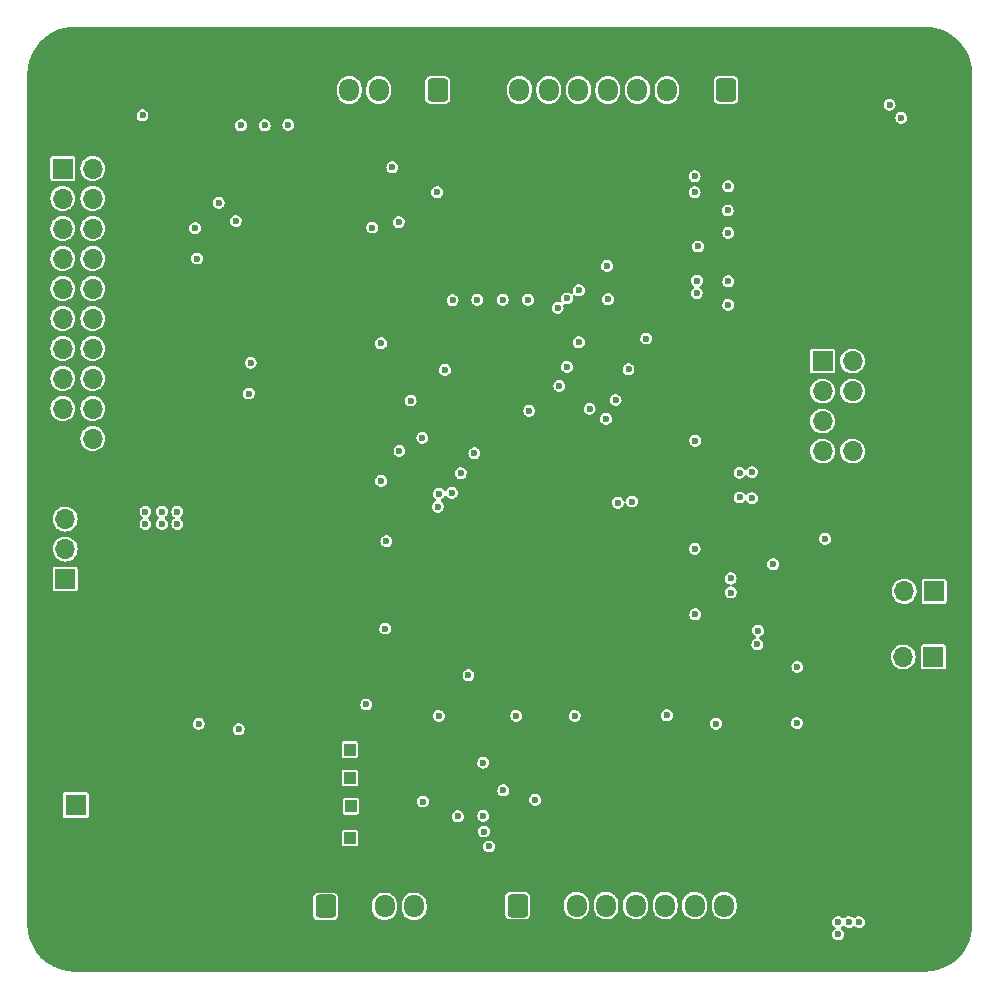
<source format=gbr>
%TF.GenerationSoftware,KiCad,Pcbnew,(6.0.0)*%
%TF.CreationDate,2022-01-20T18:10:17+07:00*%
%TF.ProjectId,CubeSat Thesis MCU V2,43756265-5361-4742-9054-686573697320,rev?*%
%TF.SameCoordinates,Original*%
%TF.FileFunction,Copper,L2,Inr*%
%TF.FilePolarity,Positive*%
%FSLAX46Y46*%
G04 Gerber Fmt 4.6, Leading zero omitted, Abs format (unit mm)*
G04 Created by KiCad (PCBNEW (6.0.0)) date 2022-01-20 18:10:17*
%MOMM*%
%LPD*%
G01*
G04 APERTURE LIST*
G04 Aperture macros list*
%AMRoundRect*
0 Rectangle with rounded corners*
0 $1 Rounding radius*
0 $2 $3 $4 $5 $6 $7 $8 $9 X,Y pos of 4 corners*
0 Add a 4 corners polygon primitive as box body*
4,1,4,$2,$3,$4,$5,$6,$7,$8,$9,$2,$3,0*
0 Add four circle primitives for the rounded corners*
1,1,$1+$1,$2,$3*
1,1,$1+$1,$4,$5*
1,1,$1+$1,$6,$7*
1,1,$1+$1,$8,$9*
0 Add four rect primitives between the rounded corners*
20,1,$1+$1,$2,$3,$4,$5,0*
20,1,$1+$1,$4,$5,$6,$7,0*
20,1,$1+$1,$6,$7,$8,$9,0*
20,1,$1+$1,$8,$9,$2,$3,0*%
G04 Aperture macros list end*
%TA.AperFunction,ComponentPad*%
%ADD10C,0.800000*%
%TD*%
%TA.AperFunction,ComponentPad*%
%ADD11C,6.400000*%
%TD*%
%TA.AperFunction,ComponentPad*%
%ADD12R,1.700000X1.700000*%
%TD*%
%TA.AperFunction,ComponentPad*%
%ADD13O,1.700000X1.700000*%
%TD*%
%TA.AperFunction,ComponentPad*%
%ADD14RoundRect,0.250000X-0.600000X-0.725000X0.600000X-0.725000X0.600000X0.725000X-0.600000X0.725000X0*%
%TD*%
%TA.AperFunction,ComponentPad*%
%ADD15O,1.700000X1.950000*%
%TD*%
%TA.AperFunction,ComponentPad*%
%ADD16O,1.900000X1.200000*%
%TD*%
%TA.AperFunction,ComponentPad*%
%ADD17C,1.450000*%
%TD*%
%TA.AperFunction,ComponentPad*%
%ADD18R,1.000000X1.000000*%
%TD*%
%TA.AperFunction,ComponentPad*%
%ADD19R,1.800000X1.800000*%
%TD*%
%TA.AperFunction,ComponentPad*%
%ADD20C,1.800000*%
%TD*%
%TA.AperFunction,ComponentPad*%
%ADD21RoundRect,0.250000X0.600000X0.725000X-0.600000X0.725000X-0.600000X-0.725000X0.600000X-0.725000X0*%
%TD*%
%TA.AperFunction,ViaPad*%
%ADD22C,0.600000*%
%TD*%
G04 APERTURE END LIST*
D10*
%TO.N,GND*%
%TO.C,H2*%
X153400000Y-54000000D03*
X152697056Y-55697056D03*
X149302944Y-52302944D03*
X148600000Y-54000000D03*
X151000000Y-51600000D03*
X149302944Y-55697056D03*
X152697056Y-52302944D03*
X151000000Y-56400000D03*
D11*
X151000000Y-54000000D03*
%TD*%
D12*
%TO.N,/Microcontroller/D1_SPEED*%
%TO.C,J12*%
X78000000Y-62000000D03*
D13*
%TO.N,/Microcontroller/I2C1_SDA*%
X80540000Y-62000000D03*
%TO.N,/Microcontroller/D1_DIR*%
X78000000Y-64540000D03*
%TO.N,/Microcontroller/I2C1_SCL*%
X80540000Y-64540000D03*
%TO.N,/Microcontroller/D1_DRVOFF*%
X78000000Y-67080000D03*
%TO.N,/Memory and Sensor/TEMP_SDA*%
X80540000Y-67080000D03*
%TO.N,/Microcontroller/D1_BREAK*%
X78000000Y-69620000D03*
%TO.N,/Memory and Sensor/TEMP_SCL*%
X80540000Y-69620000D03*
%TO.N,/Microcontroller/D2_SPEED*%
X78000000Y-72160000D03*
%TO.N,/Microcontroller/I2C4_SDA*%
X80540000Y-72160000D03*
%TO.N,/Microcontroller/D2_DIR*%
X78000000Y-74700000D03*
%TO.N,/Microcontroller/I2C4_SCL*%
X80540000Y-74700000D03*
%TO.N,/Microcontroller/ALERT_INA238_1*%
X78000000Y-77240000D03*
%TO.N,/Microcontroller/ADC_Sense1*%
X80540000Y-77240000D03*
%TO.N,/Microcontroller/ALERT_INA238_2*%
X78000000Y-79780000D03*
%TO.N,/Microcontroller/ADC_Sense2*%
X80540000Y-79780000D03*
%TO.N,+12V*%
X78000000Y-82320000D03*
%TO.N,+3V3*%
X80540000Y-82320000D03*
%TO.N,GND*%
X78000000Y-84860000D03*
%TO.N,/5V_ISOLATE*%
X80540000Y-84860000D03*
%TD*%
D10*
%TO.N,GND*%
%TO.C,H4*%
X148600000Y-126000000D03*
X149302944Y-124302944D03*
X151000000Y-123600000D03*
D11*
X151000000Y-126000000D03*
D10*
X153400000Y-126000000D03*
X152697056Y-127697056D03*
X149302944Y-127697056D03*
X152697056Y-124302944D03*
X151000000Y-128400000D03*
%TD*%
D14*
%TO.N,+3V3*%
%TO.C,J8*%
X116500000Y-124400000D03*
D15*
%TO.N,GND*%
X119000000Y-124400000D03*
%TO.N,/Microcontroller/TIM1_CH1*%
X121500000Y-124400000D03*
%TO.N,/Microcontroller/TIM1_CH2*%
X124000000Y-124400000D03*
%TO.N,/Microcontroller/SPI4_SCK*%
X126500000Y-124400000D03*
%TO.N,/Microcontroller/SPI4_MISO*%
X129000000Y-124400000D03*
%TO.N,/Microcontroller/SPI4_MOSI*%
X131500000Y-124400000D03*
%TO.N,/Microcontroller/SPI4_CS*%
X134000000Y-124400000D03*
%TD*%
D12*
%TO.N,/5V_SWITCHING*%
%TO.C,J1*%
X78207000Y-96759000D03*
D13*
%TO.N,+5V*%
X78207000Y-94219000D03*
%TO.N,/5V_ISOLATE*%
X78207000Y-91679000D03*
%TD*%
D11*
%TO.N,GND*%
%TO.C,H1*%
X79000000Y-54000000D03*
D10*
X79000000Y-51600000D03*
X81400000Y-54000000D03*
X77302944Y-55697056D03*
X80697056Y-52302944D03*
X76600000Y-54000000D03*
X79000000Y-56400000D03*
X77302944Y-52302944D03*
X80697056Y-55697056D03*
%TD*%
D16*
%TO.N,GND*%
%TO.C,J3*%
X153500000Y-85050000D03*
X153500000Y-92050000D03*
D17*
X150800000Y-91050000D03*
X150800000Y-86050000D03*
%TD*%
D18*
%TO.N,/Memory and Sensor/FRAM_MISO*%
%TO.C,TP1*%
X102300000Y-113600000D03*
%TD*%
D14*
%TO.N,+3V3*%
%TO.C,J5*%
X100250000Y-124475000D03*
D15*
%TO.N,GND*%
X102750000Y-124475000D03*
%TO.N,/Microcontroller/UART2_TX*%
X105250000Y-124475000D03*
%TO.N,/Microcontroller/UART2_RX*%
X107750000Y-124475000D03*
%TD*%
D18*
%TO.N,/Memory and Sensor/FRAM_SCK*%
%TO.C,TP4*%
X102400000Y-116000000D03*
%TD*%
D12*
%TO.N,/Microcontroller/NRST*%
%TO.C,J7*%
X151775000Y-97800000D03*
D13*
%TO.N,Net-(IC3-Pad7)*%
X149235000Y-97800000D03*
%TD*%
D12*
%TO.N,/Microcontroller/SWCLK*%
%TO.C,J10*%
X142325000Y-78300000D03*
D13*
%TO.N,+3V3*%
X144865000Y-78300000D03*
%TO.N,/Microcontroller/SWDIO*%
X142325000Y-80840000D03*
%TO.N,/Microcontroller/NRST*%
X144865000Y-80840000D03*
%TO.N,/Microcontroller/UART3_RX*%
X142325000Y-83380000D03*
%TO.N,GND*%
X144865000Y-83380000D03*
%TO.N,/Microcontroller/UART3_TX*%
X142325000Y-85920000D03*
%TO.N,unconnected-(J10-Pad8)*%
X144865000Y-85920000D03*
%TD*%
D19*
%TO.N,+12V*%
%TO.C,J2*%
X79085953Y-115895000D03*
D20*
%TO.N,GND*%
X79085953Y-119705000D03*
%TD*%
D18*
%TO.N,/Memory and Sensor/FRAM_CS*%
%TO.C,TP2*%
X102300000Y-111200000D03*
%TD*%
D12*
%TO.N,/Microcontroller/NRST*%
%TO.C,J4*%
X151700000Y-103350000D03*
D13*
%TO.N,Net-(J4-Pad2)*%
X149160000Y-103350000D03*
%TD*%
D21*
%TO.N,+3V3*%
%TO.C,J9*%
X134150000Y-55350000D03*
D15*
%TO.N,GND*%
X131650000Y-55350000D03*
%TO.N,/Microcontroller/TIM3_CH1*%
X129150000Y-55350000D03*
%TO.N,/Microcontroller/TIM3_CH2*%
X126650000Y-55350000D03*
%TO.N,/Microcontroller/SPI1_SCK*%
X124150000Y-55350000D03*
%TO.N,/Microcontroller/SPI1_MISO*%
X121650000Y-55350000D03*
%TO.N,/Microcontroller/SPI1_MOSI*%
X119150000Y-55350000D03*
%TO.N,/Microcontroller/SPI1_CS*%
X116650000Y-55350000D03*
%TD*%
D10*
%TO.N,GND*%
%TO.C,H3*%
X77302944Y-124302944D03*
D11*
X79000000Y-126000000D03*
D10*
X80697056Y-124302944D03*
X77302944Y-127697056D03*
X76600000Y-126000000D03*
X81400000Y-126000000D03*
X79000000Y-128400000D03*
X79000000Y-123600000D03*
X80697056Y-127697056D03*
%TD*%
D21*
%TO.N,+3V3*%
%TO.C,J6*%
X109750000Y-55350000D03*
D15*
%TO.N,GND*%
X107250000Y-55350000D03*
%TO.N,/Microcontroller/I2C4_SCL*%
X104750000Y-55350000D03*
%TO.N,/Microcontroller/I2C4_SDA*%
X102250000Y-55350000D03*
%TD*%
D18*
%TO.N,/Memory and Sensor/FRAM_MOSI*%
%TO.C,TP3*%
X102300000Y-118700000D03*
%TD*%
D22*
%TO.N,GND*%
X101925000Y-86225000D03*
X88600000Y-106800000D03*
X89050000Y-123800000D03*
X137600000Y-89900000D03*
X102900000Y-72100000D03*
X98109853Y-105265207D03*
X142025000Y-72675000D03*
X89556335Y-60273552D03*
X92600000Y-96800000D03*
X117065255Y-101075065D03*
X79700000Y-89600000D03*
X96800000Y-60400000D03*
X144538083Y-54287635D03*
X134000000Y-83600000D03*
X137133283Y-81867190D03*
X120700000Y-79800000D03*
X150225000Y-58875000D03*
X78000000Y-107200000D03*
X84450000Y-53100000D03*
X89700000Y-105500000D03*
X115300000Y-93400000D03*
X80100000Y-92900000D03*
X109700000Y-63000000D03*
X143950000Y-106000000D03*
X101700000Y-75700000D03*
X140100000Y-54600000D03*
X146400000Y-58800000D03*
X103800000Y-93700000D03*
X117500000Y-80950000D03*
X106013067Y-61108533D03*
X88400000Y-57450000D03*
X84450000Y-51850000D03*
X146700000Y-110500000D03*
X113600000Y-102500000D03*
X140050000Y-99950000D03*
X100975000Y-98725000D03*
X95200000Y-68200000D03*
X97577772Y-102139228D03*
X89650000Y-106800000D03*
X130300000Y-112300000D03*
X91050000Y-110300000D03*
X89850000Y-123800000D03*
X121587947Y-101474126D03*
X133050000Y-94150000D03*
X119100000Y-74000000D03*
X91050000Y-112300000D03*
X145200000Y-113500000D03*
X146500000Y-106600000D03*
X100350000Y-94200000D03*
X87600000Y-105500000D03*
X133875500Y-98700000D03*
X103025000Y-94625000D03*
X108600000Y-119400000D03*
X109225000Y-94175000D03*
X113400000Y-62000000D03*
X92500000Y-98900000D03*
X120700000Y-71800000D03*
X78000000Y-104800000D03*
X149850000Y-121850000D03*
X92300000Y-77100000D03*
X121500000Y-78800000D03*
X149200000Y-69600000D03*
X106200000Y-111100000D03*
X124381374Y-95488210D03*
X119600000Y-111700000D03*
X79700000Y-88400000D03*
X110100000Y-79900000D03*
X137600000Y-87800000D03*
X92450000Y-51850000D03*
X128050000Y-87150000D03*
X108500000Y-79800000D03*
X134200000Y-89900000D03*
X89050000Y-119600000D03*
X102775000Y-103100000D03*
X138900000Y-107700000D03*
X117200000Y-118050000D03*
X149850000Y-118050000D03*
X125200000Y-73000000D03*
X142025000Y-58875000D03*
X128000000Y-99100000D03*
X105159932Y-79060196D03*
X116350000Y-109900000D03*
X109000000Y-112400000D03*
X129100000Y-109900000D03*
X112100000Y-123200000D03*
X113400000Y-59100000D03*
X113400000Y-65000000D03*
X126500000Y-110850000D03*
X110350000Y-104900000D03*
X146400000Y-56700000D03*
X78000000Y-106000000D03*
X116850000Y-86050000D03*
X148800000Y-83900000D03*
X134050000Y-87750000D03*
X150200000Y-75625000D03*
X152600000Y-116300000D03*
X103825000Y-88325000D03*
X81000000Y-88400000D03*
X91150000Y-89279000D03*
X150878720Y-78719041D03*
X102775000Y-104700000D03*
X121850000Y-85950000D03*
X100925000Y-97125000D03*
X122500000Y-76700000D03*
X127850000Y-93650000D03*
X97900000Y-71400000D03*
X109150000Y-101650000D03*
X148802500Y-88900000D03*
X88650000Y-105500000D03*
X99100000Y-67100000D03*
X104400000Y-65900000D03*
X94950000Y-89279000D03*
X92000000Y-102300000D03*
X102775000Y-101500000D03*
X120523784Y-90699477D03*
X150500000Y-116300000D03*
X102825000Y-87225000D03*
X141450000Y-123700000D03*
X89850000Y-119600000D03*
X134050000Y-86150000D03*
X132800000Y-114800000D03*
X107600000Y-66200000D03*
X84450000Y-54400000D03*
X142025000Y-75600000D03*
X87550000Y-106800000D03*
X121800000Y-104600000D03*
X116850000Y-104800000D03*
X123000000Y-70300000D03*
X135000000Y-110800000D03*
X140100000Y-122600000D03*
X142025000Y-61800000D03*
X109850000Y-109900000D03*
X122325000Y-110725000D03*
X138100000Y-99150000D03*
X99275000Y-93100000D03*
X145175000Y-103275000D03*
X150225000Y-61800000D03*
X150200000Y-72700000D03*
X135670059Y-76856756D03*
X122550000Y-80800000D03*
X113300000Y-95600000D03*
X104950000Y-73000000D03*
%TO.N,+3V3*%
X115300000Y-114650000D03*
X148000000Y-56600000D03*
X131500000Y-62650000D03*
X142550000Y-93350000D03*
X121350000Y-108350000D03*
X105300000Y-100950000D03*
X85000000Y-91050000D03*
X109850000Y-108350000D03*
X131700000Y-71500000D03*
X143650000Y-126850000D03*
X105400000Y-93550000D03*
X107450000Y-81650000D03*
X131550000Y-99750000D03*
X97100000Y-58300000D03*
X95100000Y-58350000D03*
X113100000Y-73100000D03*
X149000000Y-57700000D03*
X84750000Y-57500000D03*
X115250000Y-73100000D03*
X131675000Y-72550000D03*
X87700000Y-91050000D03*
X93100000Y-58350000D03*
X144550000Y-125800000D03*
X87700000Y-92100000D03*
X103700000Y-107375000D03*
X104950000Y-88450000D03*
X86400000Y-92100000D03*
X131550000Y-85050000D03*
X111000000Y-73150000D03*
X117500000Y-82500000D03*
X138150000Y-95500000D03*
X104950000Y-76800000D03*
X131500000Y-64000000D03*
X118000500Y-115450000D03*
X86400000Y-91050000D03*
X85000000Y-92100000D03*
X129150000Y-108300000D03*
X122600000Y-82350000D03*
X143650000Y-125800000D03*
X117400000Y-73100000D03*
X131500000Y-94200000D03*
X145400000Y-125800000D03*
X116400000Y-108350000D03*
X140200000Y-104200000D03*
%TO.N,/Microcontroller/ALERT_INA238_1*%
X93900000Y-78450000D03*
%TO.N,/Microcontroller/ALERT_INA238_2*%
X93750000Y-81050000D03*
%TO.N,/Microcontroller/I2C4_SDA*%
X104200000Y-67000000D03*
%TO.N,/Microcontroller/D1_DIR*%
X111700000Y-87800000D03*
X108450000Y-84800000D03*
%TO.N,/Microcontroller/I2C1_SCL*%
X109700000Y-64000000D03*
%TO.N,/Microcontroller/I2C1_SDA*%
X105900000Y-61900000D03*
%TO.N,/Microcontroller/NRST*%
X140150000Y-108950000D03*
X133300000Y-109000000D03*
%TO.N,Net-(IC1-Pad4)*%
X92900000Y-109475000D03*
X89500000Y-109025000D03*
%TO.N,/Memory and Sensor/TEMP_SCL*%
X92650000Y-66450000D03*
X106500000Y-85900000D03*
X89380000Y-69620000D03*
X109850000Y-89550000D03*
%TO.N,/Memory and Sensor/TEMP_SDA*%
X89200000Y-67050000D03*
X91200000Y-64900000D03*
X109750000Y-90650000D03*
X110950000Y-89450000D03*
%TO.N,/Microcontroller/UART3_TX*%
X136350000Y-89900000D03*
X136350000Y-87700000D03*
%TO.N,/Microcontroller/UART3_RX*%
X135300000Y-89850000D03*
X135300000Y-87750000D03*
%TO.N,/Microcontroller/WDI2*%
X134550500Y-97900000D03*
X136800000Y-102300000D03*
%TO.N,/Microcontroller/WDI1*%
X134550500Y-96700000D03*
X136870374Y-101135187D03*
%TO.N,/Memory and Sensor/SDIO_D0*%
X125000000Y-90300000D03*
X134350000Y-71550000D03*
%TO.N,/Memory and Sensor/SDIO_D1*%
X126200000Y-90200000D03*
X134350000Y-73550000D03*
%TO.N,/Memory and Sensor/SDIO_D2*%
X134350000Y-63500000D03*
X127400000Y-76400000D03*
%TO.N,/Memory and Sensor/SDIO_D3*%
X125900000Y-79000000D03*
X134300000Y-65550000D03*
%TO.N,/Memory and Sensor/SDIO_CLK*%
X131800000Y-68600000D03*
X124800000Y-81600000D03*
%TO.N,/Memory and Sensor/SDIO_CMD*%
X124000000Y-83200000D03*
X134350000Y-67450000D03*
%TO.N,/Memory and Sensor/FRAM_MOSI*%
X114100000Y-119400000D03*
%TO.N,/Memory and Sensor/FRAM_MISO*%
X112350000Y-104900000D03*
X111450000Y-116850000D03*
%TO.N,/Memory and Sensor/FRAM_HOLD*%
X113600000Y-112300000D03*
X113600000Y-116800000D03*
%TO.N,/Memory and Sensor/FRAM_SCK*%
X113665000Y-118135000D03*
%TO.N,/Memory and Sensor/FRAM_CS*%
X108500000Y-115600000D03*
%TO.N,/Microcontroller/BOOT0*%
X112850000Y-86100000D03*
X110350000Y-79050000D03*
%TO.N,/Microcontroller/SPI1_CS*%
X119900000Y-73800000D03*
X120049500Y-80400000D03*
%TO.N,/Microcontroller/SPI1_MOSI*%
X120700000Y-78800000D03*
X120700000Y-73000000D03*
%TO.N,/Microcontroller/SPI1_MISO*%
X121700000Y-76700000D03*
X121700000Y-72300000D03*
%TO.N,/Microcontroller/SPI1_SCK*%
X124165520Y-73065520D03*
X124090734Y-70240734D03*
%TO.N,/Microcontroller/I2C4_SCL*%
X106450000Y-66550000D03*
%TD*%
%TA.AperFunction,Conductor*%
%TO.N,GND*%
G36*
X151002901Y-50000634D02*
G01*
X151172757Y-50008487D01*
X151173104Y-50008504D01*
X151369673Y-50018161D01*
X151380897Y-50019217D01*
X151434372Y-50026676D01*
X151562906Y-50044606D01*
X151563766Y-50044730D01*
X151641186Y-50056214D01*
X151747155Y-50071934D01*
X151757514Y-50073917D01*
X151938439Y-50116470D01*
X151940206Y-50116899D01*
X152117770Y-50161376D01*
X152127197Y-50164132D01*
X152304328Y-50223500D01*
X152306699Y-50224321D01*
X152478169Y-50285674D01*
X152486585Y-50289033D01*
X152657987Y-50364714D01*
X152660909Y-50366050D01*
X152718583Y-50393328D01*
X152825048Y-50443683D01*
X152832487Y-50447509D01*
X152996377Y-50538795D01*
X152999842Y-50540797D01*
X153155297Y-50633974D01*
X153161727Y-50638098D01*
X153316665Y-50744233D01*
X153320515Y-50746978D01*
X153387140Y-50796389D01*
X153465957Y-50854844D01*
X153471354Y-50859081D01*
X153615926Y-50979131D01*
X153620017Y-50982681D01*
X153744722Y-51095707D01*
X153754163Y-51104264D01*
X153758641Y-51108529D01*
X153891471Y-51241359D01*
X153895736Y-51245837D01*
X154017319Y-51379983D01*
X154020869Y-51384074D01*
X154140919Y-51528646D01*
X154145156Y-51534043D01*
X154203611Y-51612860D01*
X154253022Y-51679485D01*
X154255767Y-51683335D01*
X154361902Y-51838273D01*
X154366026Y-51844703D01*
X154459203Y-52000158D01*
X154461205Y-52003623D01*
X154552491Y-52167513D01*
X154556317Y-52174952D01*
X154633937Y-52339063D01*
X154635286Y-52342013D01*
X154710967Y-52513415D01*
X154714326Y-52521831D01*
X154775673Y-52693284D01*
X154776506Y-52695690D01*
X154835868Y-52872803D01*
X154838624Y-52882230D01*
X154883101Y-53059794D01*
X154883530Y-53061561D01*
X154926083Y-53242486D01*
X154928066Y-53252845D01*
X154955253Y-53436116D01*
X154955409Y-53437198D01*
X154980783Y-53619103D01*
X154981839Y-53630327D01*
X154991496Y-53826896D01*
X154991514Y-53827260D01*
X154999366Y-53997099D01*
X154999500Y-54002918D01*
X154999500Y-125997082D01*
X154999366Y-126002901D01*
X154991514Y-126172740D01*
X154991496Y-126173104D01*
X154981839Y-126369673D01*
X154980783Y-126380897D01*
X154979376Y-126390985D01*
X154968123Y-126471659D01*
X154955409Y-126562802D01*
X154955270Y-126563766D01*
X154952786Y-126580514D01*
X154928066Y-126747155D01*
X154926083Y-126757514D01*
X154883530Y-126938439D01*
X154883101Y-126940206D01*
X154838624Y-127117770D01*
X154835868Y-127127197D01*
X154831776Y-127139407D01*
X154796807Y-127243741D01*
X154776506Y-127304310D01*
X154775679Y-127306699D01*
X154714326Y-127478169D01*
X154710967Y-127486585D01*
X154635299Y-127657958D01*
X154633937Y-127660937D01*
X154556317Y-127825048D01*
X154552491Y-127832487D01*
X154461205Y-127996377D01*
X154459203Y-127999842D01*
X154366026Y-128155297D01*
X154361902Y-128161727D01*
X154255767Y-128316665D01*
X154253022Y-128320515D01*
X154203611Y-128387140D01*
X154145156Y-128465957D01*
X154140919Y-128471354D01*
X154020869Y-128615926D01*
X154017319Y-128620017D01*
X153904293Y-128744722D01*
X153895736Y-128754163D01*
X153891471Y-128758641D01*
X153758641Y-128891471D01*
X153754163Y-128895736D01*
X153620017Y-129017319D01*
X153615926Y-129020869D01*
X153471354Y-129140919D01*
X153465957Y-129145156D01*
X153387140Y-129203611D01*
X153320515Y-129253022D01*
X153316665Y-129255767D01*
X153161727Y-129361902D01*
X153155297Y-129366026D01*
X152999842Y-129459203D01*
X152996377Y-129461205D01*
X152832487Y-129552491D01*
X152825048Y-129556317D01*
X152718583Y-129606672D01*
X152660909Y-129633950D01*
X152657987Y-129635286D01*
X152486585Y-129710967D01*
X152478169Y-129714326D01*
X152306699Y-129775679D01*
X152304328Y-129776500D01*
X152186966Y-129815836D01*
X152127197Y-129835868D01*
X152117770Y-129838624D01*
X151940206Y-129883101D01*
X151938439Y-129883530D01*
X151757514Y-129926083D01*
X151747155Y-129928066D01*
X151641186Y-129943786D01*
X151563766Y-129955270D01*
X151562906Y-129955394D01*
X151434372Y-129973324D01*
X151380897Y-129980783D01*
X151369673Y-129981839D01*
X151175940Y-129991357D01*
X151172762Y-129991513D01*
X151002901Y-129999366D01*
X150997082Y-129999500D01*
X79002918Y-129999500D01*
X78997099Y-129999366D01*
X78827238Y-129991513D01*
X78824060Y-129991357D01*
X78630327Y-129981839D01*
X78619103Y-129980783D01*
X78565628Y-129973324D01*
X78437094Y-129955394D01*
X78436234Y-129955270D01*
X78358814Y-129943786D01*
X78252845Y-129928066D01*
X78242486Y-129926083D01*
X78061561Y-129883530D01*
X78059794Y-129883101D01*
X77882230Y-129838624D01*
X77872803Y-129835868D01*
X77813034Y-129815836D01*
X77695672Y-129776500D01*
X77693301Y-129775679D01*
X77521831Y-129714326D01*
X77513415Y-129710967D01*
X77342013Y-129635286D01*
X77339091Y-129633950D01*
X77281417Y-129606672D01*
X77174952Y-129556317D01*
X77167513Y-129552491D01*
X77003623Y-129461205D01*
X77000158Y-129459203D01*
X76844703Y-129366026D01*
X76838273Y-129361902D01*
X76683335Y-129255767D01*
X76679485Y-129253022D01*
X76612860Y-129203611D01*
X76534043Y-129145156D01*
X76528646Y-129140919D01*
X76384074Y-129020869D01*
X76379983Y-129017319D01*
X76245837Y-128895736D01*
X76241359Y-128891471D01*
X76108529Y-128758641D01*
X76104264Y-128754163D01*
X76095707Y-128744722D01*
X75982681Y-128620017D01*
X75979131Y-128615926D01*
X75859081Y-128471354D01*
X75854844Y-128465957D01*
X75796389Y-128387140D01*
X75746978Y-128320515D01*
X75744233Y-128316665D01*
X75638098Y-128161727D01*
X75633974Y-128155297D01*
X75540797Y-127999842D01*
X75538795Y-127996377D01*
X75447509Y-127832487D01*
X75443683Y-127825048D01*
X75366063Y-127660937D01*
X75364701Y-127657958D01*
X75289033Y-127486585D01*
X75285674Y-127478169D01*
X75224321Y-127306699D01*
X75223494Y-127304310D01*
X75203194Y-127243741D01*
X75168224Y-127139407D01*
X75164132Y-127127197D01*
X75161376Y-127117770D01*
X75116899Y-126940206D01*
X75116470Y-126938439D01*
X75094217Y-126843823D01*
X143144391Y-126843823D01*
X143145555Y-126852725D01*
X143145555Y-126852728D01*
X143146814Y-126862354D01*
X143162980Y-126985979D01*
X143220720Y-127117203D01*
X143226497Y-127124076D01*
X143226498Y-127124077D01*
X143229121Y-127127197D01*
X143312970Y-127226948D01*
X143432313Y-127306390D01*
X143569157Y-127349142D01*
X143578129Y-127349306D01*
X143578132Y-127349307D01*
X143643463Y-127350504D01*
X143712499Y-127351770D01*
X143721533Y-127349307D01*
X143842158Y-127316421D01*
X143842160Y-127316420D01*
X143850817Y-127314060D01*
X143972991Y-127239045D01*
X144069200Y-127132754D01*
X144131710Y-127003733D01*
X144155496Y-126862354D01*
X144155647Y-126850000D01*
X144140919Y-126747155D01*
X144136596Y-126716968D01*
X144136595Y-126716965D01*
X144135323Y-126708082D01*
X144075984Y-126577572D01*
X144057598Y-126556234D01*
X143988260Y-126475763D01*
X143988257Y-126475760D01*
X143982400Y-126468963D01*
X143923620Y-126430864D01*
X143877339Y-126377031D01*
X143867508Y-126306718D01*
X143897252Y-126242252D01*
X143926226Y-126217759D01*
X143938511Y-126210216D01*
X143972991Y-126189045D01*
X143979014Y-126182391D01*
X143979018Y-126182388D01*
X144005764Y-126152839D01*
X144066307Y-126115758D01*
X144137287Y-126117295D01*
X144195630Y-126156319D01*
X144212970Y-126176948D01*
X144332313Y-126256390D01*
X144469157Y-126299142D01*
X144478129Y-126299306D01*
X144478132Y-126299307D01*
X144543463Y-126300504D01*
X144612499Y-126301770D01*
X144621533Y-126299307D01*
X144742158Y-126266421D01*
X144742160Y-126266420D01*
X144750817Y-126264060D01*
X144872991Y-126189045D01*
X144879014Y-126182391D01*
X144879018Y-126182388D01*
X144880839Y-126180376D01*
X144883134Y-126178971D01*
X144885923Y-126176655D01*
X144886257Y-126177058D01*
X144941384Y-126143298D01*
X145012364Y-126144839D01*
X145057737Y-126170723D01*
X145062970Y-126176948D01*
X145070441Y-126181921D01*
X145070442Y-126181922D01*
X145124279Y-126217759D01*
X145182313Y-126256390D01*
X145319157Y-126299142D01*
X145328129Y-126299306D01*
X145328132Y-126299307D01*
X145393463Y-126300504D01*
X145462499Y-126301770D01*
X145471533Y-126299307D01*
X145592158Y-126266421D01*
X145592160Y-126266420D01*
X145600817Y-126264060D01*
X145722991Y-126189045D01*
X145729438Y-126181923D01*
X145813178Y-126089407D01*
X145819200Y-126082754D01*
X145881710Y-125953733D01*
X145905496Y-125812354D01*
X145905647Y-125800000D01*
X145885323Y-125658082D01*
X145880521Y-125647519D01*
X145857569Y-125597041D01*
X145825984Y-125527572D01*
X145787814Y-125483274D01*
X145738260Y-125425763D01*
X145738257Y-125425760D01*
X145732400Y-125418963D01*
X145612095Y-125340985D01*
X145474739Y-125299907D01*
X145465763Y-125299852D01*
X145465762Y-125299852D01*
X145405555Y-125299484D01*
X145331376Y-125299031D01*
X145193529Y-125338428D01*
X145072280Y-125414930D01*
X145066337Y-125421659D01*
X145059501Y-125427477D01*
X145057725Y-125425390D01*
X145009617Y-125455672D01*
X144938623Y-125455006D01*
X144892429Y-125429400D01*
X144888258Y-125425761D01*
X144882400Y-125418963D01*
X144874869Y-125414082D01*
X144874866Y-125414079D01*
X144769633Y-125345871D01*
X144769634Y-125345871D01*
X144762095Y-125340985D01*
X144624739Y-125299907D01*
X144615763Y-125299852D01*
X144615762Y-125299852D01*
X144555555Y-125299484D01*
X144481376Y-125299031D01*
X144343529Y-125338428D01*
X144222280Y-125414930D01*
X144209501Y-125429400D01*
X144194715Y-125446142D01*
X144134630Y-125483961D01*
X144063636Y-125483291D01*
X144004820Y-125444983D01*
X143996927Y-125435822D01*
X143988259Y-125425762D01*
X143988257Y-125425760D01*
X143982400Y-125418963D01*
X143862095Y-125340985D01*
X143724739Y-125299907D01*
X143715763Y-125299852D01*
X143715762Y-125299852D01*
X143655555Y-125299484D01*
X143581376Y-125299031D01*
X143443529Y-125338428D01*
X143322280Y-125414930D01*
X143316338Y-125421658D01*
X143316337Y-125421659D01*
X143300511Y-125439579D01*
X143227377Y-125522388D01*
X143166447Y-125652163D01*
X143144391Y-125793823D01*
X143145555Y-125802725D01*
X143145555Y-125802728D01*
X143146814Y-125812354D01*
X143162980Y-125935979D01*
X143220720Y-126067203D01*
X143226497Y-126074076D01*
X143226498Y-126074077D01*
X143284684Y-126143298D01*
X143312970Y-126176948D01*
X143321143Y-126182388D01*
X143377784Y-126220092D01*
X143423406Y-126274490D01*
X143432376Y-126344918D01*
X143401847Y-126409015D01*
X143375200Y-126431540D01*
X143322280Y-126464930D01*
X143227377Y-126572388D01*
X143166447Y-126702163D01*
X143144391Y-126843823D01*
X75094217Y-126843823D01*
X75073917Y-126757514D01*
X75071934Y-126747155D01*
X75047214Y-126580514D01*
X75044730Y-126563766D01*
X75044591Y-126562802D01*
X75031878Y-126471659D01*
X75020624Y-126390985D01*
X75019217Y-126380897D01*
X75018161Y-126369673D01*
X75008504Y-126173104D01*
X75008486Y-126172740D01*
X75000634Y-126002901D01*
X75000500Y-125997082D01*
X75000500Y-125253834D01*
X99199500Y-125253834D01*
X99202481Y-125285369D01*
X99247366Y-125413184D01*
X99252958Y-125420754D01*
X99252959Y-125420757D01*
X99311434Y-125499925D01*
X99327850Y-125522150D01*
X99344794Y-125534665D01*
X99429243Y-125597041D01*
X99429246Y-125597042D01*
X99436816Y-125602634D01*
X99564631Y-125647519D01*
X99572277Y-125648242D01*
X99572278Y-125648242D01*
X99578248Y-125648806D01*
X99596166Y-125650500D01*
X100903834Y-125650500D01*
X100921752Y-125648806D01*
X100927722Y-125648242D01*
X100927723Y-125648242D01*
X100935369Y-125647519D01*
X101063184Y-125602634D01*
X101070754Y-125597042D01*
X101070757Y-125597041D01*
X101155206Y-125534665D01*
X101172150Y-125522150D01*
X101188566Y-125499925D01*
X101247041Y-125420757D01*
X101247042Y-125420754D01*
X101252634Y-125413184D01*
X101297519Y-125285369D01*
X101300500Y-125253834D01*
X101300500Y-124651841D01*
X104199500Y-124651841D01*
X104214520Y-124805030D01*
X104274065Y-125002251D01*
X104370782Y-125184151D01*
X104425198Y-125250871D01*
X104497094Y-125339025D01*
X104497097Y-125339028D01*
X104500989Y-125343800D01*
X104505736Y-125347727D01*
X104505738Y-125347729D01*
X104654975Y-125471189D01*
X104654979Y-125471191D01*
X104659725Y-125475118D01*
X104796909Y-125549293D01*
X104820200Y-125561886D01*
X104840945Y-125573103D01*
X105037746Y-125634023D01*
X105043871Y-125634667D01*
X105043872Y-125634667D01*
X105236502Y-125654913D01*
X105236504Y-125654913D01*
X105242631Y-125655557D01*
X105330956Y-125647519D01*
X105441658Y-125637445D01*
X105441661Y-125637444D01*
X105447797Y-125636886D01*
X105645428Y-125578720D01*
X105662158Y-125569974D01*
X105766052Y-125515659D01*
X105827998Y-125483274D01*
X105832799Y-125479414D01*
X105832802Y-125479412D01*
X105983746Y-125358050D01*
X105983747Y-125358050D01*
X105988553Y-125354185D01*
X106120976Y-125196370D01*
X106123944Y-125190972D01*
X106123947Y-125190967D01*
X106217257Y-125021235D01*
X106220224Y-125015838D01*
X106282516Y-124819468D01*
X106283474Y-124810932D01*
X106300107Y-124662636D01*
X106300500Y-124659136D01*
X106300500Y-124651841D01*
X106699500Y-124651841D01*
X106714520Y-124805030D01*
X106774065Y-125002251D01*
X106870782Y-125184151D01*
X106925198Y-125250871D01*
X106997094Y-125339025D01*
X106997097Y-125339028D01*
X107000989Y-125343800D01*
X107005736Y-125347727D01*
X107005738Y-125347729D01*
X107154975Y-125471189D01*
X107154979Y-125471191D01*
X107159725Y-125475118D01*
X107296909Y-125549293D01*
X107320200Y-125561886D01*
X107340945Y-125573103D01*
X107537746Y-125634023D01*
X107543871Y-125634667D01*
X107543872Y-125634667D01*
X107736502Y-125654913D01*
X107736504Y-125654913D01*
X107742631Y-125655557D01*
X107830956Y-125647519D01*
X107941658Y-125637445D01*
X107941661Y-125637444D01*
X107947797Y-125636886D01*
X108145428Y-125578720D01*
X108162158Y-125569974D01*
X108266052Y-125515659D01*
X108327998Y-125483274D01*
X108332799Y-125479414D01*
X108332802Y-125479412D01*
X108483746Y-125358050D01*
X108483747Y-125358050D01*
X108488553Y-125354185D01*
X108620976Y-125196370D01*
X108623944Y-125190972D01*
X108623947Y-125190967D01*
X108630617Y-125178834D01*
X115449500Y-125178834D01*
X115449779Y-125181782D01*
X115451605Y-125201097D01*
X115452481Y-125210369D01*
X115497366Y-125338184D01*
X115502958Y-125345754D01*
X115502959Y-125345757D01*
X115550514Y-125410140D01*
X115577850Y-125447150D01*
X115585421Y-125452742D01*
X115679243Y-125522041D01*
X115679246Y-125522042D01*
X115686816Y-125527634D01*
X115814631Y-125572519D01*
X115822277Y-125573242D01*
X115822278Y-125573242D01*
X115828248Y-125573806D01*
X115846166Y-125575500D01*
X117153834Y-125575500D01*
X117171752Y-125573806D01*
X117177722Y-125573242D01*
X117177723Y-125573242D01*
X117185369Y-125572519D01*
X117313184Y-125527634D01*
X117320754Y-125522042D01*
X117320757Y-125522041D01*
X117414579Y-125452742D01*
X117422150Y-125447150D01*
X117449486Y-125410140D01*
X117497041Y-125345757D01*
X117497042Y-125345754D01*
X117502634Y-125338184D01*
X117547519Y-125210369D01*
X117548396Y-125201097D01*
X117550221Y-125181782D01*
X117550500Y-125178834D01*
X117550500Y-124576841D01*
X120449500Y-124576841D01*
X120464520Y-124730030D01*
X120524065Y-124927251D01*
X120620782Y-125109151D01*
X120675198Y-125175871D01*
X120747094Y-125264025D01*
X120747097Y-125264028D01*
X120750989Y-125268800D01*
X120755736Y-125272727D01*
X120755738Y-125272729D01*
X120904975Y-125396189D01*
X120904979Y-125396191D01*
X120909725Y-125400118D01*
X121090945Y-125498103D01*
X121287746Y-125559023D01*
X121293871Y-125559667D01*
X121293872Y-125559667D01*
X121486502Y-125579913D01*
X121486504Y-125579913D01*
X121492631Y-125580557D01*
X121580956Y-125572519D01*
X121691658Y-125562445D01*
X121691661Y-125562444D01*
X121697797Y-125561886D01*
X121895428Y-125503720D01*
X122077998Y-125408274D01*
X122082799Y-125404414D01*
X122082802Y-125404412D01*
X122233746Y-125283050D01*
X122233747Y-125283050D01*
X122238553Y-125279185D01*
X122370976Y-125121370D01*
X122373944Y-125115972D01*
X122373947Y-125115967D01*
X122467257Y-124946235D01*
X122470224Y-124940838D01*
X122532516Y-124744468D01*
X122533474Y-124735932D01*
X122542906Y-124651841D01*
X122550500Y-124584136D01*
X122550500Y-124576841D01*
X122949500Y-124576841D01*
X122964520Y-124730030D01*
X123024065Y-124927251D01*
X123120782Y-125109151D01*
X123175198Y-125175871D01*
X123247094Y-125264025D01*
X123247097Y-125264028D01*
X123250989Y-125268800D01*
X123255736Y-125272727D01*
X123255738Y-125272729D01*
X123404975Y-125396189D01*
X123404979Y-125396191D01*
X123409725Y-125400118D01*
X123590945Y-125498103D01*
X123787746Y-125559023D01*
X123793871Y-125559667D01*
X123793872Y-125559667D01*
X123986502Y-125579913D01*
X123986504Y-125579913D01*
X123992631Y-125580557D01*
X124080956Y-125572519D01*
X124191658Y-125562445D01*
X124191661Y-125562444D01*
X124197797Y-125561886D01*
X124395428Y-125503720D01*
X124577998Y-125408274D01*
X124582799Y-125404414D01*
X124582802Y-125404412D01*
X124733746Y-125283050D01*
X124733747Y-125283050D01*
X124738553Y-125279185D01*
X124870976Y-125121370D01*
X124873944Y-125115972D01*
X124873947Y-125115967D01*
X124967257Y-124946235D01*
X124970224Y-124940838D01*
X125032516Y-124744468D01*
X125033474Y-124735932D01*
X125042906Y-124651841D01*
X125050500Y-124584136D01*
X125050500Y-124576841D01*
X125449500Y-124576841D01*
X125464520Y-124730030D01*
X125524065Y-124927251D01*
X125620782Y-125109151D01*
X125675198Y-125175871D01*
X125747094Y-125264025D01*
X125747097Y-125264028D01*
X125750989Y-125268800D01*
X125755736Y-125272727D01*
X125755738Y-125272729D01*
X125904975Y-125396189D01*
X125904979Y-125396191D01*
X125909725Y-125400118D01*
X126090945Y-125498103D01*
X126287746Y-125559023D01*
X126293871Y-125559667D01*
X126293872Y-125559667D01*
X126486502Y-125579913D01*
X126486504Y-125579913D01*
X126492631Y-125580557D01*
X126580956Y-125572519D01*
X126691658Y-125562445D01*
X126691661Y-125562444D01*
X126697797Y-125561886D01*
X126895428Y-125503720D01*
X127077998Y-125408274D01*
X127082799Y-125404414D01*
X127082802Y-125404412D01*
X127233746Y-125283050D01*
X127233747Y-125283050D01*
X127238553Y-125279185D01*
X127370976Y-125121370D01*
X127373944Y-125115972D01*
X127373947Y-125115967D01*
X127467257Y-124946235D01*
X127470224Y-124940838D01*
X127532516Y-124744468D01*
X127533474Y-124735932D01*
X127542906Y-124651841D01*
X127550500Y-124584136D01*
X127550500Y-124576841D01*
X127949500Y-124576841D01*
X127964520Y-124730030D01*
X128024065Y-124927251D01*
X128120782Y-125109151D01*
X128175198Y-125175871D01*
X128247094Y-125264025D01*
X128247097Y-125264028D01*
X128250989Y-125268800D01*
X128255736Y-125272727D01*
X128255738Y-125272729D01*
X128404975Y-125396189D01*
X128404979Y-125396191D01*
X128409725Y-125400118D01*
X128590945Y-125498103D01*
X128787746Y-125559023D01*
X128793871Y-125559667D01*
X128793872Y-125559667D01*
X128986502Y-125579913D01*
X128986504Y-125579913D01*
X128992631Y-125580557D01*
X129080956Y-125572519D01*
X129191658Y-125562445D01*
X129191661Y-125562444D01*
X129197797Y-125561886D01*
X129395428Y-125503720D01*
X129577998Y-125408274D01*
X129582799Y-125404414D01*
X129582802Y-125404412D01*
X129733746Y-125283050D01*
X129733747Y-125283050D01*
X129738553Y-125279185D01*
X129870976Y-125121370D01*
X129873944Y-125115972D01*
X129873947Y-125115967D01*
X129967257Y-124946235D01*
X129970224Y-124940838D01*
X130032516Y-124744468D01*
X130033474Y-124735932D01*
X130042906Y-124651841D01*
X130050500Y-124584136D01*
X130050500Y-124576841D01*
X130449500Y-124576841D01*
X130464520Y-124730030D01*
X130524065Y-124927251D01*
X130620782Y-125109151D01*
X130675198Y-125175871D01*
X130747094Y-125264025D01*
X130747097Y-125264028D01*
X130750989Y-125268800D01*
X130755736Y-125272727D01*
X130755738Y-125272729D01*
X130904975Y-125396189D01*
X130904979Y-125396191D01*
X130909725Y-125400118D01*
X131090945Y-125498103D01*
X131287746Y-125559023D01*
X131293871Y-125559667D01*
X131293872Y-125559667D01*
X131486502Y-125579913D01*
X131486504Y-125579913D01*
X131492631Y-125580557D01*
X131580956Y-125572519D01*
X131691658Y-125562445D01*
X131691661Y-125562444D01*
X131697797Y-125561886D01*
X131895428Y-125503720D01*
X132077998Y-125408274D01*
X132082799Y-125404414D01*
X132082802Y-125404412D01*
X132233746Y-125283050D01*
X132233747Y-125283050D01*
X132238553Y-125279185D01*
X132370976Y-125121370D01*
X132373944Y-125115972D01*
X132373947Y-125115967D01*
X132467257Y-124946235D01*
X132470224Y-124940838D01*
X132532516Y-124744468D01*
X132533474Y-124735932D01*
X132542906Y-124651841D01*
X132550500Y-124584136D01*
X132550500Y-124576841D01*
X132949500Y-124576841D01*
X132964520Y-124730030D01*
X133024065Y-124927251D01*
X133120782Y-125109151D01*
X133175198Y-125175871D01*
X133247094Y-125264025D01*
X133247097Y-125264028D01*
X133250989Y-125268800D01*
X133255736Y-125272727D01*
X133255738Y-125272729D01*
X133404975Y-125396189D01*
X133404979Y-125396191D01*
X133409725Y-125400118D01*
X133590945Y-125498103D01*
X133787746Y-125559023D01*
X133793871Y-125559667D01*
X133793872Y-125559667D01*
X133986502Y-125579913D01*
X133986504Y-125579913D01*
X133992631Y-125580557D01*
X134080956Y-125572519D01*
X134191658Y-125562445D01*
X134191661Y-125562444D01*
X134197797Y-125561886D01*
X134395428Y-125503720D01*
X134577998Y-125408274D01*
X134582799Y-125404414D01*
X134582802Y-125404412D01*
X134733746Y-125283050D01*
X134733747Y-125283050D01*
X134738553Y-125279185D01*
X134870976Y-125121370D01*
X134873944Y-125115972D01*
X134873947Y-125115967D01*
X134967257Y-124946235D01*
X134970224Y-124940838D01*
X135032516Y-124744468D01*
X135033474Y-124735932D01*
X135042906Y-124651841D01*
X135050500Y-124584136D01*
X135050500Y-124223159D01*
X135035480Y-124069970D01*
X134975935Y-123872749D01*
X134879218Y-123690849D01*
X134790756Y-123582384D01*
X134752906Y-123535975D01*
X134752903Y-123535972D01*
X134749011Y-123531200D01*
X134685684Y-123478811D01*
X134595025Y-123403811D01*
X134595021Y-123403809D01*
X134590275Y-123399882D01*
X134438465Y-123317799D01*
X134414474Y-123304827D01*
X134409055Y-123301897D01*
X134212254Y-123240977D01*
X134206129Y-123240333D01*
X134206128Y-123240333D01*
X134013498Y-123220087D01*
X134013496Y-123220087D01*
X134007369Y-123219443D01*
X133926988Y-123226758D01*
X133808342Y-123237555D01*
X133808339Y-123237556D01*
X133802203Y-123238114D01*
X133604572Y-123296280D01*
X133599107Y-123299137D01*
X133573441Y-123312555D01*
X133422002Y-123391726D01*
X133417201Y-123395586D01*
X133417198Y-123395588D01*
X133266254Y-123516950D01*
X133261447Y-123520815D01*
X133129024Y-123678630D01*
X133126056Y-123684028D01*
X133126053Y-123684033D01*
X133081075Y-123765849D01*
X133029776Y-123859162D01*
X132967484Y-124055532D01*
X132966798Y-124061649D01*
X132966797Y-124061653D01*
X132959730Y-124124659D01*
X132949500Y-124215864D01*
X132949500Y-124576841D01*
X132550500Y-124576841D01*
X132550500Y-124223159D01*
X132535480Y-124069970D01*
X132475935Y-123872749D01*
X132379218Y-123690849D01*
X132290756Y-123582384D01*
X132252906Y-123535975D01*
X132252903Y-123535972D01*
X132249011Y-123531200D01*
X132185684Y-123478811D01*
X132095025Y-123403811D01*
X132095021Y-123403809D01*
X132090275Y-123399882D01*
X131938465Y-123317799D01*
X131914474Y-123304827D01*
X131909055Y-123301897D01*
X131712254Y-123240977D01*
X131706129Y-123240333D01*
X131706128Y-123240333D01*
X131513498Y-123220087D01*
X131513496Y-123220087D01*
X131507369Y-123219443D01*
X131426988Y-123226758D01*
X131308342Y-123237555D01*
X131308339Y-123237556D01*
X131302203Y-123238114D01*
X131104572Y-123296280D01*
X131099107Y-123299137D01*
X131073441Y-123312555D01*
X130922002Y-123391726D01*
X130917201Y-123395586D01*
X130917198Y-123395588D01*
X130766254Y-123516950D01*
X130761447Y-123520815D01*
X130629024Y-123678630D01*
X130626056Y-123684028D01*
X130626053Y-123684033D01*
X130581075Y-123765849D01*
X130529776Y-123859162D01*
X130467484Y-124055532D01*
X130466798Y-124061649D01*
X130466797Y-124061653D01*
X130459730Y-124124659D01*
X130449500Y-124215864D01*
X130449500Y-124576841D01*
X130050500Y-124576841D01*
X130050500Y-124223159D01*
X130035480Y-124069970D01*
X129975935Y-123872749D01*
X129879218Y-123690849D01*
X129790756Y-123582384D01*
X129752906Y-123535975D01*
X129752903Y-123535972D01*
X129749011Y-123531200D01*
X129685684Y-123478811D01*
X129595025Y-123403811D01*
X129595021Y-123403809D01*
X129590275Y-123399882D01*
X129438465Y-123317799D01*
X129414474Y-123304827D01*
X129409055Y-123301897D01*
X129212254Y-123240977D01*
X129206129Y-123240333D01*
X129206128Y-123240333D01*
X129013498Y-123220087D01*
X129013496Y-123220087D01*
X129007369Y-123219443D01*
X128926988Y-123226758D01*
X128808342Y-123237555D01*
X128808339Y-123237556D01*
X128802203Y-123238114D01*
X128604572Y-123296280D01*
X128599107Y-123299137D01*
X128573441Y-123312555D01*
X128422002Y-123391726D01*
X128417201Y-123395586D01*
X128417198Y-123395588D01*
X128266254Y-123516950D01*
X128261447Y-123520815D01*
X128129024Y-123678630D01*
X128126056Y-123684028D01*
X128126053Y-123684033D01*
X128081075Y-123765849D01*
X128029776Y-123859162D01*
X127967484Y-124055532D01*
X127966798Y-124061649D01*
X127966797Y-124061653D01*
X127959730Y-124124659D01*
X127949500Y-124215864D01*
X127949500Y-124576841D01*
X127550500Y-124576841D01*
X127550500Y-124223159D01*
X127535480Y-124069970D01*
X127475935Y-123872749D01*
X127379218Y-123690849D01*
X127290756Y-123582384D01*
X127252906Y-123535975D01*
X127252903Y-123535972D01*
X127249011Y-123531200D01*
X127185684Y-123478811D01*
X127095025Y-123403811D01*
X127095021Y-123403809D01*
X127090275Y-123399882D01*
X126938465Y-123317799D01*
X126914474Y-123304827D01*
X126909055Y-123301897D01*
X126712254Y-123240977D01*
X126706129Y-123240333D01*
X126706128Y-123240333D01*
X126513498Y-123220087D01*
X126513496Y-123220087D01*
X126507369Y-123219443D01*
X126426988Y-123226758D01*
X126308342Y-123237555D01*
X126308339Y-123237556D01*
X126302203Y-123238114D01*
X126104572Y-123296280D01*
X126099107Y-123299137D01*
X126073441Y-123312555D01*
X125922002Y-123391726D01*
X125917201Y-123395586D01*
X125917198Y-123395588D01*
X125766254Y-123516950D01*
X125761447Y-123520815D01*
X125629024Y-123678630D01*
X125626056Y-123684028D01*
X125626053Y-123684033D01*
X125581075Y-123765849D01*
X125529776Y-123859162D01*
X125467484Y-124055532D01*
X125466798Y-124061649D01*
X125466797Y-124061653D01*
X125459730Y-124124659D01*
X125449500Y-124215864D01*
X125449500Y-124576841D01*
X125050500Y-124576841D01*
X125050500Y-124223159D01*
X125035480Y-124069970D01*
X124975935Y-123872749D01*
X124879218Y-123690849D01*
X124790756Y-123582384D01*
X124752906Y-123535975D01*
X124752903Y-123535972D01*
X124749011Y-123531200D01*
X124685684Y-123478811D01*
X124595025Y-123403811D01*
X124595021Y-123403809D01*
X124590275Y-123399882D01*
X124438465Y-123317799D01*
X124414474Y-123304827D01*
X124409055Y-123301897D01*
X124212254Y-123240977D01*
X124206129Y-123240333D01*
X124206128Y-123240333D01*
X124013498Y-123220087D01*
X124013496Y-123220087D01*
X124007369Y-123219443D01*
X123926988Y-123226758D01*
X123808342Y-123237555D01*
X123808339Y-123237556D01*
X123802203Y-123238114D01*
X123604572Y-123296280D01*
X123599107Y-123299137D01*
X123573441Y-123312555D01*
X123422002Y-123391726D01*
X123417201Y-123395586D01*
X123417198Y-123395588D01*
X123266254Y-123516950D01*
X123261447Y-123520815D01*
X123129024Y-123678630D01*
X123126056Y-123684028D01*
X123126053Y-123684033D01*
X123081075Y-123765849D01*
X123029776Y-123859162D01*
X122967484Y-124055532D01*
X122966798Y-124061649D01*
X122966797Y-124061653D01*
X122959730Y-124124659D01*
X122949500Y-124215864D01*
X122949500Y-124576841D01*
X122550500Y-124576841D01*
X122550500Y-124223159D01*
X122535480Y-124069970D01*
X122475935Y-123872749D01*
X122379218Y-123690849D01*
X122290756Y-123582384D01*
X122252906Y-123535975D01*
X122252903Y-123535972D01*
X122249011Y-123531200D01*
X122185684Y-123478811D01*
X122095025Y-123403811D01*
X122095021Y-123403809D01*
X122090275Y-123399882D01*
X121938465Y-123317799D01*
X121914474Y-123304827D01*
X121909055Y-123301897D01*
X121712254Y-123240977D01*
X121706129Y-123240333D01*
X121706128Y-123240333D01*
X121513498Y-123220087D01*
X121513496Y-123220087D01*
X121507369Y-123219443D01*
X121426988Y-123226758D01*
X121308342Y-123237555D01*
X121308339Y-123237556D01*
X121302203Y-123238114D01*
X121104572Y-123296280D01*
X121099107Y-123299137D01*
X121073441Y-123312555D01*
X120922002Y-123391726D01*
X120917201Y-123395586D01*
X120917198Y-123395588D01*
X120766254Y-123516950D01*
X120761447Y-123520815D01*
X120629024Y-123678630D01*
X120626056Y-123684028D01*
X120626053Y-123684033D01*
X120581075Y-123765849D01*
X120529776Y-123859162D01*
X120467484Y-124055532D01*
X120466798Y-124061649D01*
X120466797Y-124061653D01*
X120459730Y-124124659D01*
X120449500Y-124215864D01*
X120449500Y-124576841D01*
X117550500Y-124576841D01*
X117550500Y-123621166D01*
X117547519Y-123589631D01*
X117502634Y-123461816D01*
X117497042Y-123454246D01*
X117497041Y-123454243D01*
X117427742Y-123360421D01*
X117422150Y-123352850D01*
X117374695Y-123317799D01*
X117320757Y-123277959D01*
X117320754Y-123277958D01*
X117313184Y-123272366D01*
X117185369Y-123227481D01*
X117177723Y-123226758D01*
X117177722Y-123226758D01*
X117171752Y-123226194D01*
X117153834Y-123224500D01*
X115846166Y-123224500D01*
X115828248Y-123226194D01*
X115822278Y-123226758D01*
X115822277Y-123226758D01*
X115814631Y-123227481D01*
X115686816Y-123272366D01*
X115679246Y-123277958D01*
X115679243Y-123277959D01*
X115625305Y-123317799D01*
X115577850Y-123352850D01*
X115572258Y-123360421D01*
X115502959Y-123454243D01*
X115502958Y-123454246D01*
X115497366Y-123461816D01*
X115452481Y-123589631D01*
X115449500Y-123621166D01*
X115449500Y-125178834D01*
X108630617Y-125178834D01*
X108717257Y-125021235D01*
X108720224Y-125015838D01*
X108782516Y-124819468D01*
X108783474Y-124810932D01*
X108800107Y-124662636D01*
X108800500Y-124659136D01*
X108800500Y-124298159D01*
X108785480Y-124144970D01*
X108725935Y-123947749D01*
X108629218Y-123765849D01*
X108513634Y-123624129D01*
X108502906Y-123610975D01*
X108502903Y-123610972D01*
X108499011Y-123606200D01*
X108492173Y-123600543D01*
X108345025Y-123478811D01*
X108345021Y-123478809D01*
X108340275Y-123474882D01*
X108159055Y-123376897D01*
X107962254Y-123315977D01*
X107956129Y-123315333D01*
X107956128Y-123315333D01*
X107763498Y-123295087D01*
X107763496Y-123295087D01*
X107757369Y-123294443D01*
X107676988Y-123301758D01*
X107558342Y-123312555D01*
X107558339Y-123312556D01*
X107552203Y-123313114D01*
X107354572Y-123371280D01*
X107172002Y-123466726D01*
X107167201Y-123470586D01*
X107167198Y-123470588D01*
X107098848Y-123525543D01*
X107011447Y-123595815D01*
X106879024Y-123753630D01*
X106876056Y-123759028D01*
X106876053Y-123759033D01*
X106869315Y-123771290D01*
X106779776Y-123934162D01*
X106717484Y-124130532D01*
X106716798Y-124136649D01*
X106716797Y-124136653D01*
X106708305Y-124212364D01*
X106699500Y-124290864D01*
X106699500Y-124651841D01*
X106300500Y-124651841D01*
X106300500Y-124298159D01*
X106285480Y-124144970D01*
X106225935Y-123947749D01*
X106129218Y-123765849D01*
X106013634Y-123624129D01*
X106002906Y-123610975D01*
X106002903Y-123610972D01*
X105999011Y-123606200D01*
X105992173Y-123600543D01*
X105845025Y-123478811D01*
X105845021Y-123478809D01*
X105840275Y-123474882D01*
X105659055Y-123376897D01*
X105462254Y-123315977D01*
X105456129Y-123315333D01*
X105456128Y-123315333D01*
X105263498Y-123295087D01*
X105263496Y-123295087D01*
X105257369Y-123294443D01*
X105176988Y-123301758D01*
X105058342Y-123312555D01*
X105058339Y-123312556D01*
X105052203Y-123313114D01*
X104854572Y-123371280D01*
X104672002Y-123466726D01*
X104667201Y-123470586D01*
X104667198Y-123470588D01*
X104598848Y-123525543D01*
X104511447Y-123595815D01*
X104379024Y-123753630D01*
X104376056Y-123759028D01*
X104376053Y-123759033D01*
X104369315Y-123771290D01*
X104279776Y-123934162D01*
X104217484Y-124130532D01*
X104216798Y-124136649D01*
X104216797Y-124136653D01*
X104208305Y-124212364D01*
X104199500Y-124290864D01*
X104199500Y-124651841D01*
X101300500Y-124651841D01*
X101300500Y-123696166D01*
X101298806Y-123678248D01*
X101298242Y-123672278D01*
X101298242Y-123672277D01*
X101297519Y-123664631D01*
X101252634Y-123536816D01*
X101247042Y-123529246D01*
X101247041Y-123529243D01*
X101177742Y-123435421D01*
X101172150Y-123427850D01*
X101134285Y-123399882D01*
X101070757Y-123352959D01*
X101070754Y-123352958D01*
X101063184Y-123347366D01*
X100935369Y-123302481D01*
X100927723Y-123301758D01*
X100927722Y-123301758D01*
X100921752Y-123301194D01*
X100903834Y-123299500D01*
X99596166Y-123299500D01*
X99578248Y-123301194D01*
X99572278Y-123301758D01*
X99572277Y-123301758D01*
X99564631Y-123302481D01*
X99436816Y-123347366D01*
X99429246Y-123352958D01*
X99429243Y-123352959D01*
X99365715Y-123399882D01*
X99327850Y-123427850D01*
X99322258Y-123435421D01*
X99252959Y-123529243D01*
X99252958Y-123529246D01*
X99247366Y-123536816D01*
X99202481Y-123664631D01*
X99201758Y-123672277D01*
X99201758Y-123672278D01*
X99201194Y-123678248D01*
X99199500Y-123696166D01*
X99199500Y-125253834D01*
X75000500Y-125253834D01*
X75000500Y-119219748D01*
X101599500Y-119219748D01*
X101600707Y-119225816D01*
X101607713Y-119261035D01*
X101611133Y-119278231D01*
X101655448Y-119344552D01*
X101721769Y-119388867D01*
X101733938Y-119391288D01*
X101733939Y-119391288D01*
X101774184Y-119399293D01*
X101780252Y-119400500D01*
X102819748Y-119400500D01*
X102825816Y-119399293D01*
X102853316Y-119393823D01*
X113594391Y-119393823D01*
X113595555Y-119402725D01*
X113595555Y-119402728D01*
X113596814Y-119412354D01*
X113612980Y-119535979D01*
X113670720Y-119667203D01*
X113676497Y-119674076D01*
X113676498Y-119674077D01*
X113683792Y-119682754D01*
X113762970Y-119776948D01*
X113882313Y-119856390D01*
X114019157Y-119899142D01*
X114028129Y-119899306D01*
X114028132Y-119899307D01*
X114093463Y-119900504D01*
X114162499Y-119901770D01*
X114171533Y-119899307D01*
X114292158Y-119866421D01*
X114292160Y-119866420D01*
X114300817Y-119864060D01*
X114422991Y-119789045D01*
X114519200Y-119682754D01*
X114581710Y-119553733D01*
X114605496Y-119412354D01*
X114605647Y-119400000D01*
X114585323Y-119258082D01*
X114525984Y-119127572D01*
X114507598Y-119106234D01*
X114438260Y-119025763D01*
X114438257Y-119025760D01*
X114432400Y-119018963D01*
X114312095Y-118940985D01*
X114174739Y-118899907D01*
X114165763Y-118899852D01*
X114165762Y-118899852D01*
X114105555Y-118899484D01*
X114031376Y-118899031D01*
X113893529Y-118938428D01*
X113772280Y-119014930D01*
X113677377Y-119122388D01*
X113616447Y-119252163D01*
X113610782Y-119288547D01*
X113596236Y-119381974D01*
X113594391Y-119393823D01*
X102853316Y-119393823D01*
X102866061Y-119391288D01*
X102866062Y-119391288D01*
X102878231Y-119388867D01*
X102944552Y-119344552D01*
X102988867Y-119278231D01*
X102992288Y-119261035D01*
X102999293Y-119225816D01*
X103000500Y-119219748D01*
X103000500Y-118180252D01*
X102992989Y-118142493D01*
X102991288Y-118133939D01*
X102991288Y-118133938D01*
X102990270Y-118128823D01*
X113159391Y-118128823D01*
X113160555Y-118137725D01*
X113160555Y-118137728D01*
X113166116Y-118180252D01*
X113177980Y-118270979D01*
X113235720Y-118402203D01*
X113241497Y-118409076D01*
X113241498Y-118409077D01*
X113248792Y-118417754D01*
X113327970Y-118511948D01*
X113447313Y-118591390D01*
X113584157Y-118634142D01*
X113593129Y-118634306D01*
X113593132Y-118634307D01*
X113658463Y-118635504D01*
X113727499Y-118636770D01*
X113736533Y-118634307D01*
X113857158Y-118601421D01*
X113857160Y-118601420D01*
X113865817Y-118599060D01*
X113987991Y-118524045D01*
X114084200Y-118417754D01*
X114146710Y-118288733D01*
X114170496Y-118147354D01*
X114170647Y-118135000D01*
X114160731Y-118065761D01*
X114151596Y-118001968D01*
X114151595Y-118001965D01*
X114150323Y-117993082D01*
X114090984Y-117862572D01*
X114072598Y-117841234D01*
X114003260Y-117760763D01*
X114003257Y-117760760D01*
X113997400Y-117753963D01*
X113877095Y-117675985D01*
X113739739Y-117634907D01*
X113730763Y-117634852D01*
X113730762Y-117634852D01*
X113670555Y-117634484D01*
X113596376Y-117634031D01*
X113458529Y-117673428D01*
X113337280Y-117749930D01*
X113242377Y-117857388D01*
X113181447Y-117987163D01*
X113179142Y-118001968D01*
X113169210Y-118065761D01*
X113159391Y-118128823D01*
X102990270Y-118128823D01*
X102988867Y-118121769D01*
X102944552Y-118055448D01*
X102878231Y-118011133D01*
X102866062Y-118008712D01*
X102866061Y-118008712D01*
X102825816Y-118000707D01*
X102819748Y-117999500D01*
X101780252Y-117999500D01*
X101774184Y-118000707D01*
X101733939Y-118008712D01*
X101733938Y-118008712D01*
X101721769Y-118011133D01*
X101655448Y-118055448D01*
X101611133Y-118121769D01*
X101608712Y-118133938D01*
X101608712Y-118133939D01*
X101607011Y-118142493D01*
X101599500Y-118180252D01*
X101599500Y-119219748D01*
X75000500Y-119219748D01*
X75000500Y-116814748D01*
X77985453Y-116814748D01*
X77986660Y-116820816D01*
X77993956Y-116857493D01*
X77997086Y-116873231D01*
X78041401Y-116939552D01*
X78107722Y-116983867D01*
X78119891Y-116986288D01*
X78119892Y-116986288D01*
X78159664Y-116994199D01*
X78166205Y-116995500D01*
X80005701Y-116995500D01*
X80012242Y-116994199D01*
X80052014Y-116986288D01*
X80052015Y-116986288D01*
X80064184Y-116983867D01*
X80130505Y-116939552D01*
X80174820Y-116873231D01*
X80177951Y-116857493D01*
X80180670Y-116843823D01*
X110944391Y-116843823D01*
X110945555Y-116852725D01*
X110945555Y-116852728D01*
X110953685Y-116914901D01*
X110962980Y-116985979D01*
X111020720Y-117117203D01*
X111026497Y-117124076D01*
X111026498Y-117124077D01*
X111033792Y-117132754D01*
X111112970Y-117226948D01*
X111120447Y-117231925D01*
X111221425Y-117299142D01*
X111232313Y-117306390D01*
X111369157Y-117349142D01*
X111378129Y-117349306D01*
X111378132Y-117349307D01*
X111443463Y-117350504D01*
X111512499Y-117351770D01*
X111521533Y-117349307D01*
X111642158Y-117316421D01*
X111642160Y-117316420D01*
X111650817Y-117314060D01*
X111772991Y-117239045D01*
X111869200Y-117132754D01*
X111931710Y-117003733D01*
X111955496Y-116862354D01*
X111955647Y-116850000D01*
X111947602Y-116793823D01*
X113094391Y-116793823D01*
X113095555Y-116802725D01*
X113095555Y-116802728D01*
X113099769Y-116834950D01*
X113112980Y-116935979D01*
X113116597Y-116944199D01*
X113142793Y-117003733D01*
X113170720Y-117067203D01*
X113176497Y-117074076D01*
X113176498Y-117074077D01*
X113257190Y-117170072D01*
X113262970Y-117176948D01*
X113382313Y-117256390D01*
X113519157Y-117299142D01*
X113528129Y-117299306D01*
X113528132Y-117299307D01*
X113593463Y-117300504D01*
X113662499Y-117301770D01*
X113671533Y-117299307D01*
X113792158Y-117266421D01*
X113792160Y-117266420D01*
X113800817Y-117264060D01*
X113922991Y-117189045D01*
X114019200Y-117082754D01*
X114062059Y-116994293D01*
X114077795Y-116961814D01*
X114077795Y-116961813D01*
X114081710Y-116953733D01*
X114105496Y-116812354D01*
X114105647Y-116800000D01*
X114093756Y-116716968D01*
X114086596Y-116666968D01*
X114086595Y-116666965D01*
X114085323Y-116658082D01*
X114025984Y-116527572D01*
X114007598Y-116506234D01*
X113938260Y-116425763D01*
X113938257Y-116425760D01*
X113932400Y-116418963D01*
X113812095Y-116340985D01*
X113674739Y-116299907D01*
X113665763Y-116299852D01*
X113665762Y-116299852D01*
X113605555Y-116299484D01*
X113531376Y-116299031D01*
X113393529Y-116338428D01*
X113272280Y-116414930D01*
X113266338Y-116421658D01*
X113266337Y-116421659D01*
X113228122Y-116464930D01*
X113177377Y-116522388D01*
X113116447Y-116652163D01*
X113094391Y-116793823D01*
X111947602Y-116793823D01*
X111935323Y-116708082D01*
X111923453Y-116681974D01*
X111879700Y-116585746D01*
X111875984Y-116577572D01*
X111827039Y-116520769D01*
X111788260Y-116475763D01*
X111788257Y-116475760D01*
X111782400Y-116468963D01*
X111662095Y-116390985D01*
X111524739Y-116349907D01*
X111515763Y-116349852D01*
X111515762Y-116349852D01*
X111455555Y-116349484D01*
X111381376Y-116349031D01*
X111243529Y-116388428D01*
X111122280Y-116464930D01*
X111027377Y-116572388D01*
X110966447Y-116702163D01*
X110965066Y-116711035D01*
X110949291Y-116812354D01*
X110944391Y-116843823D01*
X80180670Y-116843823D01*
X80185246Y-116820816D01*
X80186453Y-116814748D01*
X80186453Y-116519748D01*
X101699500Y-116519748D01*
X101711133Y-116578231D01*
X101755448Y-116644552D01*
X101821769Y-116688867D01*
X101833938Y-116691288D01*
X101833939Y-116691288D01*
X101847755Y-116694036D01*
X101880252Y-116700500D01*
X102919748Y-116700500D01*
X102952245Y-116694036D01*
X102966061Y-116691288D01*
X102966062Y-116691288D01*
X102978231Y-116688867D01*
X103044552Y-116644552D01*
X103088867Y-116578231D01*
X103100500Y-116519748D01*
X103100500Y-115593823D01*
X107994391Y-115593823D01*
X107995555Y-115602725D01*
X107995555Y-115602728D01*
X107996814Y-115612354D01*
X108012980Y-115735979D01*
X108070720Y-115867203D01*
X108076497Y-115874076D01*
X108076498Y-115874077D01*
X108139597Y-115949142D01*
X108162970Y-115976948D01*
X108282313Y-116056390D01*
X108419157Y-116099142D01*
X108428129Y-116099306D01*
X108428132Y-116099307D01*
X108493463Y-116100504D01*
X108562499Y-116101770D01*
X108571533Y-116099307D01*
X108692158Y-116066421D01*
X108692160Y-116066420D01*
X108700817Y-116064060D01*
X108822991Y-115989045D01*
X108919200Y-115882754D01*
X108981710Y-115753733D01*
X109005496Y-115612354D01*
X109005647Y-115600000D01*
X108987629Y-115474184D01*
X108986596Y-115466968D01*
X108986595Y-115466965D01*
X108985323Y-115458082D01*
X108978840Y-115443823D01*
X117494891Y-115443823D01*
X117496055Y-115452725D01*
X117496055Y-115452728D01*
X117504185Y-115514901D01*
X117513480Y-115585979D01*
X117571220Y-115717203D01*
X117576997Y-115724076D01*
X117576998Y-115724077D01*
X117608719Y-115761814D01*
X117663470Y-115826948D01*
X117782813Y-115906390D01*
X117919657Y-115949142D01*
X117928629Y-115949306D01*
X117928632Y-115949307D01*
X117993963Y-115950504D01*
X118062999Y-115951770D01*
X118072033Y-115949307D01*
X118192658Y-115916421D01*
X118192660Y-115916420D01*
X118201317Y-115914060D01*
X118323491Y-115839045D01*
X118419700Y-115732754D01*
X118482210Y-115603733D01*
X118505996Y-115462354D01*
X118506147Y-115450000D01*
X118492606Y-115355448D01*
X118487096Y-115316968D01*
X118487095Y-115316965D01*
X118485823Y-115308082D01*
X118426484Y-115177572D01*
X118401987Y-115149142D01*
X118338760Y-115075763D01*
X118338757Y-115075760D01*
X118332900Y-115068963D01*
X118212595Y-114990985D01*
X118075239Y-114949907D01*
X118066263Y-114949852D01*
X118066262Y-114949852D01*
X118006055Y-114949484D01*
X117931876Y-114949031D01*
X117794029Y-114988428D01*
X117672780Y-115064930D01*
X117666838Y-115071658D01*
X117666837Y-115071659D01*
X117629390Y-115114060D01*
X117577877Y-115172388D01*
X117516947Y-115302163D01*
X117514846Y-115315659D01*
X117496430Y-115433939D01*
X117494891Y-115443823D01*
X108978840Y-115443823D01*
X108925984Y-115327572D01*
X108902151Y-115299913D01*
X108838260Y-115225763D01*
X108838257Y-115225760D01*
X108832400Y-115218963D01*
X108712095Y-115140985D01*
X108574739Y-115099907D01*
X108565763Y-115099852D01*
X108565762Y-115099852D01*
X108505555Y-115099484D01*
X108431376Y-115099031D01*
X108293529Y-115138428D01*
X108172280Y-115214930D01*
X108077377Y-115322388D01*
X108016447Y-115452163D01*
X108007210Y-115511490D01*
X107996999Y-115577074D01*
X107994391Y-115593823D01*
X103100500Y-115593823D01*
X103100500Y-115480252D01*
X103096940Y-115462354D01*
X103091288Y-115433939D01*
X103091288Y-115433938D01*
X103088867Y-115421769D01*
X103044552Y-115355448D01*
X102978231Y-115311133D01*
X102966062Y-115308712D01*
X102966061Y-115308712D01*
X102925816Y-115300707D01*
X102919748Y-115299500D01*
X101880252Y-115299500D01*
X101874184Y-115300707D01*
X101833939Y-115308712D01*
X101833938Y-115308712D01*
X101821769Y-115311133D01*
X101755448Y-115355448D01*
X101711133Y-115421769D01*
X101708712Y-115433938D01*
X101708712Y-115433939D01*
X101703060Y-115462354D01*
X101699500Y-115480252D01*
X101699500Y-116519748D01*
X80186453Y-116519748D01*
X80186453Y-114975252D01*
X80174820Y-114916769D01*
X80130505Y-114850448D01*
X80064184Y-114806133D01*
X80052015Y-114803712D01*
X80052014Y-114803712D01*
X80011769Y-114795707D01*
X80005701Y-114794500D01*
X78166205Y-114794500D01*
X78160137Y-114795707D01*
X78119892Y-114803712D01*
X78119891Y-114803712D01*
X78107722Y-114806133D01*
X78041401Y-114850448D01*
X77997086Y-114916769D01*
X77985453Y-114975252D01*
X77985453Y-116814748D01*
X75000500Y-116814748D01*
X75000500Y-114643823D01*
X114794391Y-114643823D01*
X114795555Y-114652725D01*
X114795555Y-114652728D01*
X114796814Y-114662354D01*
X114812980Y-114785979D01*
X114870720Y-114917203D01*
X114876497Y-114924076D01*
X114876498Y-114924077D01*
X114880585Y-114928939D01*
X114962970Y-115026948D01*
X115082313Y-115106390D01*
X115219157Y-115149142D01*
X115228129Y-115149306D01*
X115228132Y-115149307D01*
X115293463Y-115150504D01*
X115362499Y-115151770D01*
X115371533Y-115149307D01*
X115492158Y-115116421D01*
X115492160Y-115116420D01*
X115500817Y-115114060D01*
X115622991Y-115039045D01*
X115719200Y-114932754D01*
X115759077Y-114850448D01*
X115777795Y-114811814D01*
X115777795Y-114811813D01*
X115781710Y-114803733D01*
X115805496Y-114662354D01*
X115805647Y-114650000D01*
X115785323Y-114508082D01*
X115725984Y-114377572D01*
X115707598Y-114356234D01*
X115638260Y-114275763D01*
X115638257Y-114275760D01*
X115632400Y-114268963D01*
X115512095Y-114190985D01*
X115374739Y-114149907D01*
X115365763Y-114149852D01*
X115365762Y-114149852D01*
X115305555Y-114149484D01*
X115231376Y-114149031D01*
X115093529Y-114188428D01*
X114972280Y-114264930D01*
X114966338Y-114271658D01*
X114966337Y-114271659D01*
X114941932Y-114299293D01*
X114877377Y-114372388D01*
X114816447Y-114502163D01*
X114794391Y-114643823D01*
X75000500Y-114643823D01*
X75000500Y-114119748D01*
X101599500Y-114119748D01*
X101611133Y-114178231D01*
X101655448Y-114244552D01*
X101721769Y-114288867D01*
X101733938Y-114291288D01*
X101733939Y-114291288D01*
X101774184Y-114299293D01*
X101780252Y-114300500D01*
X102819748Y-114300500D01*
X102825816Y-114299293D01*
X102866061Y-114291288D01*
X102866062Y-114291288D01*
X102878231Y-114288867D01*
X102944552Y-114244552D01*
X102988867Y-114178231D01*
X103000500Y-114119748D01*
X103000500Y-113080252D01*
X102988867Y-113021769D01*
X102944552Y-112955448D01*
X102878231Y-112911133D01*
X102866062Y-112908712D01*
X102866061Y-112908712D01*
X102825816Y-112900707D01*
X102819748Y-112899500D01*
X101780252Y-112899500D01*
X101774184Y-112900707D01*
X101733939Y-112908712D01*
X101733938Y-112908712D01*
X101721769Y-112911133D01*
X101655448Y-112955448D01*
X101611133Y-113021769D01*
X101599500Y-113080252D01*
X101599500Y-114119748D01*
X75000500Y-114119748D01*
X75000500Y-112293823D01*
X113094391Y-112293823D01*
X113095555Y-112302725D01*
X113095555Y-112302728D01*
X113096814Y-112312354D01*
X113112980Y-112435979D01*
X113170720Y-112567203D01*
X113176497Y-112574076D01*
X113176498Y-112574077D01*
X113183792Y-112582754D01*
X113262970Y-112676948D01*
X113382313Y-112756390D01*
X113519157Y-112799142D01*
X113528129Y-112799306D01*
X113528132Y-112799307D01*
X113593463Y-112800504D01*
X113662499Y-112801770D01*
X113671533Y-112799307D01*
X113792158Y-112766421D01*
X113792160Y-112766420D01*
X113800817Y-112764060D01*
X113922991Y-112689045D01*
X114019200Y-112582754D01*
X114081710Y-112453733D01*
X114105496Y-112312354D01*
X114105647Y-112300000D01*
X114085323Y-112158082D01*
X114025984Y-112027572D01*
X114007598Y-112006234D01*
X113938260Y-111925763D01*
X113938257Y-111925760D01*
X113932400Y-111918963D01*
X113812095Y-111840985D01*
X113674739Y-111799907D01*
X113665763Y-111799852D01*
X113665762Y-111799852D01*
X113605555Y-111799484D01*
X113531376Y-111799031D01*
X113393529Y-111838428D01*
X113272280Y-111914930D01*
X113177377Y-112022388D01*
X113116447Y-112152163D01*
X113094391Y-112293823D01*
X75000500Y-112293823D01*
X75000500Y-111719748D01*
X101599500Y-111719748D01*
X101611133Y-111778231D01*
X101655448Y-111844552D01*
X101721769Y-111888867D01*
X101733938Y-111891288D01*
X101733939Y-111891288D01*
X101774184Y-111899293D01*
X101780252Y-111900500D01*
X102819748Y-111900500D01*
X102825816Y-111899293D01*
X102866061Y-111891288D01*
X102866062Y-111891288D01*
X102878231Y-111888867D01*
X102944552Y-111844552D01*
X102988867Y-111778231D01*
X103000500Y-111719748D01*
X103000500Y-110680252D01*
X102988867Y-110621769D01*
X102944552Y-110555448D01*
X102878231Y-110511133D01*
X102866062Y-110508712D01*
X102866061Y-110508712D01*
X102825816Y-110500707D01*
X102819748Y-110499500D01*
X101780252Y-110499500D01*
X101774184Y-110500707D01*
X101733939Y-110508712D01*
X101733938Y-110508712D01*
X101721769Y-110511133D01*
X101655448Y-110555448D01*
X101611133Y-110621769D01*
X101599500Y-110680252D01*
X101599500Y-111719748D01*
X75000500Y-111719748D01*
X75000500Y-109018823D01*
X88994391Y-109018823D01*
X88995555Y-109027725D01*
X88995555Y-109027728D01*
X88996814Y-109037354D01*
X89012980Y-109160979D01*
X89070720Y-109292203D01*
X89076497Y-109299076D01*
X89076498Y-109299077D01*
X89141955Y-109376948D01*
X89162970Y-109401948D01*
X89184712Y-109416421D01*
X89272714Y-109475000D01*
X89282313Y-109481390D01*
X89419157Y-109524142D01*
X89428129Y-109524306D01*
X89428132Y-109524307D01*
X89493463Y-109525504D01*
X89562499Y-109526770D01*
X89571533Y-109524307D01*
X89692158Y-109491421D01*
X89692160Y-109491420D01*
X89700817Y-109489060D01*
X89733776Y-109468823D01*
X92394391Y-109468823D01*
X92395555Y-109477725D01*
X92395555Y-109477728D01*
X92401947Y-109526605D01*
X92412980Y-109610979D01*
X92470720Y-109742203D01*
X92476497Y-109749076D01*
X92476498Y-109749077D01*
X92483792Y-109757754D01*
X92562970Y-109851948D01*
X92682313Y-109931390D01*
X92819157Y-109974142D01*
X92828129Y-109974306D01*
X92828132Y-109974307D01*
X92893463Y-109975504D01*
X92962499Y-109976770D01*
X92971533Y-109974307D01*
X93092158Y-109941421D01*
X93092160Y-109941420D01*
X93100817Y-109939060D01*
X93222991Y-109864045D01*
X93319200Y-109757754D01*
X93381710Y-109628733D01*
X93405496Y-109487354D01*
X93405647Y-109475000D01*
X93394010Y-109393741D01*
X93386596Y-109341968D01*
X93386595Y-109341965D01*
X93385323Y-109333082D01*
X93325984Y-109202572D01*
X93305443Y-109178733D01*
X93238260Y-109100763D01*
X93238257Y-109100760D01*
X93232400Y-109093963D01*
X93112095Y-109015985D01*
X93037990Y-108993823D01*
X132794391Y-108993823D01*
X132795555Y-109002725D01*
X132795555Y-109002728D01*
X132800083Y-109037354D01*
X132812980Y-109135979D01*
X132870720Y-109267203D01*
X132876497Y-109274076D01*
X132876498Y-109274077D01*
X132910399Y-109314407D01*
X132962970Y-109376948D01*
X133011224Y-109409069D01*
X133071425Y-109449142D01*
X133082313Y-109456390D01*
X133219157Y-109499142D01*
X133228129Y-109499306D01*
X133228132Y-109499307D01*
X133293463Y-109500504D01*
X133362499Y-109501770D01*
X133371533Y-109499307D01*
X133492158Y-109466421D01*
X133492160Y-109466420D01*
X133500817Y-109464060D01*
X133622991Y-109389045D01*
X133719200Y-109282754D01*
X133763820Y-109190659D01*
X133777795Y-109161814D01*
X133777795Y-109161813D01*
X133781710Y-109153733D01*
X133805496Y-109012354D01*
X133805647Y-109000000D01*
X133797602Y-108943823D01*
X139644391Y-108943823D01*
X139645555Y-108952725D01*
X139645555Y-108952728D01*
X139648792Y-108977480D01*
X139662980Y-109085979D01*
X139666597Y-109094199D01*
X139707349Y-109186814D01*
X139720720Y-109217203D01*
X139726497Y-109224076D01*
X139726498Y-109224077D01*
X139783764Y-109292203D01*
X139812970Y-109326948D01*
X139932313Y-109406390D01*
X140069157Y-109449142D01*
X140078129Y-109449306D01*
X140078132Y-109449307D01*
X140143463Y-109450504D01*
X140212499Y-109451770D01*
X140221533Y-109449307D01*
X140342158Y-109416421D01*
X140342160Y-109416420D01*
X140350817Y-109414060D01*
X140472991Y-109339045D01*
X140569200Y-109232754D01*
X140611774Y-109144881D01*
X140627795Y-109111814D01*
X140627795Y-109111813D01*
X140631710Y-109103733D01*
X140655496Y-108962354D01*
X140655647Y-108950000D01*
X140643756Y-108866968D01*
X140636596Y-108816968D01*
X140636595Y-108816965D01*
X140635323Y-108808082D01*
X140575984Y-108677572D01*
X140549348Y-108646659D01*
X140488260Y-108575763D01*
X140488257Y-108575760D01*
X140482400Y-108568963D01*
X140362095Y-108490985D01*
X140224739Y-108449907D01*
X140215763Y-108449852D01*
X140215762Y-108449852D01*
X140155555Y-108449484D01*
X140081376Y-108449031D01*
X139943529Y-108488428D01*
X139822280Y-108564930D01*
X139816338Y-108571658D01*
X139816337Y-108571659D01*
X139778122Y-108614930D01*
X139727377Y-108672388D01*
X139666447Y-108802163D01*
X139658749Y-108851605D01*
X139652465Y-108891968D01*
X139644391Y-108943823D01*
X133797602Y-108943823D01*
X133789326Y-108886035D01*
X133786596Y-108866968D01*
X133786595Y-108866965D01*
X133785323Y-108858082D01*
X133725984Y-108727572D01*
X133689944Y-108685746D01*
X133638260Y-108625763D01*
X133638257Y-108625760D01*
X133632400Y-108618963D01*
X133512095Y-108540985D01*
X133374739Y-108499907D01*
X133365763Y-108499852D01*
X133365762Y-108499852D01*
X133305555Y-108499484D01*
X133231376Y-108499031D01*
X133093529Y-108538428D01*
X132972280Y-108614930D01*
X132966338Y-108621658D01*
X132966337Y-108621659D01*
X132950663Y-108639407D01*
X132877377Y-108722388D01*
X132816447Y-108852163D01*
X132807210Y-108911490D01*
X132796936Y-108977480D01*
X132794391Y-108993823D01*
X93037990Y-108993823D01*
X92974739Y-108974907D01*
X92965763Y-108974852D01*
X92965762Y-108974852D01*
X92905555Y-108974484D01*
X92831376Y-108974031D01*
X92693529Y-109013428D01*
X92572280Y-109089930D01*
X92477377Y-109197388D01*
X92416447Y-109327163D01*
X92415066Y-109336035D01*
X92395864Y-109459364D01*
X92394391Y-109468823D01*
X89733776Y-109468823D01*
X89822991Y-109414045D01*
X89919200Y-109307754D01*
X89959741Y-109224077D01*
X89977795Y-109186814D01*
X89977795Y-109186813D01*
X89981710Y-109178733D01*
X90005496Y-109037354D01*
X90005647Y-109025000D01*
X89985323Y-108883082D01*
X89977997Y-108866968D01*
X89952565Y-108811035D01*
X89925984Y-108752572D01*
X89875292Y-108693741D01*
X89838260Y-108650763D01*
X89838257Y-108650760D01*
X89832400Y-108643963D01*
X89712095Y-108565985D01*
X89574739Y-108524907D01*
X89565763Y-108524852D01*
X89565762Y-108524852D01*
X89505555Y-108524484D01*
X89431376Y-108524031D01*
X89293529Y-108563428D01*
X89172280Y-108639930D01*
X89166338Y-108646658D01*
X89166337Y-108646659D01*
X89134780Y-108682391D01*
X89077377Y-108747388D01*
X89016447Y-108877163D01*
X89015066Y-108886035D01*
X88996897Y-109002728D01*
X88994391Y-109018823D01*
X75000500Y-109018823D01*
X75000500Y-108343823D01*
X109344391Y-108343823D01*
X109345555Y-108352725D01*
X109345555Y-108352728D01*
X109346814Y-108362354D01*
X109362980Y-108485979D01*
X109380085Y-108524852D01*
X109398184Y-108565985D01*
X109420720Y-108617203D01*
X109426497Y-108624076D01*
X109426498Y-108624077D01*
X109507190Y-108720072D01*
X109512970Y-108726948D01*
X109520447Y-108731925D01*
X109621425Y-108799142D01*
X109632313Y-108806390D01*
X109769157Y-108849142D01*
X109778129Y-108849306D01*
X109778132Y-108849307D01*
X109843463Y-108850504D01*
X109912499Y-108851770D01*
X109921533Y-108849307D01*
X110042158Y-108816421D01*
X110042160Y-108816420D01*
X110050817Y-108814060D01*
X110172991Y-108739045D01*
X110189534Y-108720769D01*
X110263178Y-108639407D01*
X110269200Y-108632754D01*
X110313662Y-108540985D01*
X110327795Y-108511814D01*
X110327795Y-108511813D01*
X110331710Y-108503733D01*
X110355496Y-108362354D01*
X110355647Y-108350000D01*
X110354762Y-108343823D01*
X115894391Y-108343823D01*
X115895555Y-108352725D01*
X115895555Y-108352728D01*
X115896814Y-108362354D01*
X115912980Y-108485979D01*
X115930085Y-108524852D01*
X115948184Y-108565985D01*
X115970720Y-108617203D01*
X115976497Y-108624076D01*
X115976498Y-108624077D01*
X116057190Y-108720072D01*
X116062970Y-108726948D01*
X116070447Y-108731925D01*
X116171425Y-108799142D01*
X116182313Y-108806390D01*
X116319157Y-108849142D01*
X116328129Y-108849306D01*
X116328132Y-108849307D01*
X116393463Y-108850504D01*
X116462499Y-108851770D01*
X116471533Y-108849307D01*
X116592158Y-108816421D01*
X116592160Y-108816420D01*
X116600817Y-108814060D01*
X116722991Y-108739045D01*
X116739534Y-108720769D01*
X116813178Y-108639407D01*
X116819200Y-108632754D01*
X116863662Y-108540985D01*
X116877795Y-108511814D01*
X116877795Y-108511813D01*
X116881710Y-108503733D01*
X116905496Y-108362354D01*
X116905647Y-108350000D01*
X116904762Y-108343823D01*
X120844391Y-108343823D01*
X120845555Y-108352725D01*
X120845555Y-108352728D01*
X120846814Y-108362354D01*
X120862980Y-108485979D01*
X120880085Y-108524852D01*
X120898184Y-108565985D01*
X120920720Y-108617203D01*
X120926497Y-108624076D01*
X120926498Y-108624077D01*
X121007190Y-108720072D01*
X121012970Y-108726948D01*
X121020447Y-108731925D01*
X121121425Y-108799142D01*
X121132313Y-108806390D01*
X121269157Y-108849142D01*
X121278129Y-108849306D01*
X121278132Y-108849307D01*
X121343463Y-108850504D01*
X121412499Y-108851770D01*
X121421533Y-108849307D01*
X121542158Y-108816421D01*
X121542160Y-108816420D01*
X121550817Y-108814060D01*
X121672991Y-108739045D01*
X121689534Y-108720769D01*
X121763178Y-108639407D01*
X121769200Y-108632754D01*
X121813662Y-108540985D01*
X121827795Y-108511814D01*
X121827795Y-108511813D01*
X121831710Y-108503733D01*
X121855496Y-108362354D01*
X121855647Y-108350000D01*
X121847602Y-108293823D01*
X128644391Y-108293823D01*
X128645555Y-108302725D01*
X128645555Y-108302728D01*
X128646814Y-108312354D01*
X128662980Y-108435979D01*
X128669809Y-108451498D01*
X128692793Y-108503733D01*
X128720720Y-108567203D01*
X128726497Y-108574076D01*
X128726498Y-108574077D01*
X128807190Y-108670072D01*
X128812970Y-108676948D01*
X128820447Y-108681925D01*
X128918790Y-108747388D01*
X128932313Y-108756390D01*
X129069157Y-108799142D01*
X129078129Y-108799306D01*
X129078132Y-108799307D01*
X129143463Y-108800504D01*
X129212499Y-108801770D01*
X129221533Y-108799307D01*
X129342158Y-108766421D01*
X129342160Y-108766420D01*
X129350817Y-108764060D01*
X129472991Y-108689045D01*
X129489534Y-108670769D01*
X129563178Y-108589407D01*
X129569200Y-108582754D01*
X129611774Y-108494881D01*
X129627795Y-108461814D01*
X129627795Y-108461813D01*
X129631710Y-108453733D01*
X129655496Y-108312354D01*
X129655647Y-108300000D01*
X129643756Y-108216968D01*
X129636596Y-108166968D01*
X129636595Y-108166965D01*
X129635323Y-108158082D01*
X129575984Y-108027572D01*
X129557598Y-108006234D01*
X129488260Y-107925763D01*
X129488257Y-107925760D01*
X129482400Y-107918963D01*
X129362095Y-107840985D01*
X129224739Y-107799907D01*
X129215763Y-107799852D01*
X129215762Y-107799852D01*
X129155555Y-107799484D01*
X129081376Y-107799031D01*
X128943529Y-107838428D01*
X128822280Y-107914930D01*
X128816338Y-107921658D01*
X128816337Y-107921659D01*
X128778122Y-107964930D01*
X128727377Y-108022388D01*
X128666447Y-108152163D01*
X128644391Y-108293823D01*
X121847602Y-108293823D01*
X121835323Y-108208082D01*
X121775984Y-108077572D01*
X121722636Y-108015659D01*
X121688260Y-107975763D01*
X121688257Y-107975760D01*
X121682400Y-107968963D01*
X121562095Y-107890985D01*
X121424739Y-107849907D01*
X121415763Y-107849852D01*
X121415762Y-107849852D01*
X121355555Y-107849484D01*
X121281376Y-107849031D01*
X121143529Y-107888428D01*
X121022280Y-107964930D01*
X120927377Y-108072388D01*
X120866447Y-108202163D01*
X120865066Y-108211035D01*
X120849291Y-108312354D01*
X120844391Y-108343823D01*
X116904762Y-108343823D01*
X116885323Y-108208082D01*
X116825984Y-108077572D01*
X116772636Y-108015659D01*
X116738260Y-107975763D01*
X116738257Y-107975760D01*
X116732400Y-107968963D01*
X116612095Y-107890985D01*
X116474739Y-107849907D01*
X116465763Y-107849852D01*
X116465762Y-107849852D01*
X116405555Y-107849484D01*
X116331376Y-107849031D01*
X116193529Y-107888428D01*
X116072280Y-107964930D01*
X115977377Y-108072388D01*
X115916447Y-108202163D01*
X115915066Y-108211035D01*
X115899291Y-108312354D01*
X115894391Y-108343823D01*
X110354762Y-108343823D01*
X110335323Y-108208082D01*
X110275984Y-108077572D01*
X110222636Y-108015659D01*
X110188260Y-107975763D01*
X110188257Y-107975760D01*
X110182400Y-107968963D01*
X110062095Y-107890985D01*
X109924739Y-107849907D01*
X109915763Y-107849852D01*
X109915762Y-107849852D01*
X109855555Y-107849484D01*
X109781376Y-107849031D01*
X109643529Y-107888428D01*
X109522280Y-107964930D01*
X109427377Y-108072388D01*
X109366447Y-108202163D01*
X109365066Y-108211035D01*
X109349291Y-108312354D01*
X109344391Y-108343823D01*
X75000500Y-108343823D01*
X75000500Y-107368823D01*
X103194391Y-107368823D01*
X103195555Y-107377725D01*
X103195555Y-107377728D01*
X103196814Y-107387354D01*
X103212980Y-107510979D01*
X103270720Y-107642203D01*
X103276497Y-107649076D01*
X103276498Y-107649077D01*
X103283792Y-107657754D01*
X103362970Y-107751948D01*
X103370447Y-107756925D01*
X103434935Y-107799852D01*
X103482313Y-107831390D01*
X103619157Y-107874142D01*
X103628129Y-107874306D01*
X103628132Y-107874307D01*
X103693463Y-107875504D01*
X103762499Y-107876770D01*
X103771533Y-107874307D01*
X103892158Y-107841421D01*
X103892160Y-107841420D01*
X103900817Y-107839060D01*
X104022991Y-107764045D01*
X104119200Y-107657754D01*
X104181710Y-107528733D01*
X104205496Y-107387354D01*
X104205647Y-107375000D01*
X104185323Y-107233082D01*
X104125984Y-107102572D01*
X104107598Y-107081234D01*
X104038260Y-107000763D01*
X104038257Y-107000760D01*
X104032400Y-106993963D01*
X103912095Y-106915985D01*
X103774739Y-106874907D01*
X103765763Y-106874852D01*
X103765762Y-106874852D01*
X103705555Y-106874484D01*
X103631376Y-106874031D01*
X103493529Y-106913428D01*
X103372280Y-106989930D01*
X103277377Y-107097388D01*
X103216447Y-107227163D01*
X103194391Y-107368823D01*
X75000500Y-107368823D01*
X75000500Y-104893823D01*
X111844391Y-104893823D01*
X111845555Y-104902725D01*
X111845555Y-104902728D01*
X111846814Y-104912354D01*
X111862980Y-105035979D01*
X111920720Y-105167203D01*
X111926497Y-105174076D01*
X111926498Y-105174077D01*
X111933792Y-105182754D01*
X112012970Y-105276948D01*
X112132313Y-105356390D01*
X112269157Y-105399142D01*
X112278129Y-105399306D01*
X112278132Y-105399307D01*
X112343463Y-105400504D01*
X112412499Y-105401770D01*
X112421533Y-105399307D01*
X112542158Y-105366421D01*
X112542160Y-105366420D01*
X112550817Y-105364060D01*
X112672991Y-105289045D01*
X112769200Y-105182754D01*
X112831710Y-105053733D01*
X112855496Y-104912354D01*
X112855647Y-104900000D01*
X112835323Y-104758082D01*
X112775984Y-104627572D01*
X112742787Y-104589045D01*
X112688260Y-104525763D01*
X112688257Y-104525760D01*
X112682400Y-104518963D01*
X112562095Y-104440985D01*
X112424739Y-104399907D01*
X112415763Y-104399852D01*
X112415762Y-104399852D01*
X112355555Y-104399484D01*
X112281376Y-104399031D01*
X112143529Y-104438428D01*
X112022280Y-104514930D01*
X111927377Y-104622388D01*
X111866447Y-104752163D01*
X111844391Y-104893823D01*
X75000500Y-104893823D01*
X75000500Y-104193823D01*
X139694391Y-104193823D01*
X139695555Y-104202725D01*
X139695555Y-104202728D01*
X139700098Y-104237469D01*
X139712980Y-104335979D01*
X139770720Y-104467203D01*
X139776497Y-104474076D01*
X139776498Y-104474077D01*
X139857190Y-104570072D01*
X139862970Y-104576948D01*
X139982313Y-104656390D01*
X140119157Y-104699142D01*
X140128129Y-104699306D01*
X140128132Y-104699307D01*
X140193463Y-104700504D01*
X140262499Y-104701770D01*
X140271533Y-104699307D01*
X140392158Y-104666421D01*
X140392160Y-104666420D01*
X140400817Y-104664060D01*
X140522991Y-104589045D01*
X140619200Y-104482754D01*
X140665161Y-104387890D01*
X140677795Y-104361814D01*
X140677795Y-104361813D01*
X140681710Y-104353733D01*
X140705496Y-104212354D01*
X140705647Y-104200000D01*
X140692725Y-104109766D01*
X140686596Y-104066968D01*
X140686595Y-104066965D01*
X140685323Y-104058082D01*
X140625984Y-103927572D01*
X140607598Y-103906234D01*
X140538260Y-103825763D01*
X140538257Y-103825760D01*
X140532400Y-103818963D01*
X140412095Y-103740985D01*
X140274739Y-103699907D01*
X140265763Y-103699852D01*
X140265762Y-103699852D01*
X140205555Y-103699484D01*
X140131376Y-103699031D01*
X139993529Y-103738428D01*
X139872280Y-103814930D01*
X139777377Y-103922388D01*
X139716447Y-104052163D01*
X139694391Y-104193823D01*
X75000500Y-104193823D01*
X75000500Y-103335262D01*
X148104520Y-103335262D01*
X148121759Y-103540553D01*
X148123458Y-103546478D01*
X148167218Y-103699086D01*
X148178544Y-103738586D01*
X148181359Y-103744063D01*
X148181360Y-103744066D01*
X148269547Y-103915659D01*
X148272712Y-103921818D01*
X148400677Y-104083270D01*
X148405370Y-104087264D01*
X148405371Y-104087265D01*
X148552351Y-104212354D01*
X148557564Y-104216791D01*
X148737398Y-104317297D01*
X148820194Y-104344199D01*
X148927471Y-104379056D01*
X148927475Y-104379057D01*
X148933329Y-104380959D01*
X149137894Y-104405351D01*
X149144029Y-104404879D01*
X149144031Y-104404879D01*
X149200939Y-104400500D01*
X149343300Y-104389546D01*
X149349230Y-104387890D01*
X149349232Y-104387890D01*
X149535797Y-104335800D01*
X149535796Y-104335800D01*
X149541725Y-104334145D01*
X149547214Y-104331372D01*
X149547220Y-104331370D01*
X149720116Y-104244033D01*
X149725610Y-104241258D01*
X149753142Y-104219748D01*
X150649500Y-104219748D01*
X150650707Y-104225816D01*
X150654331Y-104244033D01*
X150661133Y-104278231D01*
X150705448Y-104344552D01*
X150771769Y-104388867D01*
X150783938Y-104391288D01*
X150783939Y-104391288D01*
X150822867Y-104399031D01*
X150830252Y-104400500D01*
X152569748Y-104400500D01*
X152577133Y-104399031D01*
X152616061Y-104391288D01*
X152616062Y-104391288D01*
X152628231Y-104388867D01*
X152694552Y-104344552D01*
X152738867Y-104278231D01*
X152745670Y-104244033D01*
X152749293Y-104225816D01*
X152750500Y-104219748D01*
X152750500Y-102480252D01*
X152747241Y-102463869D01*
X152741288Y-102433939D01*
X152741288Y-102433938D01*
X152738867Y-102421769D01*
X152694552Y-102355448D01*
X152628231Y-102311133D01*
X152616062Y-102308712D01*
X152616061Y-102308712D01*
X152575816Y-102300707D01*
X152569748Y-102299500D01*
X150830252Y-102299500D01*
X150824184Y-102300707D01*
X150783939Y-102308712D01*
X150783938Y-102308712D01*
X150771769Y-102311133D01*
X150705448Y-102355448D01*
X150661133Y-102421769D01*
X150658712Y-102433938D01*
X150658712Y-102433939D01*
X150652759Y-102463869D01*
X150649500Y-102480252D01*
X150649500Y-104219748D01*
X149753142Y-104219748D01*
X149768828Y-104207493D01*
X149883101Y-104118213D01*
X149887951Y-104114424D01*
X150022564Y-103958472D01*
X150038447Y-103930514D01*
X150097953Y-103825763D01*
X150124323Y-103779344D01*
X150189351Y-103583863D01*
X150215171Y-103379474D01*
X150215583Y-103350000D01*
X150195480Y-103144970D01*
X150135935Y-102947749D01*
X150039218Y-102765849D01*
X149961104Y-102670072D01*
X149912906Y-102610975D01*
X149912903Y-102610972D01*
X149909011Y-102606200D01*
X149880670Y-102582754D01*
X149755025Y-102478811D01*
X149755021Y-102478809D01*
X149750275Y-102474882D01*
X149569055Y-102376897D01*
X149372254Y-102315977D01*
X149366129Y-102315333D01*
X149366128Y-102315333D01*
X149173498Y-102295087D01*
X149173496Y-102295087D01*
X149167369Y-102294443D01*
X149080529Y-102302346D01*
X148968342Y-102312555D01*
X148968339Y-102312556D01*
X148962203Y-102313114D01*
X148764572Y-102371280D01*
X148582002Y-102466726D01*
X148577201Y-102470586D01*
X148577198Y-102470588D01*
X148467257Y-102558983D01*
X148421447Y-102595815D01*
X148289024Y-102753630D01*
X148286056Y-102759028D01*
X148286053Y-102759033D01*
X148192743Y-102928765D01*
X148189776Y-102934162D01*
X148127484Y-103130532D01*
X148126798Y-103136649D01*
X148126797Y-103136653D01*
X148105207Y-103329137D01*
X148104520Y-103335262D01*
X75000500Y-103335262D01*
X75000500Y-102293823D01*
X136294391Y-102293823D01*
X136295555Y-102302725D01*
X136295555Y-102302728D01*
X136297288Y-102315977D01*
X136312980Y-102435979D01*
X136370720Y-102567203D01*
X136376497Y-102574076D01*
X136376498Y-102574077D01*
X136403500Y-102606200D01*
X136462970Y-102676948D01*
X136470447Y-102681925D01*
X136571066Y-102748903D01*
X136582313Y-102756390D01*
X136719157Y-102799142D01*
X136728129Y-102799306D01*
X136728132Y-102799307D01*
X136793463Y-102800504D01*
X136862499Y-102801770D01*
X136871533Y-102799307D01*
X136992158Y-102766421D01*
X136992160Y-102766420D01*
X137000817Y-102764060D01*
X137122991Y-102689045D01*
X137219200Y-102582754D01*
X137269560Y-102478811D01*
X137277795Y-102461814D01*
X137277795Y-102461813D01*
X137281710Y-102453733D01*
X137305496Y-102312354D01*
X137305647Y-102300000D01*
X137285323Y-102158082D01*
X137225984Y-102027572D01*
X137207598Y-102006234D01*
X137138260Y-101925763D01*
X137138257Y-101925760D01*
X137132400Y-101918963D01*
X137014680Y-101842660D01*
X137014677Y-101842658D01*
X137012095Y-101840985D01*
X137012337Y-101840612D01*
X136963464Y-101797879D01*
X136943767Y-101729669D01*
X136964074Y-101661639D01*
X137017938Y-101615387D01*
X137036624Y-101608671D01*
X137062532Y-101601608D01*
X137062534Y-101601607D01*
X137071191Y-101599247D01*
X137193365Y-101524232D01*
X137289574Y-101417941D01*
X137352084Y-101288920D01*
X137375870Y-101147541D01*
X137376021Y-101135187D01*
X137355697Y-100993269D01*
X137296358Y-100862759D01*
X137244145Y-100802163D01*
X137208634Y-100760950D01*
X137208631Y-100760947D01*
X137202774Y-100754150D01*
X137082469Y-100676172D01*
X136945113Y-100635094D01*
X136936137Y-100635039D01*
X136936136Y-100635039D01*
X136875929Y-100634671D01*
X136801750Y-100634218D01*
X136663903Y-100673615D01*
X136542654Y-100750117D01*
X136447751Y-100857575D01*
X136386821Y-100987350D01*
X136385440Y-100996222D01*
X136368701Y-101103733D01*
X136364765Y-101129010D01*
X136365929Y-101137912D01*
X136365929Y-101137915D01*
X136367188Y-101147541D01*
X136383354Y-101271166D01*
X136441094Y-101402390D01*
X136446871Y-101409263D01*
X136446872Y-101409264D01*
X136482463Y-101451605D01*
X136533344Y-101512135D01*
X136652687Y-101591577D01*
X136657066Y-101592945D01*
X136708295Y-101638850D01*
X136727161Y-101707294D01*
X136706028Y-101775072D01*
X136651606Y-101820666D01*
X136635803Y-101826346D01*
X136593529Y-101838428D01*
X136472280Y-101914930D01*
X136377377Y-102022388D01*
X136316447Y-102152163D01*
X136294391Y-102293823D01*
X75000500Y-102293823D01*
X75000500Y-100943823D01*
X104794391Y-100943823D01*
X104795555Y-100952725D01*
X104795555Y-100952728D01*
X104800083Y-100987350D01*
X104812980Y-101085979D01*
X104870720Y-101217203D01*
X104876497Y-101224076D01*
X104876498Y-101224077D01*
X104883792Y-101232754D01*
X104962970Y-101326948D01*
X105082313Y-101406390D01*
X105219157Y-101449142D01*
X105228129Y-101449306D01*
X105228132Y-101449307D01*
X105293463Y-101450504D01*
X105362499Y-101451770D01*
X105371533Y-101449307D01*
X105492158Y-101416421D01*
X105492160Y-101416420D01*
X105500817Y-101414060D01*
X105622991Y-101339045D01*
X105684432Y-101271166D01*
X105713178Y-101239407D01*
X105719200Y-101232754D01*
X105768804Y-101130371D01*
X105777795Y-101111814D01*
X105777795Y-101111813D01*
X105781710Y-101103733D01*
X105805496Y-100962354D01*
X105805647Y-100950000D01*
X105785323Y-100808082D01*
X105725984Y-100677572D01*
X105707598Y-100656234D01*
X105638260Y-100575763D01*
X105638257Y-100575760D01*
X105632400Y-100568963D01*
X105512095Y-100490985D01*
X105374739Y-100449907D01*
X105365763Y-100449852D01*
X105365762Y-100449852D01*
X105305555Y-100449484D01*
X105231376Y-100449031D01*
X105093529Y-100488428D01*
X104972280Y-100564930D01*
X104877377Y-100672388D01*
X104816447Y-100802163D01*
X104794391Y-100943823D01*
X75000500Y-100943823D01*
X75000500Y-99743823D01*
X131044391Y-99743823D01*
X131045555Y-99752725D01*
X131045555Y-99752728D01*
X131046814Y-99762354D01*
X131062980Y-99885979D01*
X131120720Y-100017203D01*
X131126497Y-100024076D01*
X131126498Y-100024077D01*
X131133792Y-100032754D01*
X131212970Y-100126948D01*
X131332313Y-100206390D01*
X131469157Y-100249142D01*
X131478129Y-100249306D01*
X131478132Y-100249307D01*
X131543463Y-100250504D01*
X131612499Y-100251770D01*
X131621533Y-100249307D01*
X131742158Y-100216421D01*
X131742160Y-100216420D01*
X131750817Y-100214060D01*
X131872991Y-100139045D01*
X131969200Y-100032754D01*
X132031710Y-99903733D01*
X132055496Y-99762354D01*
X132055647Y-99750000D01*
X132035323Y-99608082D01*
X131975984Y-99477572D01*
X131957598Y-99456234D01*
X131888260Y-99375763D01*
X131888257Y-99375760D01*
X131882400Y-99368963D01*
X131762095Y-99290985D01*
X131624739Y-99249907D01*
X131615763Y-99249852D01*
X131615762Y-99249852D01*
X131555555Y-99249484D01*
X131481376Y-99249031D01*
X131343529Y-99288428D01*
X131222280Y-99364930D01*
X131127377Y-99472388D01*
X131066447Y-99602163D01*
X131044391Y-99743823D01*
X75000500Y-99743823D01*
X75000500Y-97893823D01*
X134044891Y-97893823D01*
X134046055Y-97902725D01*
X134046055Y-97902728D01*
X134047314Y-97912354D01*
X134063480Y-98035979D01*
X134121220Y-98167203D01*
X134126997Y-98174076D01*
X134126998Y-98174077D01*
X134168535Y-98223491D01*
X134213470Y-98276948D01*
X134332813Y-98356390D01*
X134469657Y-98399142D01*
X134478629Y-98399306D01*
X134478632Y-98399307D01*
X134543963Y-98400504D01*
X134612999Y-98401770D01*
X134622033Y-98399307D01*
X134742658Y-98366421D01*
X134742660Y-98366420D01*
X134751317Y-98364060D01*
X134873491Y-98289045D01*
X134969700Y-98182754D01*
X135032210Y-98053733D01*
X135055996Y-97912354D01*
X135056147Y-97900000D01*
X135043014Y-97808293D01*
X135039716Y-97785262D01*
X148179520Y-97785262D01*
X148180758Y-97800000D01*
X148188751Y-97895184D01*
X148196759Y-97990553D01*
X148198458Y-97996478D01*
X148249556Y-98174677D01*
X148253544Y-98188586D01*
X148256359Y-98194063D01*
X148256360Y-98194066D01*
X148343725Y-98364060D01*
X148347712Y-98371818D01*
X148475677Y-98533270D01*
X148632564Y-98666791D01*
X148812398Y-98767297D01*
X148896280Y-98794552D01*
X149002471Y-98829056D01*
X149002475Y-98829057D01*
X149008329Y-98830959D01*
X149212894Y-98855351D01*
X149219029Y-98854879D01*
X149219031Y-98854879D01*
X149291625Y-98849293D01*
X149418300Y-98839546D01*
X149424230Y-98837890D01*
X149424232Y-98837890D01*
X149610797Y-98785800D01*
X149610796Y-98785800D01*
X149616725Y-98784145D01*
X149622214Y-98781372D01*
X149622220Y-98781370D01*
X149795116Y-98694033D01*
X149800610Y-98691258D01*
X149828142Y-98669748D01*
X150724500Y-98669748D01*
X150725707Y-98675816D01*
X150729331Y-98694033D01*
X150736133Y-98728231D01*
X150780448Y-98794552D01*
X150846769Y-98838867D01*
X150858938Y-98841288D01*
X150858939Y-98841288D01*
X150899184Y-98849293D01*
X150905252Y-98850500D01*
X152644748Y-98850500D01*
X152650816Y-98849293D01*
X152691061Y-98841288D01*
X152691062Y-98841288D01*
X152703231Y-98838867D01*
X152769552Y-98794552D01*
X152813867Y-98728231D01*
X152820670Y-98694033D01*
X152824293Y-98675816D01*
X152825500Y-98669748D01*
X152825500Y-96930252D01*
X152813867Y-96871769D01*
X152769552Y-96805448D01*
X152703231Y-96761133D01*
X152691062Y-96758712D01*
X152691061Y-96758712D01*
X152650816Y-96750707D01*
X152644748Y-96749500D01*
X150905252Y-96749500D01*
X150899184Y-96750707D01*
X150858939Y-96758712D01*
X150858938Y-96758712D01*
X150846769Y-96761133D01*
X150780448Y-96805448D01*
X150736133Y-96871769D01*
X150724500Y-96930252D01*
X150724500Y-98669748D01*
X149828142Y-98669748D01*
X149962951Y-98564424D01*
X150097564Y-98408472D01*
X150102771Y-98399307D01*
X150196276Y-98234707D01*
X150199323Y-98229344D01*
X150264351Y-98033863D01*
X150290171Y-97829474D01*
X150290583Y-97800000D01*
X150270480Y-97594970D01*
X150210935Y-97397749D01*
X150114218Y-97215849D01*
X149995325Y-97070072D01*
X149987906Y-97060975D01*
X149987903Y-97060972D01*
X149984011Y-97056200D01*
X149966786Y-97041950D01*
X149830025Y-96928811D01*
X149830021Y-96928809D01*
X149825275Y-96924882D01*
X149644055Y-96826897D01*
X149447254Y-96765977D01*
X149441129Y-96765333D01*
X149441128Y-96765333D01*
X149248498Y-96745087D01*
X149248496Y-96745087D01*
X149242369Y-96744443D01*
X149155529Y-96752346D01*
X149043342Y-96762555D01*
X149043339Y-96762556D01*
X149037203Y-96763114D01*
X148839572Y-96821280D01*
X148657002Y-96916726D01*
X148652201Y-96920586D01*
X148652198Y-96920588D01*
X148501254Y-97041950D01*
X148496447Y-97045815D01*
X148364024Y-97203630D01*
X148361056Y-97209028D01*
X148361053Y-97209033D01*
X148267743Y-97378765D01*
X148264776Y-97384162D01*
X148202484Y-97580532D01*
X148201798Y-97586649D01*
X148201797Y-97586653D01*
X148191881Y-97675061D01*
X148179520Y-97785262D01*
X135039716Y-97785262D01*
X135037096Y-97766968D01*
X135037095Y-97766965D01*
X135035823Y-97758082D01*
X134976484Y-97627572D01*
X134930891Y-97574659D01*
X134888760Y-97525763D01*
X134888757Y-97525760D01*
X134882900Y-97518963D01*
X134762595Y-97440985D01*
X134753993Y-97438413D01*
X134753990Y-97438411D01*
X134695205Y-97420831D01*
X134635671Y-97382149D01*
X134606501Y-97317422D01*
X134616956Y-97247199D01*
X134663717Y-97193777D01*
X134698165Y-97178551D01*
X134742658Y-97166421D01*
X134742660Y-97166420D01*
X134751317Y-97164060D01*
X134873491Y-97089045D01*
X134898899Y-97060975D01*
X134963678Y-96989407D01*
X134969700Y-96982754D01*
X135032210Y-96853733D01*
X135055996Y-96712354D01*
X135056147Y-96700000D01*
X135035823Y-96558082D01*
X134976484Y-96427572D01*
X134958098Y-96406234D01*
X134888760Y-96325763D01*
X134888757Y-96325760D01*
X134882900Y-96318963D01*
X134762595Y-96240985D01*
X134625239Y-96199907D01*
X134616263Y-96199852D01*
X134616262Y-96199852D01*
X134556055Y-96199484D01*
X134481876Y-96199031D01*
X134344029Y-96238428D01*
X134222780Y-96314930D01*
X134127877Y-96422388D01*
X134066947Y-96552163D01*
X134044891Y-96693823D01*
X134046055Y-96702725D01*
X134046055Y-96702728D01*
X134052329Y-96750707D01*
X134063480Y-96835979D01*
X134067097Y-96844199D01*
X134107684Y-96936439D01*
X134121220Y-96967203D01*
X134126997Y-96974076D01*
X134126998Y-96974077D01*
X134200043Y-97060975D01*
X134213470Y-97076948D01*
X134332813Y-97156390D01*
X134392074Y-97174904D01*
X134407486Y-97179719D01*
X134466543Y-97219125D01*
X134494920Y-97284204D01*
X134483608Y-97354293D01*
X134436198Y-97407141D01*
X134404536Y-97421135D01*
X134352659Y-97435961D01*
X134352656Y-97435962D01*
X134344029Y-97438428D01*
X134222780Y-97514930D01*
X134127877Y-97622388D01*
X134066947Y-97752163D01*
X134044891Y-97893823D01*
X75000500Y-97893823D01*
X75000500Y-97628748D01*
X77156500Y-97628748D01*
X77168133Y-97687231D01*
X77212448Y-97753552D01*
X77278769Y-97797867D01*
X77290938Y-97800288D01*
X77290939Y-97800288D01*
X77331184Y-97808293D01*
X77337252Y-97809500D01*
X79076748Y-97809500D01*
X79082816Y-97808293D01*
X79123061Y-97800288D01*
X79123062Y-97800288D01*
X79135231Y-97797867D01*
X79201552Y-97753552D01*
X79245867Y-97687231D01*
X79257500Y-97628748D01*
X79257500Y-95889252D01*
X79245867Y-95830769D01*
X79201552Y-95764448D01*
X79135231Y-95720133D01*
X79123062Y-95717712D01*
X79123061Y-95717712D01*
X79082816Y-95709707D01*
X79076748Y-95708500D01*
X77337252Y-95708500D01*
X77331184Y-95709707D01*
X77290939Y-95717712D01*
X77290938Y-95717712D01*
X77278769Y-95720133D01*
X77212448Y-95764448D01*
X77168133Y-95830769D01*
X77156500Y-95889252D01*
X77156500Y-97628748D01*
X75000500Y-97628748D01*
X75000500Y-95493823D01*
X137644391Y-95493823D01*
X137645555Y-95502725D01*
X137645555Y-95502728D01*
X137646814Y-95512354D01*
X137662980Y-95635979D01*
X137720720Y-95767203D01*
X137726497Y-95774076D01*
X137726498Y-95774077D01*
X137807190Y-95870072D01*
X137812970Y-95876948D01*
X137932313Y-95956390D01*
X138069157Y-95999142D01*
X138078129Y-95999306D01*
X138078132Y-95999307D01*
X138143463Y-96000504D01*
X138212499Y-96001770D01*
X138221533Y-95999307D01*
X138342158Y-95966421D01*
X138342160Y-95966420D01*
X138350817Y-95964060D01*
X138472991Y-95889045D01*
X138569200Y-95782754D01*
X138631710Y-95653733D01*
X138655496Y-95512354D01*
X138655647Y-95500000D01*
X138635323Y-95358082D01*
X138575984Y-95227572D01*
X138537828Y-95183290D01*
X138488260Y-95125763D01*
X138488257Y-95125760D01*
X138482400Y-95118963D01*
X138362095Y-95040985D01*
X138224739Y-94999907D01*
X138215763Y-94999852D01*
X138215762Y-94999852D01*
X138155555Y-94999484D01*
X138081376Y-94999031D01*
X137943529Y-95038428D01*
X137822280Y-95114930D01*
X137727377Y-95222388D01*
X137666447Y-95352163D01*
X137644391Y-95493823D01*
X75000500Y-95493823D01*
X75000500Y-94204262D01*
X77151520Y-94204262D01*
X77152036Y-94210406D01*
X77164072Y-94353733D01*
X77168759Y-94409553D01*
X77170458Y-94415478D01*
X77216759Y-94576948D01*
X77225544Y-94607586D01*
X77228359Y-94613063D01*
X77228360Y-94613066D01*
X77316897Y-94785341D01*
X77319712Y-94790818D01*
X77447677Y-94952270D01*
X77452370Y-94956264D01*
X77452371Y-94956265D01*
X77554540Y-95043217D01*
X77604564Y-95085791D01*
X77784398Y-95186297D01*
X77874765Y-95215659D01*
X77974471Y-95248056D01*
X77974475Y-95248057D01*
X77980329Y-95249959D01*
X78184894Y-95274351D01*
X78191029Y-95273879D01*
X78191031Y-95273879D01*
X78247039Y-95269569D01*
X78390300Y-95258546D01*
X78396230Y-95256890D01*
X78396232Y-95256890D01*
X78582797Y-95204800D01*
X78582796Y-95204800D01*
X78588725Y-95203145D01*
X78594214Y-95200372D01*
X78594220Y-95200370D01*
X78763361Y-95114930D01*
X78772610Y-95110258D01*
X78934951Y-94983424D01*
X79069564Y-94827472D01*
X79090387Y-94790818D01*
X79140973Y-94701770D01*
X79171323Y-94648344D01*
X79236351Y-94452863D01*
X79262171Y-94248474D01*
X79262583Y-94219000D01*
X79260114Y-94193823D01*
X130994391Y-94193823D01*
X130995555Y-94202725D01*
X130995555Y-94202728D01*
X130997441Y-94217149D01*
X131012980Y-94335979D01*
X131070720Y-94467203D01*
X131076497Y-94474076D01*
X131076498Y-94474077D01*
X131083792Y-94482754D01*
X131162970Y-94576948D01*
X131282313Y-94656390D01*
X131419157Y-94699142D01*
X131428129Y-94699306D01*
X131428132Y-94699307D01*
X131493463Y-94700504D01*
X131562499Y-94701770D01*
X131571533Y-94699307D01*
X131692158Y-94666421D01*
X131692160Y-94666420D01*
X131700817Y-94664060D01*
X131822991Y-94589045D01*
X131919200Y-94482754D01*
X131981710Y-94353733D01*
X132005496Y-94212354D01*
X132005647Y-94200000D01*
X131985323Y-94058082D01*
X131925984Y-93927572D01*
X131907598Y-93906234D01*
X131838260Y-93825763D01*
X131838257Y-93825760D01*
X131832400Y-93818963D01*
X131712095Y-93740985D01*
X131574739Y-93699907D01*
X131565763Y-93699852D01*
X131565762Y-93699852D01*
X131505555Y-93699484D01*
X131431376Y-93699031D01*
X131293529Y-93738428D01*
X131172280Y-93814930D01*
X131077377Y-93922388D01*
X131016447Y-94052163D01*
X130994391Y-94193823D01*
X79260114Y-94193823D01*
X79242480Y-94013970D01*
X79182935Y-93816749D01*
X79086218Y-93634849D01*
X79011979Y-93543823D01*
X104894391Y-93543823D01*
X104895555Y-93552725D01*
X104895555Y-93552728D01*
X104896814Y-93562354D01*
X104912980Y-93685979D01*
X104970720Y-93817203D01*
X104976497Y-93824076D01*
X104976498Y-93824077D01*
X105057190Y-93920072D01*
X105062970Y-93926948D01*
X105070447Y-93931925D01*
X105163188Y-93993659D01*
X105182313Y-94006390D01*
X105319157Y-94049142D01*
X105328129Y-94049306D01*
X105328132Y-94049307D01*
X105393463Y-94050504D01*
X105462499Y-94051770D01*
X105471533Y-94049307D01*
X105592158Y-94016421D01*
X105592160Y-94016420D01*
X105600817Y-94014060D01*
X105722991Y-93939045D01*
X105739534Y-93920769D01*
X105813178Y-93839407D01*
X105819200Y-93832754D01*
X105864602Y-93739045D01*
X105877795Y-93711814D01*
X105877795Y-93711813D01*
X105881710Y-93703733D01*
X105905496Y-93562354D01*
X105905647Y-93550000D01*
X105885323Y-93408082D01*
X105856106Y-93343823D01*
X142044391Y-93343823D01*
X142045555Y-93352725D01*
X142045555Y-93352728D01*
X142052020Y-93402163D01*
X142062980Y-93485979D01*
X142120720Y-93617203D01*
X142126497Y-93624076D01*
X142126498Y-93624077D01*
X142207190Y-93720072D01*
X142212970Y-93726948D01*
X142332313Y-93806390D01*
X142469157Y-93849142D01*
X142478129Y-93849306D01*
X142478132Y-93849307D01*
X142543463Y-93850504D01*
X142612499Y-93851770D01*
X142621533Y-93849307D01*
X142742158Y-93816421D01*
X142742160Y-93816420D01*
X142750817Y-93814060D01*
X142872991Y-93739045D01*
X142908467Y-93699852D01*
X142963178Y-93639407D01*
X142969200Y-93632754D01*
X143031710Y-93503733D01*
X143055496Y-93362354D01*
X143055647Y-93350000D01*
X143041158Y-93248827D01*
X143036596Y-93216968D01*
X143036595Y-93216965D01*
X143035323Y-93208082D01*
X142975984Y-93077572D01*
X142951391Y-93049031D01*
X142888260Y-92975763D01*
X142888257Y-92975760D01*
X142882400Y-92968963D01*
X142762095Y-92890985D01*
X142624739Y-92849907D01*
X142615763Y-92849852D01*
X142615762Y-92849852D01*
X142555555Y-92849484D01*
X142481376Y-92849031D01*
X142343529Y-92888428D01*
X142222280Y-92964930D01*
X142127377Y-93072388D01*
X142066447Y-93202163D01*
X142059638Y-93245897D01*
X142046097Y-93332869D01*
X142044391Y-93343823D01*
X105856106Y-93343823D01*
X105825984Y-93277572D01*
X105768652Y-93211035D01*
X105738260Y-93175763D01*
X105738257Y-93175760D01*
X105732400Y-93168963D01*
X105612095Y-93090985D01*
X105474739Y-93049907D01*
X105465763Y-93049852D01*
X105465762Y-93049852D01*
X105405555Y-93049484D01*
X105331376Y-93049031D01*
X105193529Y-93088428D01*
X105072280Y-93164930D01*
X104977377Y-93272388D01*
X104916447Y-93402163D01*
X104915066Y-93411035D01*
X104899375Y-93511814D01*
X104894391Y-93543823D01*
X79011979Y-93543823D01*
X78979282Y-93503733D01*
X78959906Y-93479975D01*
X78959903Y-93479972D01*
X78956011Y-93475200D01*
X78878449Y-93411035D01*
X78802025Y-93347811D01*
X78802021Y-93347809D01*
X78797275Y-93343882D01*
X78616055Y-93245897D01*
X78419254Y-93184977D01*
X78413129Y-93184333D01*
X78413128Y-93184333D01*
X78220498Y-93164087D01*
X78220496Y-93164087D01*
X78214369Y-93163443D01*
X78153713Y-93168963D01*
X78015342Y-93181555D01*
X78015339Y-93181556D01*
X78009203Y-93182114D01*
X77811572Y-93240280D01*
X77806107Y-93243137D01*
X77734612Y-93280514D01*
X77629002Y-93335726D01*
X77624201Y-93339586D01*
X77624198Y-93339588D01*
X77539009Y-93408082D01*
X77468447Y-93464815D01*
X77336024Y-93622630D01*
X77333056Y-93628028D01*
X77333053Y-93628033D01*
X77270958Y-93740985D01*
X77236776Y-93803162D01*
X77174484Y-93999532D01*
X77173798Y-94005649D01*
X77173797Y-94005653D01*
X77167585Y-94061035D01*
X77151520Y-94204262D01*
X75000500Y-94204262D01*
X75000500Y-91664262D01*
X77151520Y-91664262D01*
X77168759Y-91869553D01*
X77225544Y-92067586D01*
X77228359Y-92073063D01*
X77228360Y-92073066D01*
X77249247Y-92113707D01*
X77319712Y-92250818D01*
X77447677Y-92412270D01*
X77452370Y-92416264D01*
X77452371Y-92416265D01*
X77537888Y-92489045D01*
X77604564Y-92545791D01*
X77609942Y-92548797D01*
X77609944Y-92548798D01*
X77628322Y-92559069D01*
X77784398Y-92646297D01*
X77879238Y-92677113D01*
X77974471Y-92708056D01*
X77974475Y-92708057D01*
X77980329Y-92709959D01*
X78184894Y-92734351D01*
X78191029Y-92733879D01*
X78191031Y-92733879D01*
X78247039Y-92729569D01*
X78390300Y-92718546D01*
X78396230Y-92716890D01*
X78396232Y-92716890D01*
X78582797Y-92664800D01*
X78582796Y-92664800D01*
X78588725Y-92663145D01*
X78594214Y-92660372D01*
X78594220Y-92660370D01*
X78767116Y-92573033D01*
X78772610Y-92570258D01*
X78786932Y-92559069D01*
X78930101Y-92447213D01*
X78934951Y-92443424D01*
X78987320Y-92382754D01*
X79065540Y-92292134D01*
X79065540Y-92292133D01*
X79069564Y-92287472D01*
X79088731Y-92253733D01*
X79168276Y-92113707D01*
X79171323Y-92108344D01*
X79176154Y-92093823D01*
X84494391Y-92093823D01*
X84495555Y-92102725D01*
X84495555Y-92102728D01*
X84496814Y-92112354D01*
X84512980Y-92235979D01*
X84570720Y-92367203D01*
X84576497Y-92374076D01*
X84576498Y-92374077D01*
X84611961Y-92416265D01*
X84662970Y-92476948D01*
X84782313Y-92556390D01*
X84919157Y-92599142D01*
X84928129Y-92599306D01*
X84928132Y-92599307D01*
X84993463Y-92600504D01*
X85062499Y-92601770D01*
X85071533Y-92599307D01*
X85192158Y-92566421D01*
X85192160Y-92566420D01*
X85200817Y-92564060D01*
X85322991Y-92489045D01*
X85419200Y-92382754D01*
X85481710Y-92253733D01*
X85505496Y-92112354D01*
X85505647Y-92100000D01*
X85504762Y-92093823D01*
X85894391Y-92093823D01*
X85895555Y-92102725D01*
X85895555Y-92102728D01*
X85896814Y-92112354D01*
X85912980Y-92235979D01*
X85970720Y-92367203D01*
X85976497Y-92374076D01*
X85976498Y-92374077D01*
X86011961Y-92416265D01*
X86062970Y-92476948D01*
X86182313Y-92556390D01*
X86319157Y-92599142D01*
X86328129Y-92599306D01*
X86328132Y-92599307D01*
X86393463Y-92600504D01*
X86462499Y-92601770D01*
X86471533Y-92599307D01*
X86592158Y-92566421D01*
X86592160Y-92566420D01*
X86600817Y-92564060D01*
X86722991Y-92489045D01*
X86819200Y-92382754D01*
X86881710Y-92253733D01*
X86905496Y-92112354D01*
X86905647Y-92100000D01*
X86904762Y-92093823D01*
X87194391Y-92093823D01*
X87195555Y-92102725D01*
X87195555Y-92102728D01*
X87196814Y-92112354D01*
X87212980Y-92235979D01*
X87270720Y-92367203D01*
X87276497Y-92374076D01*
X87276498Y-92374077D01*
X87311961Y-92416265D01*
X87362970Y-92476948D01*
X87482313Y-92556390D01*
X87619157Y-92599142D01*
X87628129Y-92599306D01*
X87628132Y-92599307D01*
X87693463Y-92600504D01*
X87762499Y-92601770D01*
X87771533Y-92599307D01*
X87892158Y-92566421D01*
X87892160Y-92566420D01*
X87900817Y-92564060D01*
X88022991Y-92489045D01*
X88119200Y-92382754D01*
X88181710Y-92253733D01*
X88205496Y-92112354D01*
X88205647Y-92100000D01*
X88185323Y-91958082D01*
X88125984Y-91827572D01*
X88107598Y-91806234D01*
X88038260Y-91725763D01*
X88038257Y-91725760D01*
X88032400Y-91718963D01*
X87973620Y-91680864D01*
X87927339Y-91627031D01*
X87917508Y-91556718D01*
X87947252Y-91492252D01*
X87976226Y-91467759D01*
X87989625Y-91459532D01*
X88022991Y-91439045D01*
X88029438Y-91431923D01*
X88113178Y-91339407D01*
X88119200Y-91332754D01*
X88181710Y-91203733D01*
X88205496Y-91062354D01*
X88205647Y-91050000D01*
X88197473Y-90992924D01*
X88186596Y-90916968D01*
X88186595Y-90916965D01*
X88185323Y-90908082D01*
X88125984Y-90777572D01*
X88103444Y-90751413D01*
X88038260Y-90675763D01*
X88038257Y-90675760D01*
X88032400Y-90668963D01*
X87993614Y-90643823D01*
X109244391Y-90643823D01*
X109245555Y-90652725D01*
X109245555Y-90652728D01*
X109251947Y-90701605D01*
X109262980Y-90785979D01*
X109320720Y-90917203D01*
X109326497Y-90924076D01*
X109326498Y-90924077D01*
X109331093Y-90929543D01*
X109412970Y-91026948D01*
X109454900Y-91054859D01*
X109507801Y-91090073D01*
X109532313Y-91106390D01*
X109669157Y-91149142D01*
X109678129Y-91149306D01*
X109678132Y-91149307D01*
X109743463Y-91150504D01*
X109812499Y-91151770D01*
X109821533Y-91149307D01*
X109942158Y-91116421D01*
X109942160Y-91116420D01*
X109950817Y-91114060D01*
X110072991Y-91039045D01*
X110169200Y-90932754D01*
X110231710Y-90803733D01*
X110255496Y-90662354D01*
X110255647Y-90650000D01*
X110247473Y-90592924D01*
X110236596Y-90516968D01*
X110236595Y-90516965D01*
X110235323Y-90508082D01*
X110175984Y-90377572D01*
X110151487Y-90349142D01*
X110103821Y-90293823D01*
X124494391Y-90293823D01*
X124495555Y-90302725D01*
X124495555Y-90302728D01*
X124502923Y-90359069D01*
X124512980Y-90435979D01*
X124516597Y-90444199D01*
X124563110Y-90549907D01*
X124570720Y-90567203D01*
X124576497Y-90574076D01*
X124576498Y-90574077D01*
X124652153Y-90664080D01*
X124662970Y-90676948D01*
X124782313Y-90756390D01*
X124919157Y-90799142D01*
X124928129Y-90799306D01*
X124928132Y-90799307D01*
X124993463Y-90800504D01*
X125062499Y-90801770D01*
X125071533Y-90799307D01*
X125192158Y-90766421D01*
X125192160Y-90766420D01*
X125200817Y-90764060D01*
X125322991Y-90689045D01*
X125357054Y-90651413D01*
X125413178Y-90589407D01*
X125419200Y-90582754D01*
X125464426Y-90489407D01*
X125477795Y-90461814D01*
X125477795Y-90461813D01*
X125481710Y-90453733D01*
X125483199Y-90444884D01*
X125483200Y-90444880D01*
X125490110Y-90403805D01*
X125521137Y-90339946D01*
X125581762Y-90303000D01*
X125652739Y-90304695D01*
X125711531Y-90344494D01*
X125729693Y-90373962D01*
X125770720Y-90467203D01*
X125776497Y-90474076D01*
X125776498Y-90474077D01*
X125847869Y-90558983D01*
X125862970Y-90576948D01*
X125922642Y-90616669D01*
X125972714Y-90650000D01*
X125982313Y-90656390D01*
X126119157Y-90699142D01*
X126128129Y-90699306D01*
X126128132Y-90699307D01*
X126193463Y-90700504D01*
X126262499Y-90701770D01*
X126271533Y-90699307D01*
X126392158Y-90666421D01*
X126392160Y-90666420D01*
X126400817Y-90664060D01*
X126522991Y-90589045D01*
X126558467Y-90549852D01*
X126613178Y-90489407D01*
X126619200Y-90482754D01*
X126681710Y-90353733D01*
X126705496Y-90212354D01*
X126705647Y-90200000D01*
X126693790Y-90117203D01*
X126686596Y-90066968D01*
X126686595Y-90066965D01*
X126685323Y-90058082D01*
X126680019Y-90046415D01*
X126666035Y-90015659D01*
X126625984Y-89927572D01*
X126596904Y-89893823D01*
X126553821Y-89843823D01*
X134794391Y-89843823D01*
X134795555Y-89852725D01*
X134795555Y-89852728D01*
X134802717Y-89907493D01*
X134812980Y-89985979D01*
X134816597Y-89994199D01*
X134864119Y-90102200D01*
X134870720Y-90117203D01*
X134876497Y-90124076D01*
X134876498Y-90124077D01*
X134954733Y-90217149D01*
X134962970Y-90226948D01*
X134970447Y-90231925D01*
X135072714Y-90300000D01*
X135082313Y-90306390D01*
X135219157Y-90349142D01*
X135228129Y-90349306D01*
X135228132Y-90349307D01*
X135293463Y-90350504D01*
X135362499Y-90351770D01*
X135371533Y-90349307D01*
X135492158Y-90316421D01*
X135492160Y-90316420D01*
X135500817Y-90314060D01*
X135622991Y-90239045D01*
X135714684Y-90137744D01*
X135775226Y-90100663D01*
X135846206Y-90102200D01*
X135905088Y-90141867D01*
X135915070Y-90155717D01*
X135917104Y-90158985D01*
X135920720Y-90167203D01*
X135926495Y-90174073D01*
X135926496Y-90174075D01*
X135998841Y-90260140D01*
X136012970Y-90276948D01*
X136052107Y-90303000D01*
X136121425Y-90349142D01*
X136132313Y-90356390D01*
X136140888Y-90359069D01*
X136156864Y-90364060D01*
X136269157Y-90399142D01*
X136278129Y-90399306D01*
X136278132Y-90399307D01*
X136343463Y-90400504D01*
X136412499Y-90401770D01*
X136421533Y-90399307D01*
X136542158Y-90366421D01*
X136542160Y-90366420D01*
X136550817Y-90364060D01*
X136672991Y-90289045D01*
X136769200Y-90182754D01*
X136831710Y-90053733D01*
X136855496Y-89912354D01*
X136855647Y-89900000D01*
X136847473Y-89842924D01*
X136836596Y-89766968D01*
X136836595Y-89766965D01*
X136835323Y-89758082D01*
X136775984Y-89627572D01*
X136755443Y-89603733D01*
X136688260Y-89525763D01*
X136688257Y-89525760D01*
X136682400Y-89518963D01*
X136562095Y-89440985D01*
X136424739Y-89399907D01*
X136415763Y-89399852D01*
X136415762Y-89399852D01*
X136355555Y-89399484D01*
X136281376Y-89399031D01*
X136143529Y-89438428D01*
X136022280Y-89514930D01*
X135943853Y-89603733D01*
X135936563Y-89611987D01*
X135876477Y-89649806D01*
X135805484Y-89649136D01*
X135746122Y-89610190D01*
X135735154Y-89592912D01*
X135734536Y-89593307D01*
X135729701Y-89585746D01*
X135725984Y-89577572D01*
X135696904Y-89543823D01*
X135638260Y-89475763D01*
X135638257Y-89475760D01*
X135632400Y-89468963D01*
X135512095Y-89390985D01*
X135374739Y-89349907D01*
X135365763Y-89349852D01*
X135365762Y-89349852D01*
X135305555Y-89349484D01*
X135231376Y-89349031D01*
X135093529Y-89388428D01*
X134972280Y-89464930D01*
X134966338Y-89471658D01*
X134966337Y-89471659D01*
X134928122Y-89514930D01*
X134877377Y-89572388D01*
X134816447Y-89702163D01*
X134808662Y-89752163D01*
X134796171Y-89832391D01*
X134794391Y-89843823D01*
X126553821Y-89843823D01*
X126538260Y-89825763D01*
X126538257Y-89825760D01*
X126532400Y-89818963D01*
X126412095Y-89740985D01*
X126274739Y-89699907D01*
X126265763Y-89699852D01*
X126265762Y-89699852D01*
X126205555Y-89699484D01*
X126131376Y-89699031D01*
X125993529Y-89738428D01*
X125872280Y-89814930D01*
X125866338Y-89821658D01*
X125866337Y-89821659D01*
X125850663Y-89839407D01*
X125777377Y-89922388D01*
X125716447Y-90052163D01*
X125714142Y-90066968D01*
X125710023Y-90093423D01*
X125679779Y-90157655D01*
X125619609Y-90195340D01*
X125548618Y-90194512D01*
X125489343Y-90155435D01*
X125470822Y-90126189D01*
X125469862Y-90124077D01*
X125425984Y-90027572D01*
X125372704Y-89965738D01*
X125338260Y-89925763D01*
X125338257Y-89925760D01*
X125332400Y-89918963D01*
X125212095Y-89840985D01*
X125074739Y-89799907D01*
X125065763Y-89799852D01*
X125065762Y-89799852D01*
X125005555Y-89799484D01*
X124931376Y-89799031D01*
X124793529Y-89838428D01*
X124672280Y-89914930D01*
X124666338Y-89921658D01*
X124666337Y-89921659D01*
X124646835Y-89943741D01*
X124577377Y-90022388D01*
X124516447Y-90152163D01*
X124508999Y-90200000D01*
X124496171Y-90282391D01*
X124494391Y-90293823D01*
X110103821Y-90293823D01*
X110088260Y-90275763D01*
X110088257Y-90275760D01*
X110082400Y-90268963D01*
X110030046Y-90235028D01*
X109983762Y-90181194D01*
X109973931Y-90110881D01*
X110003675Y-90046415D01*
X110046304Y-90015290D01*
X110050817Y-90014060D01*
X110172991Y-89939045D01*
X110189534Y-89920769D01*
X110263178Y-89839407D01*
X110269200Y-89832754D01*
X110309336Y-89749913D01*
X110311920Y-89744580D01*
X110359622Y-89691997D01*
X110428181Y-89673551D01*
X110495828Y-89695098D01*
X110521760Y-89718441D01*
X110612970Y-89826948D01*
X110666159Y-89862354D01*
X110722714Y-89900000D01*
X110732313Y-89906390D01*
X110869157Y-89949142D01*
X110878129Y-89949306D01*
X110878132Y-89949307D01*
X110943463Y-89950504D01*
X111012499Y-89951770D01*
X111021533Y-89949307D01*
X111142158Y-89916421D01*
X111142160Y-89916420D01*
X111150817Y-89914060D01*
X111272991Y-89839045D01*
X111308467Y-89799852D01*
X111363178Y-89739407D01*
X111369200Y-89732754D01*
X111409388Y-89649806D01*
X111427795Y-89611814D01*
X111427795Y-89611813D01*
X111431710Y-89603733D01*
X111455496Y-89462354D01*
X111455647Y-89450000D01*
X111447473Y-89392924D01*
X111436596Y-89316968D01*
X111436595Y-89316965D01*
X111435323Y-89308082D01*
X111375984Y-89177572D01*
X111303299Y-89093217D01*
X111288260Y-89075763D01*
X111288257Y-89075760D01*
X111282400Y-89068963D01*
X111162095Y-88990985D01*
X111024739Y-88949907D01*
X111015763Y-88949852D01*
X111015762Y-88949852D01*
X110955555Y-88949484D01*
X110881376Y-88949031D01*
X110743529Y-88988428D01*
X110622280Y-89064930D01*
X110616338Y-89071658D01*
X110616337Y-89071659D01*
X110601527Y-89088428D01*
X110527377Y-89172388D01*
X110523560Y-89180518D01*
X110488936Y-89254261D01*
X110441879Y-89307423D01*
X110373551Y-89326704D01*
X110305645Y-89305983D01*
X110276855Y-89276822D01*
X110275984Y-89277572D01*
X110188260Y-89175763D01*
X110188257Y-89175760D01*
X110182400Y-89168963D01*
X110062095Y-89090985D01*
X109924739Y-89049907D01*
X109915763Y-89049852D01*
X109915762Y-89049852D01*
X109855555Y-89049484D01*
X109781376Y-89049031D01*
X109643529Y-89088428D01*
X109522280Y-89164930D01*
X109427377Y-89272388D01*
X109366447Y-89402163D01*
X109365066Y-89411035D01*
X109347203Y-89525763D01*
X109344391Y-89543823D01*
X109345555Y-89552725D01*
X109345555Y-89552728D01*
X109352225Y-89603733D01*
X109362980Y-89685979D01*
X109369809Y-89701498D01*
X109413110Y-89799907D01*
X109420720Y-89817203D01*
X109426497Y-89824076D01*
X109426498Y-89824077D01*
X109504121Y-89916421D01*
X109512970Y-89926948D01*
X109550259Y-89951770D01*
X109571243Y-89965738D01*
X109616866Y-90020135D01*
X109625837Y-90090563D01*
X109595307Y-90154660D01*
X109552873Y-90185642D01*
X109552158Y-90185962D01*
X109543529Y-90188428D01*
X109422280Y-90264930D01*
X109416338Y-90271658D01*
X109416337Y-90271659D01*
X109380397Y-90312354D01*
X109327377Y-90372388D01*
X109266447Y-90502163D01*
X109265066Y-90511035D01*
X109247464Y-90624087D01*
X109244391Y-90643823D01*
X87993614Y-90643823D01*
X87912095Y-90590985D01*
X87774739Y-90549907D01*
X87765763Y-90549852D01*
X87765762Y-90549852D01*
X87705555Y-90549484D01*
X87631376Y-90549031D01*
X87493529Y-90588428D01*
X87372280Y-90664930D01*
X87366338Y-90671658D01*
X87366337Y-90671659D01*
X87336099Y-90705897D01*
X87277377Y-90772388D01*
X87216447Y-90902163D01*
X87213522Y-90920950D01*
X87196171Y-91032391D01*
X87194391Y-91043823D01*
X87195555Y-91052725D01*
X87195555Y-91052728D01*
X87202923Y-91109069D01*
X87212980Y-91185979D01*
X87270720Y-91317203D01*
X87276497Y-91324076D01*
X87276498Y-91324077D01*
X87283792Y-91332754D01*
X87362970Y-91426948D01*
X87370444Y-91431923D01*
X87427784Y-91470092D01*
X87473406Y-91524490D01*
X87482376Y-91594918D01*
X87451847Y-91659015D01*
X87425200Y-91681540D01*
X87372280Y-91714930D01*
X87277377Y-91822388D01*
X87216447Y-91952163D01*
X87215066Y-91961035D01*
X87197623Y-92073066D01*
X87194391Y-92093823D01*
X86904762Y-92093823D01*
X86885323Y-91958082D01*
X86825984Y-91827572D01*
X86807598Y-91806234D01*
X86738260Y-91725763D01*
X86738257Y-91725760D01*
X86732400Y-91718963D01*
X86673620Y-91680864D01*
X86627339Y-91627031D01*
X86617508Y-91556718D01*
X86647252Y-91492252D01*
X86676226Y-91467759D01*
X86689625Y-91459532D01*
X86722991Y-91439045D01*
X86729438Y-91431923D01*
X86813178Y-91339407D01*
X86819200Y-91332754D01*
X86881710Y-91203733D01*
X86905496Y-91062354D01*
X86905647Y-91050000D01*
X86897473Y-90992924D01*
X86886596Y-90916968D01*
X86886595Y-90916965D01*
X86885323Y-90908082D01*
X86825984Y-90777572D01*
X86803444Y-90751413D01*
X86738260Y-90675763D01*
X86738257Y-90675760D01*
X86732400Y-90668963D01*
X86612095Y-90590985D01*
X86474739Y-90549907D01*
X86465763Y-90549852D01*
X86465762Y-90549852D01*
X86405555Y-90549484D01*
X86331376Y-90549031D01*
X86193529Y-90588428D01*
X86072280Y-90664930D01*
X86066338Y-90671658D01*
X86066337Y-90671659D01*
X86036099Y-90705897D01*
X85977377Y-90772388D01*
X85916447Y-90902163D01*
X85913522Y-90920950D01*
X85896171Y-91032391D01*
X85894391Y-91043823D01*
X85895555Y-91052725D01*
X85895555Y-91052728D01*
X85902923Y-91109069D01*
X85912980Y-91185979D01*
X85970720Y-91317203D01*
X85976497Y-91324076D01*
X85976498Y-91324077D01*
X85983792Y-91332754D01*
X86062970Y-91426948D01*
X86070444Y-91431923D01*
X86127784Y-91470092D01*
X86173406Y-91524490D01*
X86182376Y-91594918D01*
X86151847Y-91659015D01*
X86125200Y-91681540D01*
X86072280Y-91714930D01*
X85977377Y-91822388D01*
X85916447Y-91952163D01*
X85915066Y-91961035D01*
X85897623Y-92073066D01*
X85894391Y-92093823D01*
X85504762Y-92093823D01*
X85485323Y-91958082D01*
X85425984Y-91827572D01*
X85407598Y-91806234D01*
X85338260Y-91725763D01*
X85338257Y-91725760D01*
X85332400Y-91718963D01*
X85273620Y-91680864D01*
X85227339Y-91627031D01*
X85217508Y-91556718D01*
X85247252Y-91492252D01*
X85276226Y-91467759D01*
X85289625Y-91459532D01*
X85322991Y-91439045D01*
X85329438Y-91431923D01*
X85413178Y-91339407D01*
X85419200Y-91332754D01*
X85481710Y-91203733D01*
X85505496Y-91062354D01*
X85505647Y-91050000D01*
X85497473Y-90992924D01*
X85486596Y-90916968D01*
X85486595Y-90916965D01*
X85485323Y-90908082D01*
X85425984Y-90777572D01*
X85403444Y-90751413D01*
X85338260Y-90675763D01*
X85338257Y-90675760D01*
X85332400Y-90668963D01*
X85212095Y-90590985D01*
X85074739Y-90549907D01*
X85065763Y-90549852D01*
X85065762Y-90549852D01*
X85005555Y-90549484D01*
X84931376Y-90549031D01*
X84793529Y-90588428D01*
X84672280Y-90664930D01*
X84666338Y-90671658D01*
X84666337Y-90671659D01*
X84636099Y-90705897D01*
X84577377Y-90772388D01*
X84516447Y-90902163D01*
X84513522Y-90920950D01*
X84496171Y-91032391D01*
X84494391Y-91043823D01*
X84495555Y-91052725D01*
X84495555Y-91052728D01*
X84502923Y-91109069D01*
X84512980Y-91185979D01*
X84570720Y-91317203D01*
X84576497Y-91324076D01*
X84576498Y-91324077D01*
X84583792Y-91332754D01*
X84662970Y-91426948D01*
X84670444Y-91431923D01*
X84727784Y-91470092D01*
X84773406Y-91524490D01*
X84782376Y-91594918D01*
X84751847Y-91659015D01*
X84725200Y-91681540D01*
X84672280Y-91714930D01*
X84577377Y-91822388D01*
X84516447Y-91952163D01*
X84515066Y-91961035D01*
X84497623Y-92073066D01*
X84494391Y-92093823D01*
X79176154Y-92093823D01*
X79236351Y-91912863D01*
X79262171Y-91708474D01*
X79262583Y-91679000D01*
X79242480Y-91473970D01*
X79182935Y-91276749D01*
X79086218Y-91094849D01*
X79012859Y-91004902D01*
X78959906Y-90939975D01*
X78959903Y-90939972D01*
X78956011Y-90935200D01*
X78938786Y-90920950D01*
X78802025Y-90807811D01*
X78802021Y-90807809D01*
X78797275Y-90803882D01*
X78616055Y-90705897D01*
X78419254Y-90644977D01*
X78413129Y-90644333D01*
X78413128Y-90644333D01*
X78220498Y-90624087D01*
X78220496Y-90624087D01*
X78214369Y-90623443D01*
X78127529Y-90631346D01*
X78015342Y-90641555D01*
X78015339Y-90641556D01*
X78009203Y-90642114D01*
X77811572Y-90700280D01*
X77629002Y-90795726D01*
X77624201Y-90799586D01*
X77624198Y-90799588D01*
X77489259Y-90908082D01*
X77468447Y-90924815D01*
X77336024Y-91082630D01*
X77333056Y-91088028D01*
X77333053Y-91088033D01*
X77269447Y-91203733D01*
X77236776Y-91263162D01*
X77174484Y-91459532D01*
X77173798Y-91465649D01*
X77173797Y-91465653D01*
X77155696Y-91627031D01*
X77151520Y-91664262D01*
X75000500Y-91664262D01*
X75000500Y-88443823D01*
X104444391Y-88443823D01*
X104445555Y-88452725D01*
X104445555Y-88452728D01*
X104446814Y-88462354D01*
X104462980Y-88585979D01*
X104520720Y-88717203D01*
X104526497Y-88724076D01*
X104526498Y-88724077D01*
X104533792Y-88732754D01*
X104612970Y-88826948D01*
X104732313Y-88906390D01*
X104869157Y-88949142D01*
X104878129Y-88949306D01*
X104878132Y-88949307D01*
X104943463Y-88950504D01*
X105012499Y-88951770D01*
X105021533Y-88949307D01*
X105142158Y-88916421D01*
X105142160Y-88916420D01*
X105150817Y-88914060D01*
X105272991Y-88839045D01*
X105369200Y-88732754D01*
X105431710Y-88603733D01*
X105455496Y-88462354D01*
X105455647Y-88450000D01*
X105435323Y-88308082D01*
X105375984Y-88177572D01*
X105342787Y-88139045D01*
X105288260Y-88075763D01*
X105288257Y-88075760D01*
X105282400Y-88068963D01*
X105162095Y-87990985D01*
X105024739Y-87949907D01*
X105015763Y-87949852D01*
X105015762Y-87949852D01*
X104955555Y-87949484D01*
X104881376Y-87949031D01*
X104743529Y-87988428D01*
X104622280Y-88064930D01*
X104616338Y-88071658D01*
X104616337Y-88071659D01*
X104600663Y-88089407D01*
X104527377Y-88172388D01*
X104466447Y-88302163D01*
X104444391Y-88443823D01*
X75000500Y-88443823D01*
X75000500Y-87793823D01*
X111194391Y-87793823D01*
X111195555Y-87802725D01*
X111195555Y-87802728D01*
X111202225Y-87853733D01*
X111212980Y-87935979D01*
X111270720Y-88067203D01*
X111276497Y-88074076D01*
X111276498Y-88074077D01*
X111354121Y-88166421D01*
X111362970Y-88176948D01*
X111370447Y-88181925D01*
X111471425Y-88249142D01*
X111482313Y-88256390D01*
X111619157Y-88299142D01*
X111628129Y-88299306D01*
X111628132Y-88299307D01*
X111693463Y-88300504D01*
X111762499Y-88301770D01*
X111771533Y-88299307D01*
X111892158Y-88266421D01*
X111892160Y-88266420D01*
X111900817Y-88264060D01*
X112022991Y-88189045D01*
X112039534Y-88170769D01*
X112113178Y-88089407D01*
X112119200Y-88082754D01*
X112164426Y-87989407D01*
X112177795Y-87961814D01*
X112177795Y-87961813D01*
X112181710Y-87953733D01*
X112205496Y-87812354D01*
X112205647Y-87800000D01*
X112197602Y-87743823D01*
X134794391Y-87743823D01*
X134812980Y-87885979D01*
X134816597Y-87894199D01*
X134842793Y-87953733D01*
X134870720Y-88017203D01*
X134876497Y-88024076D01*
X134876498Y-88024077D01*
X134935057Y-88093741D01*
X134962970Y-88126948D01*
X134970447Y-88131925D01*
X135071425Y-88199142D01*
X135082313Y-88206390D01*
X135219157Y-88249142D01*
X135228129Y-88249306D01*
X135228132Y-88249307D01*
X135293463Y-88250504D01*
X135362499Y-88251770D01*
X135371533Y-88249307D01*
X135492158Y-88216421D01*
X135492160Y-88216420D01*
X135500817Y-88214060D01*
X135622991Y-88139045D01*
X135719200Y-88032754D01*
X135728271Y-88014031D01*
X135775974Y-87961448D01*
X135844533Y-87943003D01*
X135912181Y-87964551D01*
X135938111Y-87987893D01*
X136012970Y-88076948D01*
X136132313Y-88156390D01*
X136269157Y-88199142D01*
X136278129Y-88199306D01*
X136278132Y-88199307D01*
X136343463Y-88200504D01*
X136412499Y-88201770D01*
X136421533Y-88199307D01*
X136542158Y-88166421D01*
X136542160Y-88166420D01*
X136550817Y-88164060D01*
X136672991Y-88089045D01*
X136769200Y-87982754D01*
X136807485Y-87903733D01*
X136827795Y-87861814D01*
X136827795Y-87861813D01*
X136831710Y-87853733D01*
X136855496Y-87712354D01*
X136855647Y-87700000D01*
X136847473Y-87642924D01*
X136836596Y-87566968D01*
X136836595Y-87566965D01*
X136835323Y-87558082D01*
X136825168Y-87535746D01*
X136802821Y-87486598D01*
X136775984Y-87427572D01*
X136757598Y-87406234D01*
X136688260Y-87325763D01*
X136688257Y-87325760D01*
X136682400Y-87318963D01*
X136562095Y-87240985D01*
X136424739Y-87199907D01*
X136415763Y-87199852D01*
X136415762Y-87199852D01*
X136355555Y-87199484D01*
X136281376Y-87199031D01*
X136143529Y-87238428D01*
X136022280Y-87314930D01*
X136016338Y-87321658D01*
X136016337Y-87321659D01*
X135978122Y-87364930D01*
X135927377Y-87422388D01*
X135923561Y-87430515D01*
X135923560Y-87430517D01*
X135922190Y-87433435D01*
X135920069Y-87435831D01*
X135918634Y-87438016D01*
X135918319Y-87437809D01*
X135875134Y-87486598D01*
X135806806Y-87505880D01*
X135738900Y-87485160D01*
X135712684Y-87462137D01*
X135632400Y-87368963D01*
X135512095Y-87290985D01*
X135374739Y-87249907D01*
X135365763Y-87249852D01*
X135365762Y-87249852D01*
X135305555Y-87249484D01*
X135231376Y-87249031D01*
X135093529Y-87288428D01*
X134972280Y-87364930D01*
X134966338Y-87371658D01*
X134966337Y-87371659D01*
X134928122Y-87414930D01*
X134877377Y-87472388D01*
X134816447Y-87602163D01*
X134808662Y-87652163D01*
X134799291Y-87712354D01*
X134794391Y-87743823D01*
X112197602Y-87743823D01*
X112191326Y-87700000D01*
X112186596Y-87666968D01*
X112186595Y-87666965D01*
X112185323Y-87658082D01*
X112125984Y-87527572D01*
X112107293Y-87505880D01*
X112038260Y-87425763D01*
X112038257Y-87425760D01*
X112032400Y-87418963D01*
X111912095Y-87340985D01*
X111774739Y-87299907D01*
X111765763Y-87299852D01*
X111765762Y-87299852D01*
X111705555Y-87299484D01*
X111631376Y-87299031D01*
X111493529Y-87338428D01*
X111372280Y-87414930D01*
X111277377Y-87522388D01*
X111216447Y-87652163D01*
X111215066Y-87661035D01*
X111199291Y-87762354D01*
X111194391Y-87793823D01*
X75000500Y-87793823D01*
X75000500Y-84845262D01*
X79484520Y-84845262D01*
X79485036Y-84851406D01*
X79501037Y-85041951D01*
X79501759Y-85050553D01*
X79503458Y-85056478D01*
X79545683Y-85203733D01*
X79558544Y-85248586D01*
X79561359Y-85254063D01*
X79561360Y-85254066D01*
X79637634Y-85402480D01*
X79652712Y-85431818D01*
X79780677Y-85593270D01*
X79785370Y-85597264D01*
X79785371Y-85597265D01*
X79930881Y-85721103D01*
X79937564Y-85726791D01*
X79942942Y-85729797D01*
X79942944Y-85729798D01*
X79998836Y-85761035D01*
X80117398Y-85827297D01*
X80212238Y-85858113D01*
X80307471Y-85889056D01*
X80307475Y-85889057D01*
X80313329Y-85890959D01*
X80517894Y-85915351D01*
X80524029Y-85914879D01*
X80524031Y-85914879D01*
X80580039Y-85910569D01*
X80723300Y-85899546D01*
X80729230Y-85897890D01*
X80729232Y-85897890D01*
X80743798Y-85893823D01*
X105994391Y-85893823D01*
X105995555Y-85902725D01*
X105995555Y-85902728D01*
X106002020Y-85952163D01*
X106012980Y-86035979D01*
X106070720Y-86167203D01*
X106076497Y-86174076D01*
X106076498Y-86174077D01*
X106157190Y-86270072D01*
X106162970Y-86276948D01*
X106282313Y-86356390D01*
X106419157Y-86399142D01*
X106428129Y-86399306D01*
X106428132Y-86399307D01*
X106493463Y-86400504D01*
X106562499Y-86401770D01*
X106571533Y-86399307D01*
X106692158Y-86366421D01*
X106692160Y-86366420D01*
X106700817Y-86364060D01*
X106822991Y-86289045D01*
X106919200Y-86182754D01*
X106962287Y-86093823D01*
X112344391Y-86093823D01*
X112345555Y-86102725D01*
X112345555Y-86102728D01*
X112346814Y-86112354D01*
X112362980Y-86235979D01*
X112420720Y-86367203D01*
X112426497Y-86374076D01*
X112426498Y-86374077D01*
X112507190Y-86470072D01*
X112512970Y-86476948D01*
X112632313Y-86556390D01*
X112769157Y-86599142D01*
X112778129Y-86599306D01*
X112778132Y-86599307D01*
X112843463Y-86600504D01*
X112912499Y-86601770D01*
X112921533Y-86599307D01*
X113042158Y-86566421D01*
X113042160Y-86566420D01*
X113050817Y-86564060D01*
X113172991Y-86489045D01*
X113269200Y-86382754D01*
X113318051Y-86281925D01*
X113327795Y-86261814D01*
X113327795Y-86261813D01*
X113331710Y-86253733D01*
X113355496Y-86112354D01*
X113355647Y-86100000D01*
X113335323Y-85958082D01*
X113329807Y-85945949D01*
X113311307Y-85905262D01*
X141269520Y-85905262D01*
X141273458Y-85952163D01*
X141281988Y-86053733D01*
X141286759Y-86110553D01*
X141288458Y-86116478D01*
X141337941Y-86289045D01*
X141343544Y-86308586D01*
X141346359Y-86314063D01*
X141346360Y-86314066D01*
X141432867Y-86482391D01*
X141437712Y-86491818D01*
X141565677Y-86653270D01*
X141722564Y-86786791D01*
X141902398Y-86887297D01*
X141997238Y-86918113D01*
X142092471Y-86949056D01*
X142092475Y-86949057D01*
X142098329Y-86950959D01*
X142302894Y-86975351D01*
X142309029Y-86974879D01*
X142309031Y-86974879D01*
X142365039Y-86970569D01*
X142508300Y-86959546D01*
X142514230Y-86957890D01*
X142514232Y-86957890D01*
X142700797Y-86905800D01*
X142700796Y-86905800D01*
X142706725Y-86904145D01*
X142712214Y-86901372D01*
X142712220Y-86901370D01*
X142885116Y-86814033D01*
X142890610Y-86811258D01*
X143052951Y-86684424D01*
X143124296Y-86601770D01*
X143183540Y-86533134D01*
X143183540Y-86533133D01*
X143187564Y-86528472D01*
X143208387Y-86491818D01*
X143259541Y-86401770D01*
X143289323Y-86349344D01*
X143354351Y-86153863D01*
X143380171Y-85949474D01*
X143380583Y-85920000D01*
X143379138Y-85905262D01*
X143809520Y-85905262D01*
X143813458Y-85952163D01*
X143821988Y-86053733D01*
X143826759Y-86110553D01*
X143828458Y-86116478D01*
X143877941Y-86289045D01*
X143883544Y-86308586D01*
X143886359Y-86314063D01*
X143886360Y-86314066D01*
X143972867Y-86482391D01*
X143977712Y-86491818D01*
X144105677Y-86653270D01*
X144262564Y-86786791D01*
X144442398Y-86887297D01*
X144537238Y-86918113D01*
X144632471Y-86949056D01*
X144632475Y-86949057D01*
X144638329Y-86950959D01*
X144842894Y-86975351D01*
X144849029Y-86974879D01*
X144849031Y-86974879D01*
X144905039Y-86970569D01*
X145048300Y-86959546D01*
X145054230Y-86957890D01*
X145054232Y-86957890D01*
X145240797Y-86905800D01*
X145240796Y-86905800D01*
X145246725Y-86904145D01*
X145252214Y-86901372D01*
X145252220Y-86901370D01*
X145425116Y-86814033D01*
X145430610Y-86811258D01*
X145592951Y-86684424D01*
X145664296Y-86601770D01*
X145723540Y-86533134D01*
X145723540Y-86533133D01*
X145727564Y-86528472D01*
X145748387Y-86491818D01*
X145799541Y-86401770D01*
X145829323Y-86349344D01*
X145894351Y-86153863D01*
X145920171Y-85949474D01*
X145920583Y-85920000D01*
X145900480Y-85714970D01*
X145840935Y-85517749D01*
X145744218Y-85335849D01*
X145643057Y-85211814D01*
X145617906Y-85180975D01*
X145617903Y-85180972D01*
X145614011Y-85176200D01*
X145514483Y-85093863D01*
X145460025Y-85048811D01*
X145460021Y-85048809D01*
X145455275Y-85044882D01*
X145318091Y-84970707D01*
X145279474Y-84949827D01*
X145274055Y-84946897D01*
X145077254Y-84885977D01*
X145071129Y-84885333D01*
X145071128Y-84885333D01*
X144878498Y-84865087D01*
X144878496Y-84865087D01*
X144872369Y-84864443D01*
X144785529Y-84872346D01*
X144673342Y-84882555D01*
X144673339Y-84882556D01*
X144667203Y-84883114D01*
X144469572Y-84941280D01*
X144464107Y-84944137D01*
X144462684Y-84944881D01*
X144287002Y-85036726D01*
X144282201Y-85040586D01*
X144282198Y-85040588D01*
X144208659Y-85099715D01*
X144126447Y-85165815D01*
X143994024Y-85323630D01*
X143991056Y-85329028D01*
X143991053Y-85329033D01*
X143917342Y-85463114D01*
X143894776Y-85504162D01*
X143832484Y-85700532D01*
X143831798Y-85706649D01*
X143831797Y-85706653D01*
X143816375Y-85844145D01*
X143809520Y-85905262D01*
X143379138Y-85905262D01*
X143360480Y-85714970D01*
X143300935Y-85517749D01*
X143204218Y-85335849D01*
X143103057Y-85211814D01*
X143077906Y-85180975D01*
X143077903Y-85180972D01*
X143074011Y-85176200D01*
X142974483Y-85093863D01*
X142920025Y-85048811D01*
X142920021Y-85048809D01*
X142915275Y-85044882D01*
X142778091Y-84970707D01*
X142739474Y-84949827D01*
X142734055Y-84946897D01*
X142537254Y-84885977D01*
X142531129Y-84885333D01*
X142531128Y-84885333D01*
X142338498Y-84865087D01*
X142338496Y-84865087D01*
X142332369Y-84864443D01*
X142245529Y-84872346D01*
X142133342Y-84882555D01*
X142133339Y-84882556D01*
X142127203Y-84883114D01*
X141929572Y-84941280D01*
X141924107Y-84944137D01*
X141922684Y-84944881D01*
X141747002Y-85036726D01*
X141742201Y-85040586D01*
X141742198Y-85040588D01*
X141668659Y-85099715D01*
X141586447Y-85165815D01*
X141454024Y-85323630D01*
X141451056Y-85329028D01*
X141451053Y-85329033D01*
X141377342Y-85463114D01*
X141354776Y-85504162D01*
X141292484Y-85700532D01*
X141291798Y-85706649D01*
X141291797Y-85706653D01*
X141276375Y-85844145D01*
X141269520Y-85905262D01*
X113311307Y-85905262D01*
X113306106Y-85893823D01*
X113275984Y-85827572D01*
X113218652Y-85761035D01*
X113188260Y-85725763D01*
X113188257Y-85725760D01*
X113182400Y-85718963D01*
X113062095Y-85640985D01*
X112924739Y-85599907D01*
X112915763Y-85599852D01*
X112915762Y-85599852D01*
X112855555Y-85599484D01*
X112781376Y-85599031D01*
X112643529Y-85638428D01*
X112522280Y-85714930D01*
X112427377Y-85822388D01*
X112366447Y-85952163D01*
X112365066Y-85961035D01*
X112349375Y-86061814D01*
X112344391Y-86093823D01*
X106962287Y-86093823D01*
X106981710Y-86053733D01*
X107005496Y-85912354D01*
X107005647Y-85900000D01*
X106985323Y-85758082D01*
X106925984Y-85627572D01*
X106892265Y-85588439D01*
X106838260Y-85525763D01*
X106838257Y-85525760D01*
X106832400Y-85518963D01*
X106712095Y-85440985D01*
X106574739Y-85399907D01*
X106565763Y-85399852D01*
X106565762Y-85399852D01*
X106505555Y-85399484D01*
X106431376Y-85399031D01*
X106293529Y-85438428D01*
X106172280Y-85514930D01*
X106077377Y-85622388D01*
X106016447Y-85752163D01*
X106015066Y-85761035D01*
X106002126Y-85844145D01*
X105994391Y-85893823D01*
X80743798Y-85893823D01*
X80915797Y-85845800D01*
X80915796Y-85845800D01*
X80921725Y-85844145D01*
X80927214Y-85841372D01*
X80927220Y-85841370D01*
X81086255Y-85761035D01*
X81105610Y-85751258D01*
X81267951Y-85624424D01*
X81286893Y-85602480D01*
X81398540Y-85473134D01*
X81398540Y-85473133D01*
X81402564Y-85468472D01*
X81419632Y-85438428D01*
X81442012Y-85399031D01*
X81504323Y-85289344D01*
X81569351Y-85093863D01*
X81595171Y-84889474D01*
X81595583Y-84860000D01*
X81589094Y-84793823D01*
X107944391Y-84793823D01*
X107945555Y-84802725D01*
X107945555Y-84802728D01*
X107946814Y-84812354D01*
X107962980Y-84935979D01*
X107966597Y-84944199D01*
X108015289Y-85054859D01*
X108020720Y-85067203D01*
X108026497Y-85074076D01*
X108026498Y-85074077D01*
X108033792Y-85082754D01*
X108112970Y-85176948D01*
X108232313Y-85256390D01*
X108369157Y-85299142D01*
X108378129Y-85299306D01*
X108378132Y-85299307D01*
X108443463Y-85300504D01*
X108512499Y-85301770D01*
X108521533Y-85299307D01*
X108642158Y-85266421D01*
X108642160Y-85266420D01*
X108650817Y-85264060D01*
X108772991Y-85189045D01*
X108869200Y-85082754D01*
X108888062Y-85043823D01*
X131044391Y-85043823D01*
X131045555Y-85052725D01*
X131045555Y-85052728D01*
X131049482Y-85082754D01*
X131062980Y-85185979D01*
X131066597Y-85194199D01*
X131112846Y-85299307D01*
X131120720Y-85317203D01*
X131126497Y-85324076D01*
X131126498Y-85324077D01*
X131207190Y-85420072D01*
X131212970Y-85426948D01*
X131332313Y-85506390D01*
X131469157Y-85549142D01*
X131478129Y-85549306D01*
X131478132Y-85549307D01*
X131543463Y-85550504D01*
X131612499Y-85551770D01*
X131621533Y-85549307D01*
X131742158Y-85516421D01*
X131742160Y-85516420D01*
X131750817Y-85514060D01*
X131872991Y-85439045D01*
X131879533Y-85431818D01*
X131963178Y-85339407D01*
X131969200Y-85332754D01*
X132031710Y-85203733D01*
X132055496Y-85062354D01*
X132055647Y-85050000D01*
X132041861Y-84953733D01*
X132036596Y-84916968D01*
X132036595Y-84916965D01*
X132035323Y-84908082D01*
X132026863Y-84889474D01*
X132009554Y-84851406D01*
X131975984Y-84777572D01*
X131957598Y-84756234D01*
X131888260Y-84675763D01*
X131888257Y-84675760D01*
X131882400Y-84668963D01*
X131762095Y-84590985D01*
X131624739Y-84549907D01*
X131615763Y-84549852D01*
X131615762Y-84549852D01*
X131555555Y-84549484D01*
X131481376Y-84549031D01*
X131343529Y-84588428D01*
X131222280Y-84664930D01*
X131127377Y-84772388D01*
X131066447Y-84902163D01*
X131061182Y-84935979D01*
X131045941Y-85033869D01*
X131044391Y-85043823D01*
X108888062Y-85043823D01*
X108931710Y-84953733D01*
X108955496Y-84812354D01*
X108955647Y-84800000D01*
X108937855Y-84675763D01*
X108936596Y-84666968D01*
X108936595Y-84666965D01*
X108935323Y-84658082D01*
X108875984Y-84527572D01*
X108857598Y-84506234D01*
X108788260Y-84425763D01*
X108788257Y-84425760D01*
X108782400Y-84418963D01*
X108662095Y-84340985D01*
X108524739Y-84299907D01*
X108515763Y-84299852D01*
X108515762Y-84299852D01*
X108455555Y-84299484D01*
X108381376Y-84299031D01*
X108243529Y-84338428D01*
X108122280Y-84414930D01*
X108116338Y-84421658D01*
X108116337Y-84421659D01*
X108089267Y-84452310D01*
X108027377Y-84522388D01*
X107966447Y-84652163D01*
X107944391Y-84793823D01*
X81589094Y-84793823D01*
X81575480Y-84654970D01*
X81515935Y-84457749D01*
X81419218Y-84275849D01*
X81345859Y-84185902D01*
X81292906Y-84120975D01*
X81292903Y-84120972D01*
X81289011Y-84116200D01*
X81271786Y-84101950D01*
X81135025Y-83988811D01*
X81135021Y-83988809D01*
X81130275Y-83984882D01*
X80949055Y-83886897D01*
X80752254Y-83825977D01*
X80746129Y-83825333D01*
X80746128Y-83825333D01*
X80553498Y-83805087D01*
X80553496Y-83805087D01*
X80547369Y-83804443D01*
X80460529Y-83812346D01*
X80348342Y-83822555D01*
X80348339Y-83822556D01*
X80342203Y-83823114D01*
X80144572Y-83881280D01*
X79962002Y-83976726D01*
X79957201Y-83980586D01*
X79957198Y-83980588D01*
X79946971Y-83988811D01*
X79801447Y-84105815D01*
X79669024Y-84263630D01*
X79666056Y-84269028D01*
X79666053Y-84269033D01*
X79588480Y-84410140D01*
X79569776Y-84444162D01*
X79507484Y-84640532D01*
X79506798Y-84646649D01*
X79506797Y-84646653D01*
X79491285Y-84784950D01*
X79484520Y-84845262D01*
X75000500Y-84845262D01*
X75000500Y-82305262D01*
X76944520Y-82305262D01*
X76948277Y-82350000D01*
X76961037Y-82501951D01*
X76961759Y-82510553D01*
X76963458Y-82516478D01*
X77016512Y-82701498D01*
X77018544Y-82708586D01*
X77021359Y-82714063D01*
X77021360Y-82714066D01*
X77107867Y-82882391D01*
X77112712Y-82891818D01*
X77240677Y-83053270D01*
X77245370Y-83057264D01*
X77245371Y-83057265D01*
X77390881Y-83181103D01*
X77397564Y-83186791D01*
X77402942Y-83189797D01*
X77402944Y-83189798D01*
X77446308Y-83214033D01*
X77577398Y-83287297D01*
X77672238Y-83318112D01*
X77767471Y-83349056D01*
X77767475Y-83349057D01*
X77773329Y-83350959D01*
X77977894Y-83375351D01*
X77984029Y-83374879D01*
X77984031Y-83374879D01*
X78040039Y-83370569D01*
X78183300Y-83359546D01*
X78189230Y-83357890D01*
X78189232Y-83357890D01*
X78375797Y-83305800D01*
X78375796Y-83305800D01*
X78381725Y-83304145D01*
X78387214Y-83301372D01*
X78387220Y-83301370D01*
X78519952Y-83234322D01*
X78565610Y-83211258D01*
X78573801Y-83204859D01*
X78723101Y-83088213D01*
X78727951Y-83084424D01*
X78743019Y-83066968D01*
X78858540Y-82933134D01*
X78858540Y-82933133D01*
X78862564Y-82928472D01*
X78883387Y-82891818D01*
X78931916Y-82806390D01*
X78964323Y-82749344D01*
X79029351Y-82553863D01*
X79055171Y-82349474D01*
X79055583Y-82320000D01*
X79054138Y-82305262D01*
X79484520Y-82305262D01*
X79488277Y-82350000D01*
X79501037Y-82501951D01*
X79501759Y-82510553D01*
X79503458Y-82516478D01*
X79556512Y-82701498D01*
X79558544Y-82708586D01*
X79561359Y-82714063D01*
X79561360Y-82714066D01*
X79647867Y-82882391D01*
X79652712Y-82891818D01*
X79780677Y-83053270D01*
X79785370Y-83057264D01*
X79785371Y-83057265D01*
X79930881Y-83181103D01*
X79937564Y-83186791D01*
X79942942Y-83189797D01*
X79942944Y-83189798D01*
X79986308Y-83214033D01*
X80117398Y-83287297D01*
X80212238Y-83318112D01*
X80307471Y-83349056D01*
X80307475Y-83349057D01*
X80313329Y-83350959D01*
X80517894Y-83375351D01*
X80524029Y-83374879D01*
X80524031Y-83374879D01*
X80580039Y-83370569D01*
X80723300Y-83359546D01*
X80729230Y-83357890D01*
X80729232Y-83357890D01*
X80915797Y-83305800D01*
X80915796Y-83305800D01*
X80921725Y-83304145D01*
X80927214Y-83301372D01*
X80927220Y-83301370D01*
X81059952Y-83234322D01*
X81105610Y-83211258D01*
X81113801Y-83204859D01*
X81127926Y-83193823D01*
X123494391Y-83193823D01*
X123495555Y-83202725D01*
X123495555Y-83202728D01*
X123497441Y-83217149D01*
X123512980Y-83335979D01*
X123570720Y-83467203D01*
X123576497Y-83474076D01*
X123576498Y-83474077D01*
X123657190Y-83570072D01*
X123662970Y-83576948D01*
X123782313Y-83656390D01*
X123919157Y-83699142D01*
X123928129Y-83699306D01*
X123928132Y-83699307D01*
X123993463Y-83700504D01*
X124062499Y-83701770D01*
X124071533Y-83699307D01*
X124192158Y-83666421D01*
X124192160Y-83666420D01*
X124200817Y-83664060D01*
X124322991Y-83589045D01*
X124345289Y-83564411D01*
X124413178Y-83489407D01*
X124419200Y-83482754D01*
X124468984Y-83380000D01*
X124476124Y-83365262D01*
X141269520Y-83365262D01*
X141270036Y-83371406D01*
X141278658Y-83474077D01*
X141286759Y-83570553D01*
X141293408Y-83593741D01*
X141324338Y-83701605D01*
X141343544Y-83768586D01*
X141346359Y-83774063D01*
X141346360Y-83774066D01*
X141402929Y-83884137D01*
X141437712Y-83951818D01*
X141565677Y-84113270D01*
X141722564Y-84246791D01*
X141727942Y-84249797D01*
X141727944Y-84249798D01*
X141812481Y-84297044D01*
X141902398Y-84347297D01*
X141997238Y-84378113D01*
X142092471Y-84409056D01*
X142092475Y-84409057D01*
X142098329Y-84410959D01*
X142302894Y-84435351D01*
X142309029Y-84434879D01*
X142309031Y-84434879D01*
X142365039Y-84430569D01*
X142508300Y-84419546D01*
X142514230Y-84417890D01*
X142514232Y-84417890D01*
X142700797Y-84365800D01*
X142700796Y-84365800D01*
X142706725Y-84364145D01*
X142712214Y-84361372D01*
X142712220Y-84361370D01*
X142885116Y-84274033D01*
X142890610Y-84271258D01*
X142900374Y-84263630D01*
X143048101Y-84148213D01*
X143052951Y-84144424D01*
X143073192Y-84120975D01*
X143183540Y-83993134D01*
X143183540Y-83993133D01*
X143187564Y-83988472D01*
X143191269Y-83981951D01*
X143246302Y-83885075D01*
X143289323Y-83809344D01*
X143354351Y-83613863D01*
X143380171Y-83409474D01*
X143380583Y-83380000D01*
X143360480Y-83174970D01*
X143300935Y-82977749D01*
X143204218Y-82795849D01*
X143125969Y-82699907D01*
X143077906Y-82640975D01*
X143077903Y-82640972D01*
X143074011Y-82636200D01*
X143051048Y-82617203D01*
X142920025Y-82508811D01*
X142920021Y-82508809D01*
X142915275Y-82504882D01*
X142734055Y-82406897D01*
X142537254Y-82345977D01*
X142531129Y-82345333D01*
X142531128Y-82345333D01*
X142338498Y-82325087D01*
X142338496Y-82325087D01*
X142332369Y-82324443D01*
X142245529Y-82332346D01*
X142133342Y-82342555D01*
X142133339Y-82342556D01*
X142127203Y-82343114D01*
X141929572Y-82401280D01*
X141747002Y-82496726D01*
X141742201Y-82500586D01*
X141742198Y-82500588D01*
X141668659Y-82559715D01*
X141586447Y-82625815D01*
X141454024Y-82783630D01*
X141451056Y-82789028D01*
X141451053Y-82789033D01*
X141378631Y-82920769D01*
X141354776Y-82964162D01*
X141292484Y-83160532D01*
X141291798Y-83166649D01*
X141291797Y-83166653D01*
X141276375Y-83304145D01*
X141269520Y-83365262D01*
X124476124Y-83365262D01*
X124477795Y-83361814D01*
X124477795Y-83361813D01*
X124481710Y-83353733D01*
X124505496Y-83212354D01*
X124505647Y-83200000D01*
X124489638Y-83088213D01*
X124486596Y-83066968D01*
X124486595Y-83066965D01*
X124485323Y-83058082D01*
X124425984Y-82927572D01*
X124390457Y-82886341D01*
X124338260Y-82825763D01*
X124338257Y-82825760D01*
X124332400Y-82818963D01*
X124212095Y-82740985D01*
X124074739Y-82699907D01*
X124065763Y-82699852D01*
X124065762Y-82699852D01*
X124005555Y-82699484D01*
X123931376Y-82699031D01*
X123793529Y-82738428D01*
X123672280Y-82814930D01*
X123577377Y-82922388D01*
X123516447Y-83052163D01*
X123511424Y-83084424D01*
X123496108Y-83182798D01*
X123494391Y-83193823D01*
X81127926Y-83193823D01*
X81263101Y-83088213D01*
X81267951Y-83084424D01*
X81283019Y-83066968D01*
X81398540Y-82933134D01*
X81398540Y-82933133D01*
X81402564Y-82928472D01*
X81423387Y-82891818D01*
X81471916Y-82806390D01*
X81504323Y-82749344D01*
X81569351Y-82553863D01*
X81576936Y-82493823D01*
X116994391Y-82493823D01*
X116995555Y-82502725D01*
X116995555Y-82502728D01*
X116996814Y-82512354D01*
X117012980Y-82635979D01*
X117070720Y-82767203D01*
X117076497Y-82774076D01*
X117076498Y-82774077D01*
X117139597Y-82849142D01*
X117162970Y-82876948D01*
X117282313Y-82956390D01*
X117419157Y-82999142D01*
X117428129Y-82999306D01*
X117428132Y-82999307D01*
X117493463Y-83000504D01*
X117562499Y-83001770D01*
X117571533Y-82999307D01*
X117692158Y-82966421D01*
X117692160Y-82966420D01*
X117700817Y-82964060D01*
X117822991Y-82889045D01*
X117919200Y-82782754D01*
X117981710Y-82653733D01*
X118005496Y-82512354D01*
X118005572Y-82506136D01*
X118005588Y-82504859D01*
X118005588Y-82504854D01*
X118005647Y-82500000D01*
X117997473Y-82442924D01*
X117986596Y-82366968D01*
X117986595Y-82366965D01*
X117985323Y-82358082D01*
X117979807Y-82345949D01*
X117978840Y-82343823D01*
X122094391Y-82343823D01*
X122095555Y-82352725D01*
X122095555Y-82352728D01*
X122097441Y-82367149D01*
X122112980Y-82485979D01*
X122170720Y-82617203D01*
X122176497Y-82624076D01*
X122176498Y-82624077D01*
X122257190Y-82720072D01*
X122262970Y-82726948D01*
X122296615Y-82749344D01*
X122366478Y-82795849D01*
X122382313Y-82806390D01*
X122519157Y-82849142D01*
X122528129Y-82849306D01*
X122528132Y-82849307D01*
X122593463Y-82850504D01*
X122662499Y-82851770D01*
X122671533Y-82849307D01*
X122792158Y-82816421D01*
X122792160Y-82816420D01*
X122800817Y-82814060D01*
X122922991Y-82739045D01*
X122958467Y-82699852D01*
X123013178Y-82639407D01*
X123019200Y-82632754D01*
X123081710Y-82503733D01*
X123105496Y-82362354D01*
X123105647Y-82350000D01*
X123089285Y-82235746D01*
X123086596Y-82216968D01*
X123086595Y-82216965D01*
X123085323Y-82208082D01*
X123025984Y-82077572D01*
X122996382Y-82043217D01*
X122938260Y-81975763D01*
X122938257Y-81975760D01*
X122932400Y-81968963D01*
X122812095Y-81890985D01*
X122674739Y-81849907D01*
X122665763Y-81849852D01*
X122665762Y-81849852D01*
X122605555Y-81849484D01*
X122531376Y-81849031D01*
X122393529Y-81888428D01*
X122272280Y-81964930D01*
X122266338Y-81971658D01*
X122266337Y-81971659D01*
X122246835Y-81993741D01*
X122177377Y-82072388D01*
X122116447Y-82202163D01*
X122115066Y-82211035D01*
X122097552Y-82323522D01*
X122094391Y-82343823D01*
X117978840Y-82343823D01*
X117929700Y-82235746D01*
X117925984Y-82227572D01*
X117897087Y-82194036D01*
X117838260Y-82125763D01*
X117838257Y-82125760D01*
X117832400Y-82118963D01*
X117712095Y-82040985D01*
X117574739Y-81999907D01*
X117565763Y-81999852D01*
X117565762Y-81999852D01*
X117505555Y-81999484D01*
X117431376Y-81999031D01*
X117293529Y-82038428D01*
X117172280Y-82114930D01*
X117077377Y-82222388D01*
X117016447Y-82352163D01*
X117014142Y-82366968D01*
X116996999Y-82477074D01*
X116994391Y-82493823D01*
X81576936Y-82493823D01*
X81595171Y-82349474D01*
X81595583Y-82320000D01*
X81575480Y-82114970D01*
X81515935Y-81917749D01*
X81419218Y-81735849D01*
X81344163Y-81643823D01*
X106944391Y-81643823D01*
X106945555Y-81652725D01*
X106945555Y-81652728D01*
X106946814Y-81662354D01*
X106962980Y-81785979D01*
X106980502Y-81825800D01*
X107004151Y-81879546D01*
X107020720Y-81917203D01*
X107026497Y-81924076D01*
X107026498Y-81924077D01*
X107107190Y-82020072D01*
X107112970Y-82026948D01*
X107149723Y-82051413D01*
X107221425Y-82099142D01*
X107232313Y-82106390D01*
X107369157Y-82149142D01*
X107378129Y-82149306D01*
X107378132Y-82149307D01*
X107443463Y-82150504D01*
X107512499Y-82151770D01*
X107521533Y-82149307D01*
X107642158Y-82116421D01*
X107642160Y-82116420D01*
X107650817Y-82114060D01*
X107772991Y-82039045D01*
X107808467Y-81999852D01*
X107863178Y-81939407D01*
X107869200Y-81932754D01*
X107921019Y-81825800D01*
X107927795Y-81811814D01*
X107927795Y-81811813D01*
X107931710Y-81803733D01*
X107955496Y-81662354D01*
X107955647Y-81650000D01*
X107947602Y-81593823D01*
X124294391Y-81593823D01*
X124295555Y-81602725D01*
X124295555Y-81602728D01*
X124296814Y-81612354D01*
X124312980Y-81735979D01*
X124316597Y-81744199D01*
X124363110Y-81849907D01*
X124370720Y-81867203D01*
X124376497Y-81874076D01*
X124376498Y-81874077D01*
X124448841Y-81960140D01*
X124462970Y-81976948D01*
X124470447Y-81981925D01*
X124566511Y-82045871D01*
X124582313Y-82056390D01*
X124719157Y-82099142D01*
X124728129Y-82099306D01*
X124728132Y-82099307D01*
X124793463Y-82100504D01*
X124862499Y-82101770D01*
X124871533Y-82099307D01*
X124992158Y-82066421D01*
X124992160Y-82066420D01*
X125000817Y-82064060D01*
X125122991Y-81989045D01*
X125219200Y-81882754D01*
X125261774Y-81794881D01*
X125277795Y-81761814D01*
X125277795Y-81761813D01*
X125281710Y-81753733D01*
X125305496Y-81612354D01*
X125305647Y-81600000D01*
X125293340Y-81514060D01*
X125286596Y-81466968D01*
X125286595Y-81466965D01*
X125285323Y-81458082D01*
X125279322Y-81444882D01*
X125250055Y-81380514D01*
X125225984Y-81327572D01*
X125190143Y-81285977D01*
X125138260Y-81225763D01*
X125138257Y-81225760D01*
X125132400Y-81218963D01*
X125012095Y-81140985D01*
X124874739Y-81099907D01*
X124865763Y-81099852D01*
X124865762Y-81099852D01*
X124805555Y-81099484D01*
X124731376Y-81099031D01*
X124593529Y-81138428D01*
X124472280Y-81214930D01*
X124466338Y-81221658D01*
X124466337Y-81221659D01*
X124428552Y-81264443D01*
X124377377Y-81322388D01*
X124316447Y-81452163D01*
X124308779Y-81501413D01*
X124297135Y-81576200D01*
X124294391Y-81593823D01*
X107947602Y-81593823D01*
X107944659Y-81573270D01*
X107936596Y-81516968D01*
X107936595Y-81516965D01*
X107935323Y-81508082D01*
X107875984Y-81377572D01*
X107847983Y-81345075D01*
X107788260Y-81275763D01*
X107788257Y-81275760D01*
X107782400Y-81268963D01*
X107662095Y-81190985D01*
X107524739Y-81149907D01*
X107515763Y-81149852D01*
X107515762Y-81149852D01*
X107455555Y-81149484D01*
X107381376Y-81149031D01*
X107243529Y-81188428D01*
X107122280Y-81264930D01*
X107116338Y-81271658D01*
X107116337Y-81271659D01*
X107104685Y-81284853D01*
X107027377Y-81372388D01*
X106966447Y-81502163D01*
X106959133Y-81549142D01*
X106949291Y-81612354D01*
X106944391Y-81643823D01*
X81344163Y-81643823D01*
X81292906Y-81580975D01*
X81292903Y-81580972D01*
X81289011Y-81576200D01*
X81271786Y-81561950D01*
X81135025Y-81448811D01*
X81135021Y-81448809D01*
X81130275Y-81444882D01*
X80949055Y-81346897D01*
X80752254Y-81285977D01*
X80746129Y-81285333D01*
X80746128Y-81285333D01*
X80553498Y-81265087D01*
X80553496Y-81265087D01*
X80547369Y-81264443D01*
X80468076Y-81271659D01*
X80348342Y-81282555D01*
X80348339Y-81282556D01*
X80342203Y-81283114D01*
X80144572Y-81341280D01*
X79962002Y-81436726D01*
X79957201Y-81440586D01*
X79957198Y-81440588D01*
X79806254Y-81561950D01*
X79801447Y-81565815D01*
X79669024Y-81723630D01*
X79666056Y-81729028D01*
X79666053Y-81729033D01*
X79578435Y-81888412D01*
X79569776Y-81904162D01*
X79507484Y-82100532D01*
X79506798Y-82106649D01*
X79506797Y-82106653D01*
X79493997Y-82220769D01*
X79484520Y-82305262D01*
X79054138Y-82305262D01*
X79035480Y-82114970D01*
X78975935Y-81917749D01*
X78879218Y-81735849D01*
X78804163Y-81643823D01*
X78752906Y-81580975D01*
X78752903Y-81580972D01*
X78749011Y-81576200D01*
X78731786Y-81561950D01*
X78595025Y-81448811D01*
X78595021Y-81448809D01*
X78590275Y-81444882D01*
X78409055Y-81346897D01*
X78212254Y-81285977D01*
X78206129Y-81285333D01*
X78206128Y-81285333D01*
X78013498Y-81265087D01*
X78013496Y-81265087D01*
X78007369Y-81264443D01*
X77928076Y-81271659D01*
X77808342Y-81282555D01*
X77808339Y-81282556D01*
X77802203Y-81283114D01*
X77604572Y-81341280D01*
X77422002Y-81436726D01*
X77417201Y-81440586D01*
X77417198Y-81440588D01*
X77266254Y-81561950D01*
X77261447Y-81565815D01*
X77129024Y-81723630D01*
X77126056Y-81729028D01*
X77126053Y-81729033D01*
X77038435Y-81888412D01*
X77029776Y-81904162D01*
X76967484Y-82100532D01*
X76966798Y-82106649D01*
X76966797Y-82106653D01*
X76953997Y-82220769D01*
X76944520Y-82305262D01*
X75000500Y-82305262D01*
X75000500Y-81043823D01*
X93244391Y-81043823D01*
X93245555Y-81052725D01*
X93245555Y-81052728D01*
X93246814Y-81062354D01*
X93262980Y-81185979D01*
X93266597Y-81194199D01*
X93299662Y-81269344D01*
X93320720Y-81317203D01*
X93326497Y-81324076D01*
X93326498Y-81324077D01*
X93329436Y-81327572D01*
X93412970Y-81426948D01*
X93532313Y-81506390D01*
X93669157Y-81549142D01*
X93678129Y-81549306D01*
X93678132Y-81549307D01*
X93743463Y-81550504D01*
X93812499Y-81551770D01*
X93821533Y-81549307D01*
X93942158Y-81516421D01*
X93942160Y-81516420D01*
X93950817Y-81514060D01*
X94072991Y-81439045D01*
X94093266Y-81416646D01*
X94153746Y-81349827D01*
X94169200Y-81332754D01*
X94231710Y-81203733D01*
X94255496Y-81062354D01*
X94255647Y-81050000D01*
X94235323Y-80908082D01*
X94175984Y-80777572D01*
X94100016Y-80689407D01*
X94088260Y-80675763D01*
X94088257Y-80675760D01*
X94082400Y-80668963D01*
X93962095Y-80590985D01*
X93824739Y-80549907D01*
X93815763Y-80549852D01*
X93815762Y-80549852D01*
X93755555Y-80549484D01*
X93681376Y-80549031D01*
X93543529Y-80588428D01*
X93422280Y-80664930D01*
X93416338Y-80671658D01*
X93416337Y-80671659D01*
X93414202Y-80674077D01*
X93327377Y-80772388D01*
X93266447Y-80902163D01*
X93244391Y-81043823D01*
X75000500Y-81043823D01*
X75000500Y-79765262D01*
X76944520Y-79765262D01*
X76945036Y-79771406D01*
X76961037Y-79961951D01*
X76961759Y-79970553D01*
X76963458Y-79976478D01*
X77004833Y-80120769D01*
X77018544Y-80168586D01*
X77021359Y-80174063D01*
X77021360Y-80174066D01*
X77063391Y-80255849D01*
X77112712Y-80351818D01*
X77240677Y-80513270D01*
X77245370Y-80517264D01*
X77245371Y-80517265D01*
X77390881Y-80641103D01*
X77397564Y-80646791D01*
X77577398Y-80747297D01*
X77647492Y-80770072D01*
X77767471Y-80809056D01*
X77767475Y-80809057D01*
X77773329Y-80810959D01*
X77977894Y-80835351D01*
X77984029Y-80834879D01*
X77984031Y-80834879D01*
X78040039Y-80830569D01*
X78183300Y-80819546D01*
X78189230Y-80817890D01*
X78189232Y-80817890D01*
X78318044Y-80781925D01*
X78381725Y-80764145D01*
X78387214Y-80761372D01*
X78387220Y-80761370D01*
X78542852Y-80682754D01*
X78565610Y-80671258D01*
X78574798Y-80664080D01*
X78674784Y-80585962D01*
X78727951Y-80544424D01*
X78735241Y-80535979D01*
X78858540Y-80393134D01*
X78858540Y-80393133D01*
X78862564Y-80388472D01*
X78883387Y-80351818D01*
X78931588Y-80266968D01*
X78964323Y-80209344D01*
X79029351Y-80013863D01*
X79055171Y-79809474D01*
X79055583Y-79780000D01*
X79054138Y-79765262D01*
X79484520Y-79765262D01*
X79485036Y-79771406D01*
X79501037Y-79961951D01*
X79501759Y-79970553D01*
X79503458Y-79976478D01*
X79544833Y-80120769D01*
X79558544Y-80168586D01*
X79561359Y-80174063D01*
X79561360Y-80174066D01*
X79603391Y-80255849D01*
X79652712Y-80351818D01*
X79780677Y-80513270D01*
X79785370Y-80517264D01*
X79785371Y-80517265D01*
X79930881Y-80641103D01*
X79937564Y-80646791D01*
X80117398Y-80747297D01*
X80187492Y-80770072D01*
X80307471Y-80809056D01*
X80307475Y-80809057D01*
X80313329Y-80810959D01*
X80517894Y-80835351D01*
X80524029Y-80834879D01*
X80524031Y-80834879D01*
X80580039Y-80830569D01*
X80723300Y-80819546D01*
X80729230Y-80817890D01*
X80729232Y-80817890D01*
X80858044Y-80781925D01*
X80921725Y-80764145D01*
X80927214Y-80761372D01*
X80927220Y-80761370D01*
X81082852Y-80682754D01*
X81105610Y-80671258D01*
X81114798Y-80664080D01*
X81214784Y-80585962D01*
X81267951Y-80544424D01*
X81275241Y-80535979D01*
X81397945Y-80393823D01*
X119543891Y-80393823D01*
X119545055Y-80402725D01*
X119545055Y-80402728D01*
X119547858Y-80424162D01*
X119562480Y-80535979D01*
X119569309Y-80551498D01*
X119609482Y-80642798D01*
X119620220Y-80667203D01*
X119625997Y-80674076D01*
X119625998Y-80674077D01*
X119703099Y-80765800D01*
X119712470Y-80776948D01*
X119831813Y-80856390D01*
X119968657Y-80899142D01*
X119977629Y-80899306D01*
X119977632Y-80899307D01*
X120042963Y-80900504D01*
X120111999Y-80901770D01*
X120121033Y-80899307D01*
X120241658Y-80866421D01*
X120241660Y-80866420D01*
X120250317Y-80864060D01*
X120313506Y-80825262D01*
X141269520Y-80825262D01*
X141286759Y-81030553D01*
X141288458Y-81036478D01*
X141341558Y-81221659D01*
X141343544Y-81228586D01*
X141346359Y-81234063D01*
X141346360Y-81234066D01*
X141416616Y-81370769D01*
X141437712Y-81411818D01*
X141565677Y-81573270D01*
X141570370Y-81577264D01*
X141570371Y-81577265D01*
X141670351Y-81662354D01*
X141722564Y-81706791D01*
X141727942Y-81709797D01*
X141727944Y-81709798D01*
X141789498Y-81744199D01*
X141902398Y-81807297D01*
X141997238Y-81838113D01*
X142092471Y-81869056D01*
X142092475Y-81869057D01*
X142098329Y-81870959D01*
X142302894Y-81895351D01*
X142309029Y-81894879D01*
X142309031Y-81894879D01*
X142365039Y-81890569D01*
X142508300Y-81879546D01*
X142514230Y-81877890D01*
X142514232Y-81877890D01*
X142700797Y-81825800D01*
X142700796Y-81825800D01*
X142706725Y-81824145D01*
X142712214Y-81821372D01*
X142712220Y-81821370D01*
X142885116Y-81734033D01*
X142890610Y-81731258D01*
X142895966Y-81727074D01*
X143013879Y-81634950D01*
X143052951Y-81604424D01*
X143062102Y-81593823D01*
X143183540Y-81453134D01*
X143183540Y-81453133D01*
X143187564Y-81448472D01*
X143191269Y-81441951D01*
X143230786Y-81372388D01*
X143289323Y-81269344D01*
X143354351Y-81073863D01*
X143380171Y-80869474D01*
X143380390Y-80853806D01*
X143380534Y-80843522D01*
X143380534Y-80843518D01*
X143380583Y-80840000D01*
X143379138Y-80825262D01*
X143809520Y-80825262D01*
X143826759Y-81030553D01*
X143828458Y-81036478D01*
X143881558Y-81221659D01*
X143883544Y-81228586D01*
X143886359Y-81234063D01*
X143886360Y-81234066D01*
X143956616Y-81370769D01*
X143977712Y-81411818D01*
X144105677Y-81573270D01*
X144110370Y-81577264D01*
X144110371Y-81577265D01*
X144210351Y-81662354D01*
X144262564Y-81706791D01*
X144267942Y-81709797D01*
X144267944Y-81709798D01*
X144329498Y-81744199D01*
X144442398Y-81807297D01*
X144537238Y-81838113D01*
X144632471Y-81869056D01*
X144632475Y-81869057D01*
X144638329Y-81870959D01*
X144842894Y-81895351D01*
X144849029Y-81894879D01*
X144849031Y-81894879D01*
X144905039Y-81890569D01*
X145048300Y-81879546D01*
X145054230Y-81877890D01*
X145054232Y-81877890D01*
X145240797Y-81825800D01*
X145240796Y-81825800D01*
X145246725Y-81824145D01*
X145252214Y-81821372D01*
X145252220Y-81821370D01*
X145425116Y-81734033D01*
X145430610Y-81731258D01*
X145435966Y-81727074D01*
X145553879Y-81634950D01*
X145592951Y-81604424D01*
X145602102Y-81593823D01*
X145723540Y-81453134D01*
X145723540Y-81453133D01*
X145727564Y-81448472D01*
X145731269Y-81441951D01*
X145770786Y-81372388D01*
X145829323Y-81269344D01*
X145894351Y-81073863D01*
X145920171Y-80869474D01*
X145920390Y-80853806D01*
X145920534Y-80843522D01*
X145920534Y-80843518D01*
X145920583Y-80840000D01*
X145900480Y-80634970D01*
X145840935Y-80437749D01*
X145744218Y-80255849D01*
X145641997Y-80130514D01*
X145617906Y-80100975D01*
X145617903Y-80100972D01*
X145614011Y-80096200D01*
X145596786Y-80081950D01*
X145460025Y-79968811D01*
X145460021Y-79968809D01*
X145455275Y-79964882D01*
X145274055Y-79866897D01*
X145077254Y-79805977D01*
X145071129Y-79805333D01*
X145071128Y-79805333D01*
X144878498Y-79785087D01*
X144878496Y-79785087D01*
X144872369Y-79784443D01*
X144785529Y-79792346D01*
X144673342Y-79802555D01*
X144673339Y-79802556D01*
X144667203Y-79803114D01*
X144469572Y-79861280D01*
X144287002Y-79956726D01*
X144282201Y-79960586D01*
X144282198Y-79960588D01*
X144209594Y-80018963D01*
X144126447Y-80085815D01*
X143994024Y-80243630D01*
X143991056Y-80249028D01*
X143991053Y-80249033D01*
X143937558Y-80346341D01*
X143894776Y-80424162D01*
X143832484Y-80620532D01*
X143831798Y-80626649D01*
X143831797Y-80626653D01*
X143815632Y-80770769D01*
X143809520Y-80825262D01*
X143379138Y-80825262D01*
X143360480Y-80634970D01*
X143300935Y-80437749D01*
X143204218Y-80255849D01*
X143101997Y-80130514D01*
X143077906Y-80100975D01*
X143077903Y-80100972D01*
X143074011Y-80096200D01*
X143056786Y-80081950D01*
X142920025Y-79968811D01*
X142920021Y-79968809D01*
X142915275Y-79964882D01*
X142734055Y-79866897D01*
X142537254Y-79805977D01*
X142531129Y-79805333D01*
X142531128Y-79805333D01*
X142338498Y-79785087D01*
X142338496Y-79785087D01*
X142332369Y-79784443D01*
X142245529Y-79792346D01*
X142133342Y-79802555D01*
X142133339Y-79802556D01*
X142127203Y-79803114D01*
X141929572Y-79861280D01*
X141747002Y-79956726D01*
X141742201Y-79960586D01*
X141742198Y-79960588D01*
X141669594Y-80018963D01*
X141586447Y-80085815D01*
X141454024Y-80243630D01*
X141451056Y-80249028D01*
X141451053Y-80249033D01*
X141397558Y-80346341D01*
X141354776Y-80424162D01*
X141292484Y-80620532D01*
X141291798Y-80626649D01*
X141291797Y-80626653D01*
X141275632Y-80770769D01*
X141269520Y-80825262D01*
X120313506Y-80825262D01*
X120372491Y-80789045D01*
X120389034Y-80770769D01*
X120462678Y-80689407D01*
X120468700Y-80682754D01*
X120513162Y-80590985D01*
X120527295Y-80561814D01*
X120527295Y-80561813D01*
X120531210Y-80553733D01*
X120554996Y-80412354D01*
X120555147Y-80400000D01*
X120534823Y-80258082D01*
X120475484Y-80127572D01*
X120439504Y-80085815D01*
X120387760Y-80025763D01*
X120387757Y-80025760D01*
X120381900Y-80018963D01*
X120261595Y-79940985D01*
X120124239Y-79899907D01*
X120115263Y-79899852D01*
X120115262Y-79899852D01*
X120055055Y-79899484D01*
X119980876Y-79899031D01*
X119843029Y-79938428D01*
X119721780Y-80014930D01*
X119626877Y-80122388D01*
X119565947Y-80252163D01*
X119543891Y-80393823D01*
X81397945Y-80393823D01*
X81398540Y-80393134D01*
X81398540Y-80393133D01*
X81402564Y-80388472D01*
X81423387Y-80351818D01*
X81471588Y-80266968D01*
X81504323Y-80209344D01*
X81569351Y-80013863D01*
X81595171Y-79809474D01*
X81595583Y-79780000D01*
X81575480Y-79574970D01*
X81515935Y-79377749D01*
X81419218Y-79195849D01*
X81319903Y-79074077D01*
X81295229Y-79043823D01*
X109844391Y-79043823D01*
X109845555Y-79052725D01*
X109845555Y-79052728D01*
X109849482Y-79082754D01*
X109862980Y-79185979D01*
X109891772Y-79251413D01*
X109912846Y-79299307D01*
X109920720Y-79317203D01*
X109926497Y-79324076D01*
X109926498Y-79324077D01*
X109981109Y-79389045D01*
X110012970Y-79426948D01*
X110020447Y-79431925D01*
X110121425Y-79499142D01*
X110132313Y-79506390D01*
X110269157Y-79549142D01*
X110278129Y-79549306D01*
X110278132Y-79549307D01*
X110343463Y-79550504D01*
X110412499Y-79551770D01*
X110421533Y-79549307D01*
X110542158Y-79516421D01*
X110542160Y-79516420D01*
X110550817Y-79514060D01*
X110672991Y-79439045D01*
X110769200Y-79332754D01*
X110831710Y-79203733D01*
X110855496Y-79062354D01*
X110855647Y-79050000D01*
X110841556Y-78951605D01*
X110836596Y-78916968D01*
X110836595Y-78916965D01*
X110835323Y-78908082D01*
X110783373Y-78793823D01*
X120194391Y-78793823D01*
X120195555Y-78802725D01*
X120195555Y-78802728D01*
X120202020Y-78852163D01*
X120212980Y-78935979D01*
X120218889Y-78949408D01*
X120265289Y-79054859D01*
X120270720Y-79067203D01*
X120276497Y-79074076D01*
X120276498Y-79074077D01*
X120351076Y-79162798D01*
X120362970Y-79176948D01*
X120482313Y-79256390D01*
X120619157Y-79299142D01*
X120628129Y-79299306D01*
X120628132Y-79299307D01*
X120693463Y-79300504D01*
X120762499Y-79301770D01*
X120771533Y-79299307D01*
X120892158Y-79266421D01*
X120892160Y-79266420D01*
X120900817Y-79264060D01*
X121022991Y-79189045D01*
X121046749Y-79162798D01*
X121113178Y-79089407D01*
X121119200Y-79082754D01*
X121162287Y-78993823D01*
X125394391Y-78993823D01*
X125395555Y-79002725D01*
X125395555Y-79002728D01*
X125400557Y-79040975D01*
X125412980Y-79135979D01*
X125416597Y-79144199D01*
X125442793Y-79203733D01*
X125470720Y-79267203D01*
X125476497Y-79274076D01*
X125476498Y-79274077D01*
X125540738Y-79350500D01*
X125562970Y-79376948D01*
X125682313Y-79456390D01*
X125819157Y-79499142D01*
X125828129Y-79499306D01*
X125828132Y-79499307D01*
X125893463Y-79500504D01*
X125962499Y-79501770D01*
X125971533Y-79499307D01*
X126092158Y-79466421D01*
X126092160Y-79466420D01*
X126100817Y-79464060D01*
X126222991Y-79389045D01*
X126268410Y-79338867D01*
X126313178Y-79289407D01*
X126319200Y-79282754D01*
X126361774Y-79194881D01*
X126373951Y-79169748D01*
X141274500Y-79169748D01*
X141275707Y-79175816D01*
X141279331Y-79194033D01*
X141286133Y-79228231D01*
X141330448Y-79294552D01*
X141340761Y-79301443D01*
X141375533Y-79324677D01*
X141396769Y-79338867D01*
X141408938Y-79341288D01*
X141408939Y-79341288D01*
X141449184Y-79349293D01*
X141455252Y-79350500D01*
X143194748Y-79350500D01*
X143200816Y-79349293D01*
X143241061Y-79341288D01*
X143241062Y-79341288D01*
X143253231Y-79338867D01*
X143274468Y-79324677D01*
X143309239Y-79301443D01*
X143319552Y-79294552D01*
X143363867Y-79228231D01*
X143370670Y-79194033D01*
X143374293Y-79175816D01*
X143375500Y-79169748D01*
X143375500Y-78285262D01*
X143809520Y-78285262D01*
X143810036Y-78291406D01*
X143824794Y-78467149D01*
X143826759Y-78490553D01*
X143828458Y-78496478D01*
X143876761Y-78664930D01*
X143883544Y-78688586D01*
X143886359Y-78694063D01*
X143886360Y-78694066D01*
X143972170Y-78861035D01*
X143977712Y-78871818D01*
X144105677Y-79033270D01*
X144110370Y-79037264D01*
X144110371Y-79037265D01*
X144215897Y-79127074D01*
X144262564Y-79166791D01*
X144267942Y-79169797D01*
X144267944Y-79169798D01*
X144328664Y-79203733D01*
X144442398Y-79267297D01*
X144526280Y-79294552D01*
X144632471Y-79329056D01*
X144632475Y-79329057D01*
X144638329Y-79330959D01*
X144842894Y-79355351D01*
X144849029Y-79354879D01*
X144849031Y-79354879D01*
X144921625Y-79349293D01*
X145048300Y-79339546D01*
X145054230Y-79337890D01*
X145054232Y-79337890D01*
X145192059Y-79299408D01*
X145246725Y-79284145D01*
X145252214Y-79281372D01*
X145252220Y-79281370D01*
X145389916Y-79211814D01*
X145430610Y-79191258D01*
X145440374Y-79183630D01*
X145560974Y-79089407D01*
X145592951Y-79064424D01*
X145601208Y-79054859D01*
X145723540Y-78913134D01*
X145723540Y-78913133D01*
X145727564Y-78908472D01*
X145731269Y-78901951D01*
X145786424Y-78804859D01*
X145829323Y-78729344D01*
X145894351Y-78533863D01*
X145920171Y-78329474D01*
X145920583Y-78300000D01*
X145900480Y-78094970D01*
X145840935Y-77897749D01*
X145744218Y-77715849D01*
X145668216Y-77622662D01*
X145617906Y-77560975D01*
X145617903Y-77560972D01*
X145614011Y-77556200D01*
X145514483Y-77473863D01*
X145460025Y-77428811D01*
X145460021Y-77428809D01*
X145455275Y-77424882D01*
X145274055Y-77326897D01*
X145077254Y-77265977D01*
X145071129Y-77265333D01*
X145071128Y-77265333D01*
X144878498Y-77245087D01*
X144878496Y-77245087D01*
X144872369Y-77244443D01*
X144785529Y-77252346D01*
X144673342Y-77262555D01*
X144673339Y-77262556D01*
X144667203Y-77263114D01*
X144469572Y-77321280D01*
X144287002Y-77416726D01*
X144282201Y-77420586D01*
X144282198Y-77420588D01*
X144208659Y-77479715D01*
X144126447Y-77545815D01*
X143994024Y-77703630D01*
X143991056Y-77709028D01*
X143991053Y-77709033D01*
X143984315Y-77721290D01*
X143894776Y-77884162D01*
X143832484Y-78080532D01*
X143831798Y-78086649D01*
X143831797Y-78086653D01*
X143816375Y-78224145D01*
X143809520Y-78285262D01*
X143375500Y-78285262D01*
X143375500Y-77430252D01*
X143363867Y-77371769D01*
X143319552Y-77305448D01*
X143253231Y-77261133D01*
X143241062Y-77258712D01*
X143241061Y-77258712D01*
X143200816Y-77250707D01*
X143194748Y-77249500D01*
X141455252Y-77249500D01*
X141449184Y-77250707D01*
X141408939Y-77258712D01*
X141408938Y-77258712D01*
X141396769Y-77261133D01*
X141330448Y-77305448D01*
X141286133Y-77371769D01*
X141274500Y-77430252D01*
X141274500Y-79169748D01*
X126373951Y-79169748D01*
X126377795Y-79161814D01*
X126377795Y-79161813D01*
X126381710Y-79153733D01*
X126405496Y-79012354D01*
X126405647Y-79000000D01*
X126393207Y-78913134D01*
X126386596Y-78866968D01*
X126386595Y-78866965D01*
X126385323Y-78858082D01*
X126376668Y-78839045D01*
X126350055Y-78780514D01*
X126325984Y-78727572D01*
X126287287Y-78682662D01*
X126238260Y-78625763D01*
X126238257Y-78625760D01*
X126232400Y-78618963D01*
X126112095Y-78540985D01*
X125974739Y-78499907D01*
X125965763Y-78499852D01*
X125965762Y-78499852D01*
X125905555Y-78499484D01*
X125831376Y-78499031D01*
X125693529Y-78538428D01*
X125572280Y-78614930D01*
X125566338Y-78621658D01*
X125566337Y-78621659D01*
X125528122Y-78664930D01*
X125477377Y-78722388D01*
X125416447Y-78852163D01*
X125408907Y-78900588D01*
X125399375Y-78961814D01*
X125394391Y-78993823D01*
X121162287Y-78993823D01*
X121181710Y-78953733D01*
X121205496Y-78812354D01*
X121205647Y-78800000D01*
X121192613Y-78708983D01*
X121186596Y-78666968D01*
X121186595Y-78666965D01*
X121185323Y-78658082D01*
X121125984Y-78527572D01*
X121073920Y-78467149D01*
X121038260Y-78425763D01*
X121038257Y-78425760D01*
X121032400Y-78418963D01*
X120912095Y-78340985D01*
X120774739Y-78299907D01*
X120765763Y-78299852D01*
X120765762Y-78299852D01*
X120705555Y-78299484D01*
X120631376Y-78299031D01*
X120493529Y-78338428D01*
X120372280Y-78414930D01*
X120277377Y-78522388D01*
X120216447Y-78652163D01*
X120194391Y-78793823D01*
X110783373Y-78793823D01*
X110775984Y-78777572D01*
X110727039Y-78720769D01*
X110688260Y-78675763D01*
X110688257Y-78675760D01*
X110682400Y-78668963D01*
X110562095Y-78590985D01*
X110424739Y-78549907D01*
X110415763Y-78549852D01*
X110415762Y-78549852D01*
X110355555Y-78549484D01*
X110281376Y-78549031D01*
X110143529Y-78588428D01*
X110022280Y-78664930D01*
X109927377Y-78772388D01*
X109866447Y-78902163D01*
X109859133Y-78949142D01*
X109846190Y-79032271D01*
X109844391Y-79043823D01*
X81295229Y-79043823D01*
X81292906Y-79040975D01*
X81292903Y-79040972D01*
X81289011Y-79036200D01*
X81271786Y-79021950D01*
X81135025Y-78908811D01*
X81135021Y-78908809D01*
X81130275Y-78904882D01*
X80949055Y-78806897D01*
X80752254Y-78745977D01*
X80746129Y-78745333D01*
X80746128Y-78745333D01*
X80553498Y-78725087D01*
X80553496Y-78725087D01*
X80547369Y-78724443D01*
X80460529Y-78732346D01*
X80348342Y-78742555D01*
X80348339Y-78742556D01*
X80342203Y-78743114D01*
X80144572Y-78801280D01*
X80139107Y-78804137D01*
X80114218Y-78817149D01*
X79962002Y-78896726D01*
X79957201Y-78900586D01*
X79957198Y-78900588D01*
X79827511Y-79004859D01*
X79801447Y-79025815D01*
X79669024Y-79183630D01*
X79666056Y-79189028D01*
X79666053Y-79189033D01*
X79588029Y-79330959D01*
X79569776Y-79364162D01*
X79507484Y-79560532D01*
X79506798Y-79566649D01*
X79506797Y-79566653D01*
X79485207Y-79759137D01*
X79484520Y-79765262D01*
X79054138Y-79765262D01*
X79035480Y-79574970D01*
X78975935Y-79377749D01*
X78879218Y-79195849D01*
X78779903Y-79074077D01*
X78752906Y-79040975D01*
X78752903Y-79040972D01*
X78749011Y-79036200D01*
X78731786Y-79021950D01*
X78595025Y-78908811D01*
X78595021Y-78908809D01*
X78590275Y-78904882D01*
X78409055Y-78806897D01*
X78212254Y-78745977D01*
X78206129Y-78745333D01*
X78206128Y-78745333D01*
X78013498Y-78725087D01*
X78013496Y-78725087D01*
X78007369Y-78724443D01*
X77920529Y-78732346D01*
X77808342Y-78742555D01*
X77808339Y-78742556D01*
X77802203Y-78743114D01*
X77604572Y-78801280D01*
X77599107Y-78804137D01*
X77574218Y-78817149D01*
X77422002Y-78896726D01*
X77417201Y-78900586D01*
X77417198Y-78900588D01*
X77287511Y-79004859D01*
X77261447Y-79025815D01*
X77129024Y-79183630D01*
X77126056Y-79189028D01*
X77126053Y-79189033D01*
X77048029Y-79330959D01*
X77029776Y-79364162D01*
X76967484Y-79560532D01*
X76966798Y-79566649D01*
X76966797Y-79566653D01*
X76945207Y-79759137D01*
X76944520Y-79765262D01*
X75000500Y-79765262D01*
X75000500Y-78443823D01*
X93394391Y-78443823D01*
X93395555Y-78452725D01*
X93395555Y-78452728D01*
X93401276Y-78496478D01*
X93412980Y-78585979D01*
X93470720Y-78717203D01*
X93476497Y-78724076D01*
X93476498Y-78724077D01*
X93554733Y-78817149D01*
X93562970Y-78826948D01*
X93682313Y-78906390D01*
X93819157Y-78949142D01*
X93828129Y-78949306D01*
X93828132Y-78949307D01*
X93893463Y-78950504D01*
X93962499Y-78951770D01*
X93971533Y-78949307D01*
X94092158Y-78916421D01*
X94092160Y-78916420D01*
X94100817Y-78914060D01*
X94222991Y-78839045D01*
X94258333Y-78800000D01*
X94313178Y-78739407D01*
X94319200Y-78732754D01*
X94381710Y-78603733D01*
X94405496Y-78462354D01*
X94405647Y-78450000D01*
X94389316Y-78335962D01*
X94386596Y-78316968D01*
X94386595Y-78316965D01*
X94385323Y-78308082D01*
X94374948Y-78285262D01*
X94347159Y-78224145D01*
X94325984Y-78177572D01*
X94286077Y-78131258D01*
X94238260Y-78075763D01*
X94238257Y-78075760D01*
X94232400Y-78068963D01*
X94112095Y-77990985D01*
X93974739Y-77949907D01*
X93965763Y-77949852D01*
X93965762Y-77949852D01*
X93905555Y-77949484D01*
X93831376Y-77949031D01*
X93693529Y-77988428D01*
X93572280Y-78064930D01*
X93477377Y-78172388D01*
X93416447Y-78302163D01*
X93415066Y-78311035D01*
X93397203Y-78425763D01*
X93394391Y-78443823D01*
X75000500Y-78443823D01*
X75000500Y-77225262D01*
X76944520Y-77225262D01*
X76945036Y-77231406D01*
X76961037Y-77421951D01*
X76961759Y-77430553D01*
X76963458Y-77436478D01*
X76997788Y-77556200D01*
X77018544Y-77628586D01*
X77021359Y-77634063D01*
X77021360Y-77634066D01*
X77042247Y-77674707D01*
X77112712Y-77811818D01*
X77240677Y-77973270D01*
X77245370Y-77977264D01*
X77245371Y-77977265D01*
X77390881Y-78101103D01*
X77397564Y-78106791D01*
X77577398Y-78207297D01*
X77672238Y-78238112D01*
X77767471Y-78269056D01*
X77767475Y-78269057D01*
X77773329Y-78270959D01*
X77977894Y-78295351D01*
X77984029Y-78294879D01*
X77984031Y-78294879D01*
X78040039Y-78290569D01*
X78183300Y-78279546D01*
X78189230Y-78277890D01*
X78189232Y-78277890D01*
X78375797Y-78225800D01*
X78375796Y-78225800D01*
X78381725Y-78224145D01*
X78387214Y-78221372D01*
X78387220Y-78221370D01*
X78560116Y-78134033D01*
X78565610Y-78131258D01*
X78727951Y-78004424D01*
X78741759Y-77988428D01*
X78858540Y-77853134D01*
X78858540Y-77853133D01*
X78862564Y-77848472D01*
X78883387Y-77811818D01*
X78901056Y-77780714D01*
X78964323Y-77669344D01*
X79029351Y-77473863D01*
X79055171Y-77269474D01*
X79055390Y-77253806D01*
X79055534Y-77243522D01*
X79055534Y-77243518D01*
X79055583Y-77240000D01*
X79054138Y-77225262D01*
X79484520Y-77225262D01*
X79485036Y-77231406D01*
X79501037Y-77421951D01*
X79501759Y-77430553D01*
X79503458Y-77436478D01*
X79537788Y-77556200D01*
X79558544Y-77628586D01*
X79561359Y-77634063D01*
X79561360Y-77634066D01*
X79582247Y-77674707D01*
X79652712Y-77811818D01*
X79780677Y-77973270D01*
X79785370Y-77977264D01*
X79785371Y-77977265D01*
X79930881Y-78101103D01*
X79937564Y-78106791D01*
X80117398Y-78207297D01*
X80212238Y-78238112D01*
X80307471Y-78269056D01*
X80307475Y-78269057D01*
X80313329Y-78270959D01*
X80517894Y-78295351D01*
X80524029Y-78294879D01*
X80524031Y-78294879D01*
X80580039Y-78290569D01*
X80723300Y-78279546D01*
X80729230Y-78277890D01*
X80729232Y-78277890D01*
X80915797Y-78225800D01*
X80915796Y-78225800D01*
X80921725Y-78224145D01*
X80927214Y-78221372D01*
X80927220Y-78221370D01*
X81100116Y-78134033D01*
X81105610Y-78131258D01*
X81267951Y-78004424D01*
X81281759Y-77988428D01*
X81398540Y-77853134D01*
X81398540Y-77853133D01*
X81402564Y-77848472D01*
X81423387Y-77811818D01*
X81441056Y-77780714D01*
X81504323Y-77669344D01*
X81569351Y-77473863D01*
X81595171Y-77269474D01*
X81595390Y-77253806D01*
X81595534Y-77243522D01*
X81595534Y-77243518D01*
X81595583Y-77240000D01*
X81575480Y-77034970D01*
X81515935Y-76837749D01*
X81492579Y-76793823D01*
X104444391Y-76793823D01*
X104445555Y-76802725D01*
X104445555Y-76802728D01*
X104452923Y-76859069D01*
X104462980Y-76935979D01*
X104520720Y-77067203D01*
X104526497Y-77074076D01*
X104526498Y-77074077D01*
X104604121Y-77166421D01*
X104612970Y-77176948D01*
X104620447Y-77181925D01*
X104723776Y-77250707D01*
X104732313Y-77256390D01*
X104869157Y-77299142D01*
X104878129Y-77299306D01*
X104878132Y-77299307D01*
X104943463Y-77300504D01*
X105012499Y-77301770D01*
X105021533Y-77299307D01*
X105142158Y-77266421D01*
X105142160Y-77266420D01*
X105150817Y-77264060D01*
X105272991Y-77189045D01*
X105307054Y-77151413D01*
X105363178Y-77089407D01*
X105369200Y-77082754D01*
X105414426Y-76989407D01*
X105427795Y-76961814D01*
X105427795Y-76961813D01*
X105431710Y-76953733D01*
X105455496Y-76812354D01*
X105455647Y-76800000D01*
X105441326Y-76700000D01*
X105440441Y-76693823D01*
X121194391Y-76693823D01*
X121195555Y-76702725D01*
X121195555Y-76702728D01*
X121196814Y-76712354D01*
X121212980Y-76835979D01*
X121270720Y-76967203D01*
X121276497Y-76974076D01*
X121276498Y-76974077D01*
X121320693Y-77026653D01*
X121362970Y-77076948D01*
X121482313Y-77156390D01*
X121619157Y-77199142D01*
X121628129Y-77199306D01*
X121628132Y-77199307D01*
X121693463Y-77200504D01*
X121762499Y-77201770D01*
X121771533Y-77199307D01*
X121892158Y-77166421D01*
X121892160Y-77166420D01*
X121900817Y-77164060D01*
X122022991Y-77089045D01*
X122119200Y-76982754D01*
X122181710Y-76853733D01*
X122205496Y-76712354D01*
X122205647Y-76700000D01*
X122185323Y-76558082D01*
X122175274Y-76535979D01*
X122129700Y-76435746D01*
X122125984Y-76427572D01*
X122096904Y-76393823D01*
X126894391Y-76393823D01*
X126895555Y-76402725D01*
X126895555Y-76402728D01*
X126898804Y-76427572D01*
X126912980Y-76535979D01*
X126970720Y-76667203D01*
X126976497Y-76674076D01*
X126976498Y-76674077D01*
X127000582Y-76702728D01*
X127062970Y-76776948D01*
X127104900Y-76804859D01*
X127163173Y-76843649D01*
X127182313Y-76856390D01*
X127190888Y-76859069D01*
X127206864Y-76864060D01*
X127319157Y-76899142D01*
X127328129Y-76899306D01*
X127328132Y-76899307D01*
X127393463Y-76900504D01*
X127462499Y-76901770D01*
X127471533Y-76899307D01*
X127592158Y-76866421D01*
X127592160Y-76866420D01*
X127600817Y-76864060D01*
X127722991Y-76789045D01*
X127819200Y-76682754D01*
X127881710Y-76553733D01*
X127905496Y-76412354D01*
X127905647Y-76400000D01*
X127897473Y-76342924D01*
X127886596Y-76266968D01*
X127886595Y-76266965D01*
X127885323Y-76258082D01*
X127825984Y-76127572D01*
X127807598Y-76106234D01*
X127738260Y-76025763D01*
X127738257Y-76025760D01*
X127732400Y-76018963D01*
X127612095Y-75940985D01*
X127474739Y-75899907D01*
X127465763Y-75899852D01*
X127465762Y-75899852D01*
X127405555Y-75899484D01*
X127331376Y-75899031D01*
X127193529Y-75938428D01*
X127072280Y-76014930D01*
X126977377Y-76122388D01*
X126916447Y-76252163D01*
X126915066Y-76261035D01*
X126899566Y-76360588D01*
X126894391Y-76393823D01*
X122096904Y-76393823D01*
X122038260Y-76325763D01*
X122038257Y-76325760D01*
X122032400Y-76318963D01*
X121912095Y-76240985D01*
X121774739Y-76199907D01*
X121765763Y-76199852D01*
X121765762Y-76199852D01*
X121705555Y-76199484D01*
X121631376Y-76199031D01*
X121493529Y-76238428D01*
X121372280Y-76314930D01*
X121366338Y-76321658D01*
X121366337Y-76321659D01*
X121330753Y-76361951D01*
X121277377Y-76422388D01*
X121216447Y-76552163D01*
X121214142Y-76566968D01*
X121198536Y-76667203D01*
X121194391Y-76693823D01*
X105440441Y-76693823D01*
X105436596Y-76666968D01*
X105436595Y-76666965D01*
X105435323Y-76658082D01*
X105375984Y-76527572D01*
X105340004Y-76485815D01*
X105288260Y-76425763D01*
X105288257Y-76425760D01*
X105282400Y-76418963D01*
X105162095Y-76340985D01*
X105024739Y-76299907D01*
X105015763Y-76299852D01*
X105015762Y-76299852D01*
X104955555Y-76299484D01*
X104881376Y-76299031D01*
X104743529Y-76338428D01*
X104622280Y-76414930D01*
X104527377Y-76522388D01*
X104466447Y-76652163D01*
X104463035Y-76674077D01*
X104446171Y-76782391D01*
X104444391Y-76793823D01*
X81492579Y-76793823D01*
X81419218Y-76655849D01*
X81335934Y-76553733D01*
X81292906Y-76500975D01*
X81292903Y-76500972D01*
X81289011Y-76496200D01*
X81215935Y-76435746D01*
X81135025Y-76368811D01*
X81135021Y-76368809D01*
X81130275Y-76364882D01*
X80949055Y-76266897D01*
X80752254Y-76205977D01*
X80746129Y-76205333D01*
X80746128Y-76205333D01*
X80553498Y-76185087D01*
X80553496Y-76185087D01*
X80547369Y-76184443D01*
X80460529Y-76192346D01*
X80348342Y-76202555D01*
X80348339Y-76202556D01*
X80342203Y-76203114D01*
X80144572Y-76261280D01*
X79962002Y-76356726D01*
X79957201Y-76360586D01*
X79957198Y-76360588D01*
X79806254Y-76481950D01*
X79801447Y-76485815D01*
X79669024Y-76643630D01*
X79666056Y-76649028D01*
X79666053Y-76649033D01*
X79599512Y-76770072D01*
X79569776Y-76824162D01*
X79507484Y-77020532D01*
X79506798Y-77026649D01*
X79506797Y-77026653D01*
X79487155Y-77201770D01*
X79484520Y-77225262D01*
X79054138Y-77225262D01*
X79035480Y-77034970D01*
X78975935Y-76837749D01*
X78879218Y-76655849D01*
X78795934Y-76553733D01*
X78752906Y-76500975D01*
X78752903Y-76500972D01*
X78749011Y-76496200D01*
X78675935Y-76435746D01*
X78595025Y-76368811D01*
X78595021Y-76368809D01*
X78590275Y-76364882D01*
X78409055Y-76266897D01*
X78212254Y-76205977D01*
X78206129Y-76205333D01*
X78206128Y-76205333D01*
X78013498Y-76185087D01*
X78013496Y-76185087D01*
X78007369Y-76184443D01*
X77920529Y-76192346D01*
X77808342Y-76202555D01*
X77808339Y-76202556D01*
X77802203Y-76203114D01*
X77604572Y-76261280D01*
X77422002Y-76356726D01*
X77417201Y-76360586D01*
X77417198Y-76360588D01*
X77266254Y-76481950D01*
X77261447Y-76485815D01*
X77129024Y-76643630D01*
X77126056Y-76649028D01*
X77126053Y-76649033D01*
X77059512Y-76770072D01*
X77029776Y-76824162D01*
X76967484Y-77020532D01*
X76966798Y-77026649D01*
X76966797Y-77026653D01*
X76947155Y-77201770D01*
X76944520Y-77225262D01*
X75000500Y-77225262D01*
X75000500Y-74685262D01*
X76944520Y-74685262D01*
X76961759Y-74890553D01*
X77018544Y-75088586D01*
X77021359Y-75094063D01*
X77021360Y-75094066D01*
X77042247Y-75134707D01*
X77112712Y-75271818D01*
X77240677Y-75433270D01*
X77397564Y-75566791D01*
X77577398Y-75667297D01*
X77672238Y-75698113D01*
X77767471Y-75729056D01*
X77767475Y-75729057D01*
X77773329Y-75730959D01*
X77977894Y-75755351D01*
X77984029Y-75754879D01*
X77984031Y-75754879D01*
X78040039Y-75750569D01*
X78183300Y-75739546D01*
X78189230Y-75737890D01*
X78189232Y-75737890D01*
X78375797Y-75685800D01*
X78375796Y-75685800D01*
X78381725Y-75684145D01*
X78387214Y-75681372D01*
X78387220Y-75681370D01*
X78560116Y-75594033D01*
X78565610Y-75591258D01*
X78727951Y-75464424D01*
X78862564Y-75308472D01*
X78883387Y-75271818D01*
X78961276Y-75134707D01*
X78964323Y-75129344D01*
X79029351Y-74933863D01*
X79055171Y-74729474D01*
X79055583Y-74700000D01*
X79054138Y-74685262D01*
X79484520Y-74685262D01*
X79501759Y-74890553D01*
X79558544Y-75088586D01*
X79561359Y-75094063D01*
X79561360Y-75094066D01*
X79582247Y-75134707D01*
X79652712Y-75271818D01*
X79780677Y-75433270D01*
X79937564Y-75566791D01*
X80117398Y-75667297D01*
X80212238Y-75698113D01*
X80307471Y-75729056D01*
X80307475Y-75729057D01*
X80313329Y-75730959D01*
X80517894Y-75755351D01*
X80524029Y-75754879D01*
X80524031Y-75754879D01*
X80580039Y-75750569D01*
X80723300Y-75739546D01*
X80729230Y-75737890D01*
X80729232Y-75737890D01*
X80915797Y-75685800D01*
X80915796Y-75685800D01*
X80921725Y-75684145D01*
X80927214Y-75681372D01*
X80927220Y-75681370D01*
X81100116Y-75594033D01*
X81105610Y-75591258D01*
X81267951Y-75464424D01*
X81402564Y-75308472D01*
X81423387Y-75271818D01*
X81501276Y-75134707D01*
X81504323Y-75129344D01*
X81569351Y-74933863D01*
X81595171Y-74729474D01*
X81595583Y-74700000D01*
X81575480Y-74494970D01*
X81515935Y-74297749D01*
X81419218Y-74115849D01*
X81293590Y-73961814D01*
X81292906Y-73960975D01*
X81292903Y-73960972D01*
X81289011Y-73956200D01*
X81275329Y-73944881D01*
X81135025Y-73828811D01*
X81135021Y-73828809D01*
X81130275Y-73824882D01*
X81072832Y-73793823D01*
X119394391Y-73793823D01*
X119395555Y-73802725D01*
X119395555Y-73802728D01*
X119398452Y-73824882D01*
X119412980Y-73935979D01*
X119423979Y-73960975D01*
X119462846Y-74049307D01*
X119470720Y-74067203D01*
X119476497Y-74074076D01*
X119476498Y-74074077D01*
X119501340Y-74103630D01*
X119562970Y-74176948D01*
X119682313Y-74256390D01*
X119819157Y-74299142D01*
X119828129Y-74299306D01*
X119828132Y-74299307D01*
X119893463Y-74300504D01*
X119962499Y-74301770D01*
X119971533Y-74299307D01*
X120092158Y-74266421D01*
X120092160Y-74266420D01*
X120100817Y-74264060D01*
X120222991Y-74189045D01*
X120319200Y-74082754D01*
X120381710Y-73953733D01*
X120405496Y-73812354D01*
X120405647Y-73800000D01*
X120394374Y-73721280D01*
X120386596Y-73666968D01*
X120386595Y-73666965D01*
X120385323Y-73658082D01*
X120381609Y-73649913D01*
X120381608Y-73649910D01*
X120378963Y-73644093D01*
X120368975Y-73573803D01*
X120398576Y-73509271D01*
X120458365Y-73470986D01*
X120531235Y-73471674D01*
X120619157Y-73499142D01*
X120628129Y-73499306D01*
X120628132Y-73499307D01*
X120693463Y-73500504D01*
X120762499Y-73501770D01*
X120771533Y-73499307D01*
X120892158Y-73466421D01*
X120892160Y-73466420D01*
X120900817Y-73464060D01*
X121022991Y-73389045D01*
X121119200Y-73282754D01*
X121181710Y-73153733D01*
X121197590Y-73059343D01*
X123659911Y-73059343D01*
X123661075Y-73068245D01*
X123661075Y-73068248D01*
X123665584Y-73102728D01*
X123678500Y-73201499D01*
X123736240Y-73332723D01*
X123742017Y-73339596D01*
X123742018Y-73339597D01*
X123822710Y-73435592D01*
X123828490Y-73442468D01*
X123947833Y-73521910D01*
X124084677Y-73564662D01*
X124093649Y-73564826D01*
X124093652Y-73564827D01*
X124158983Y-73566024D01*
X124228019Y-73567290D01*
X124237053Y-73564827D01*
X124314095Y-73543823D01*
X133844391Y-73543823D01*
X133845555Y-73552725D01*
X133845555Y-73552728D01*
X133852923Y-73609069D01*
X133862980Y-73685979D01*
X133866597Y-73694199D01*
X133915289Y-73804859D01*
X133920720Y-73817203D01*
X133926497Y-73824076D01*
X133926498Y-73824077D01*
X133933792Y-73832754D01*
X134012970Y-73926948D01*
X134132313Y-74006390D01*
X134269157Y-74049142D01*
X134278129Y-74049306D01*
X134278132Y-74049307D01*
X134343463Y-74050504D01*
X134412499Y-74051770D01*
X134421533Y-74049307D01*
X134542158Y-74016421D01*
X134542160Y-74016420D01*
X134550817Y-74014060D01*
X134672991Y-73939045D01*
X134769200Y-73832754D01*
X134821370Y-73725075D01*
X134827795Y-73711814D01*
X134827795Y-73711813D01*
X134831710Y-73703733D01*
X134855496Y-73562354D01*
X134855647Y-73550000D01*
X134844430Y-73471674D01*
X134836596Y-73416968D01*
X134836595Y-73416965D01*
X134835323Y-73408082D01*
X134826668Y-73389045D01*
X134802532Y-73335962D01*
X134775984Y-73277572D01*
X134755443Y-73253733D01*
X134688260Y-73175763D01*
X134688257Y-73175760D01*
X134682400Y-73168963D01*
X134562095Y-73090985D01*
X134424739Y-73049907D01*
X134415763Y-73049852D01*
X134415762Y-73049852D01*
X134355555Y-73049484D01*
X134281376Y-73049031D01*
X134143529Y-73088428D01*
X134022280Y-73164930D01*
X134016338Y-73171658D01*
X134016337Y-73171659D01*
X133989984Y-73201499D01*
X133927377Y-73272388D01*
X133866447Y-73402163D01*
X133863412Y-73421659D01*
X133846171Y-73532391D01*
X133844391Y-73543823D01*
X124314095Y-73543823D01*
X124357678Y-73531941D01*
X124357680Y-73531940D01*
X124366337Y-73529580D01*
X124488511Y-73454565D01*
X124584720Y-73348274D01*
X124622271Y-73270769D01*
X124643315Y-73227334D01*
X124643315Y-73227333D01*
X124647230Y-73219253D01*
X124671016Y-73077874D01*
X124671167Y-73065520D01*
X124661784Y-73000000D01*
X124652116Y-72932488D01*
X124652115Y-72932485D01*
X124650843Y-72923602D01*
X124591504Y-72793092D01*
X124560873Y-72757543D01*
X124503780Y-72691283D01*
X124503777Y-72691280D01*
X124497920Y-72684483D01*
X124377615Y-72606505D01*
X124240259Y-72565427D01*
X124231283Y-72565372D01*
X124231282Y-72565372D01*
X124171075Y-72565004D01*
X124096896Y-72564551D01*
X123959049Y-72603948D01*
X123837800Y-72680450D01*
X123831858Y-72687178D01*
X123831857Y-72687179D01*
X123806705Y-72715659D01*
X123742897Y-72787908D01*
X123681967Y-72917683D01*
X123672730Y-72977010D01*
X123661389Y-73049852D01*
X123659911Y-73059343D01*
X121197590Y-73059343D01*
X121205496Y-73012354D01*
X121205647Y-73000000D01*
X121195898Y-72931925D01*
X121186596Y-72866968D01*
X121186595Y-72866965D01*
X121185323Y-72858082D01*
X121181610Y-72849915D01*
X121181608Y-72849909D01*
X121171571Y-72827834D01*
X121161585Y-72757543D01*
X121191186Y-72693012D01*
X121250977Y-72654728D01*
X121321973Y-72654848D01*
X121362607Y-72677493D01*
X121362970Y-72676948D01*
X121482313Y-72756390D01*
X121619157Y-72799142D01*
X121628129Y-72799306D01*
X121628132Y-72799307D01*
X121693463Y-72800504D01*
X121762499Y-72801770D01*
X121771533Y-72799307D01*
X121892158Y-72766421D01*
X121892160Y-72766420D01*
X121900817Y-72764060D01*
X122022991Y-72689045D01*
X122035107Y-72675660D01*
X122113178Y-72589407D01*
X122119200Y-72582754D01*
X122138062Y-72543823D01*
X131169391Y-72543823D01*
X131170555Y-72552725D01*
X131170555Y-72552728D01*
X131178578Y-72614077D01*
X131187980Y-72685979D01*
X131191597Y-72694199D01*
X131238708Y-72801266D01*
X131245720Y-72817203D01*
X131251497Y-72824076D01*
X131251498Y-72824077D01*
X131328291Y-72915433D01*
X131337970Y-72926948D01*
X131345447Y-72931925D01*
X131447714Y-73000000D01*
X131457313Y-73006390D01*
X131594157Y-73049142D01*
X131603129Y-73049306D01*
X131603132Y-73049307D01*
X131668463Y-73050504D01*
X131737499Y-73051770D01*
X131746533Y-73049307D01*
X131867158Y-73016421D01*
X131867160Y-73016420D01*
X131875817Y-73014060D01*
X131997991Y-72939045D01*
X132094200Y-72832754D01*
X132156710Y-72703733D01*
X132180496Y-72562354D01*
X132180647Y-72550000D01*
X132160323Y-72408082D01*
X132100984Y-72277572D01*
X132025074Y-72189474D01*
X132013260Y-72175763D01*
X132013257Y-72175760D01*
X132007400Y-72168963D01*
X131960784Y-72138748D01*
X131914500Y-72084911D01*
X131904670Y-72014598D01*
X131934415Y-71950133D01*
X131963389Y-71925641D01*
X132015340Y-71893743D01*
X132015341Y-71893742D01*
X132022991Y-71889045D01*
X132029438Y-71881923D01*
X132113178Y-71789407D01*
X132119200Y-71782754D01*
X132161774Y-71694881D01*
X132177795Y-71661814D01*
X132177795Y-71661813D01*
X132181710Y-71653733D01*
X132200202Y-71543823D01*
X133844391Y-71543823D01*
X133845555Y-71552725D01*
X133845555Y-71552728D01*
X133847954Y-71571073D01*
X133862980Y-71685979D01*
X133866597Y-71694199D01*
X133913110Y-71799907D01*
X133920720Y-71817203D01*
X133926497Y-71824076D01*
X133926498Y-71824077D01*
X133938548Y-71838412D01*
X134012970Y-71926948D01*
X134057200Y-71956390D01*
X134121425Y-71999142D01*
X134132313Y-72006390D01*
X134269157Y-72049142D01*
X134278129Y-72049306D01*
X134278132Y-72049307D01*
X134343463Y-72050504D01*
X134412499Y-72051770D01*
X134421533Y-72049307D01*
X134542158Y-72016421D01*
X134542160Y-72016420D01*
X134550817Y-72014060D01*
X134672991Y-71939045D01*
X134769200Y-71832754D01*
X134831710Y-71703733D01*
X134855496Y-71562354D01*
X134855647Y-71550000D01*
X134846331Y-71484950D01*
X134836596Y-71416968D01*
X134836595Y-71416965D01*
X134835323Y-71408082D01*
X134775984Y-71277572D01*
X134700378Y-71189827D01*
X134688260Y-71175763D01*
X134688257Y-71175760D01*
X134682400Y-71168963D01*
X134562095Y-71090985D01*
X134424739Y-71049907D01*
X134415763Y-71049852D01*
X134415762Y-71049852D01*
X134355555Y-71049484D01*
X134281376Y-71049031D01*
X134143529Y-71088428D01*
X134022280Y-71164930D01*
X134016338Y-71171658D01*
X134016337Y-71171659D01*
X134000292Y-71189827D01*
X133927377Y-71272388D01*
X133866447Y-71402163D01*
X133864142Y-71416968D01*
X133849291Y-71512354D01*
X133844391Y-71543823D01*
X132200202Y-71543823D01*
X132205496Y-71512354D01*
X132205647Y-71500000D01*
X132193646Y-71416200D01*
X132186596Y-71366968D01*
X132186595Y-71366965D01*
X132185323Y-71358082D01*
X132125984Y-71227572D01*
X132084597Y-71179540D01*
X132038260Y-71125763D01*
X132038257Y-71125760D01*
X132032400Y-71118963D01*
X131912095Y-71040985D01*
X131774739Y-70999907D01*
X131765763Y-70999852D01*
X131765762Y-70999852D01*
X131705555Y-70999484D01*
X131631376Y-70999031D01*
X131493529Y-71038428D01*
X131372280Y-71114930D01*
X131366338Y-71121658D01*
X131366337Y-71121659D01*
X131328122Y-71164930D01*
X131277377Y-71222388D01*
X131216447Y-71352163D01*
X131194391Y-71493823D01*
X131195555Y-71502725D01*
X131195555Y-71502728D01*
X131196814Y-71512354D01*
X131212980Y-71635979D01*
X131216597Y-71644199D01*
X131242793Y-71703733D01*
X131270720Y-71767203D01*
X131276497Y-71774076D01*
X131276498Y-71774077D01*
X131332740Y-71840985D01*
X131362970Y-71876948D01*
X131415620Y-71911995D01*
X131461241Y-71966392D01*
X131470211Y-72036820D01*
X131439682Y-72100917D01*
X131413036Y-72123441D01*
X131347280Y-72164930D01*
X131252377Y-72272388D01*
X131191447Y-72402163D01*
X131186182Y-72435979D01*
X131176229Y-72499907D01*
X131169391Y-72543823D01*
X122138062Y-72543823D01*
X122181710Y-72453733D01*
X122205496Y-72312354D01*
X122205647Y-72300000D01*
X122197473Y-72242924D01*
X122186596Y-72166968D01*
X122186595Y-72166965D01*
X122185323Y-72158082D01*
X122176533Y-72138748D01*
X122135791Y-72049142D01*
X122125984Y-72027572D01*
X122073268Y-71966392D01*
X122038260Y-71925763D01*
X122038257Y-71925760D01*
X122032400Y-71918963D01*
X121912095Y-71840985D01*
X121774739Y-71799907D01*
X121765763Y-71799852D01*
X121765762Y-71799852D01*
X121705555Y-71799484D01*
X121631376Y-71799031D01*
X121493529Y-71838428D01*
X121372280Y-71914930D01*
X121366338Y-71921658D01*
X121366337Y-71921659D01*
X121341190Y-71950133D01*
X121277377Y-72022388D01*
X121216447Y-72152163D01*
X121194391Y-72293823D01*
X121195555Y-72302725D01*
X121195555Y-72302728D01*
X121196814Y-72312354D01*
X121212980Y-72435979D01*
X121216596Y-72444196D01*
X121229865Y-72474353D01*
X121238991Y-72544761D01*
X121208604Y-72608926D01*
X121148350Y-72646476D01*
X121077360Y-72645489D01*
X121034838Y-72621793D01*
X121032400Y-72618963D01*
X121002916Y-72599852D01*
X120919633Y-72545871D01*
X120919634Y-72545871D01*
X120912095Y-72540985D01*
X120774739Y-72499907D01*
X120765763Y-72499852D01*
X120765762Y-72499852D01*
X120705555Y-72499484D01*
X120631376Y-72499031D01*
X120493529Y-72538428D01*
X120372280Y-72614930D01*
X120366338Y-72621658D01*
X120366337Y-72621659D01*
X120351527Y-72638428D01*
X120277377Y-72722388D01*
X120216447Y-72852163D01*
X120215066Y-72861035D01*
X120199956Y-72958082D01*
X120194391Y-72993823D01*
X120195555Y-73002725D01*
X120195555Y-73002728D01*
X120201718Y-73049852D01*
X120212980Y-73135979D01*
X120221288Y-73154859D01*
X120222316Y-73157196D01*
X120231445Y-73227603D01*
X120201059Y-73291769D01*
X120140806Y-73329321D01*
X120070886Y-73328661D01*
X119974739Y-73299907D01*
X119965763Y-73299852D01*
X119965762Y-73299852D01*
X119905555Y-73299484D01*
X119831376Y-73299031D01*
X119693529Y-73338428D01*
X119572280Y-73414930D01*
X119566338Y-73421658D01*
X119566337Y-73421659D01*
X119528890Y-73464060D01*
X119477377Y-73522388D01*
X119416447Y-73652163D01*
X119394391Y-73793823D01*
X81072832Y-73793823D01*
X80949055Y-73726897D01*
X80752254Y-73665977D01*
X80746129Y-73665333D01*
X80746128Y-73665333D01*
X80553498Y-73645087D01*
X80553496Y-73645087D01*
X80547369Y-73644443D01*
X80462538Y-73652163D01*
X80348342Y-73662555D01*
X80348339Y-73662556D01*
X80342203Y-73663114D01*
X80144572Y-73721280D01*
X79962002Y-73816726D01*
X79957201Y-73820586D01*
X79957198Y-73820588D01*
X79809867Y-73939045D01*
X79801447Y-73945815D01*
X79669024Y-74103630D01*
X79666056Y-74109028D01*
X79666053Y-74109033D01*
X79619485Y-74193741D01*
X79569776Y-74284162D01*
X79507484Y-74480532D01*
X79506798Y-74486649D01*
X79506797Y-74486653D01*
X79485207Y-74679137D01*
X79484520Y-74685262D01*
X79054138Y-74685262D01*
X79035480Y-74494970D01*
X78975935Y-74297749D01*
X78879218Y-74115849D01*
X78753590Y-73961814D01*
X78752906Y-73960975D01*
X78752903Y-73960972D01*
X78749011Y-73956200D01*
X78735329Y-73944881D01*
X78595025Y-73828811D01*
X78595021Y-73828809D01*
X78590275Y-73824882D01*
X78409055Y-73726897D01*
X78212254Y-73665977D01*
X78206129Y-73665333D01*
X78206128Y-73665333D01*
X78013498Y-73645087D01*
X78013496Y-73645087D01*
X78007369Y-73644443D01*
X77922538Y-73652163D01*
X77808342Y-73662555D01*
X77808339Y-73662556D01*
X77802203Y-73663114D01*
X77604572Y-73721280D01*
X77422002Y-73816726D01*
X77417201Y-73820586D01*
X77417198Y-73820588D01*
X77269867Y-73939045D01*
X77261447Y-73945815D01*
X77129024Y-74103630D01*
X77126056Y-74109028D01*
X77126053Y-74109033D01*
X77079485Y-74193741D01*
X77029776Y-74284162D01*
X76967484Y-74480532D01*
X76966798Y-74486649D01*
X76966797Y-74486653D01*
X76945207Y-74679137D01*
X76944520Y-74685262D01*
X75000500Y-74685262D01*
X75000500Y-72145262D01*
X76944520Y-72145262D01*
X76945036Y-72151406D01*
X76955878Y-72280514D01*
X76961759Y-72350553D01*
X76963458Y-72356478D01*
X77015627Y-72538412D01*
X77018544Y-72548586D01*
X77021359Y-72554063D01*
X77021360Y-72554066D01*
X77109600Y-72725763D01*
X77112712Y-72731818D01*
X77240677Y-72893270D01*
X77245370Y-72897264D01*
X77245371Y-72897265D01*
X77386235Y-73017149D01*
X77397564Y-73026791D01*
X77402942Y-73029797D01*
X77402944Y-73029798D01*
X77443529Y-73052480D01*
X77577398Y-73127297D01*
X77672238Y-73158113D01*
X77767471Y-73189056D01*
X77767475Y-73189057D01*
X77773329Y-73190959D01*
X77977894Y-73215351D01*
X77984029Y-73214879D01*
X77984031Y-73214879D01*
X78040039Y-73210569D01*
X78183300Y-73199546D01*
X78189230Y-73197890D01*
X78189232Y-73197890D01*
X78324437Y-73160140D01*
X78381725Y-73144145D01*
X78387214Y-73141372D01*
X78387220Y-73141370D01*
X78527757Y-73070379D01*
X78565610Y-73051258D01*
X78609500Y-73016968D01*
X78684870Y-72958082D01*
X78727951Y-72924424D01*
X78774265Y-72870769D01*
X78858540Y-72773134D01*
X78858540Y-72773133D01*
X78862564Y-72768472D01*
X78883387Y-72731818D01*
X78905431Y-72693012D01*
X78964323Y-72589344D01*
X79029351Y-72393863D01*
X79055171Y-72189474D01*
X79055583Y-72160000D01*
X79054138Y-72145262D01*
X79484520Y-72145262D01*
X79485036Y-72151406D01*
X79495878Y-72280514D01*
X79501759Y-72350553D01*
X79503458Y-72356478D01*
X79555627Y-72538412D01*
X79558544Y-72548586D01*
X79561359Y-72554063D01*
X79561360Y-72554066D01*
X79649600Y-72725763D01*
X79652712Y-72731818D01*
X79780677Y-72893270D01*
X79785370Y-72897264D01*
X79785371Y-72897265D01*
X79926235Y-73017149D01*
X79937564Y-73026791D01*
X79942942Y-73029797D01*
X79942944Y-73029798D01*
X79983529Y-73052480D01*
X80117398Y-73127297D01*
X80212238Y-73158113D01*
X80307471Y-73189056D01*
X80307475Y-73189057D01*
X80313329Y-73190959D01*
X80517894Y-73215351D01*
X80524029Y-73214879D01*
X80524031Y-73214879D01*
X80580039Y-73210569D01*
X80723300Y-73199546D01*
X80729230Y-73197890D01*
X80729232Y-73197890D01*
X80864437Y-73160140D01*
X80921725Y-73144145D01*
X80922362Y-73143823D01*
X110494391Y-73143823D01*
X110495555Y-73152725D01*
X110495555Y-73152728D01*
X110501739Y-73200018D01*
X110512980Y-73285979D01*
X110570720Y-73417203D01*
X110576497Y-73424076D01*
X110576498Y-73424077D01*
X110657190Y-73520072D01*
X110662970Y-73526948D01*
X110704900Y-73554859D01*
X110771425Y-73599142D01*
X110782313Y-73606390D01*
X110919157Y-73649142D01*
X110928129Y-73649306D01*
X110928132Y-73649307D01*
X110993463Y-73650504D01*
X111062499Y-73651770D01*
X111071533Y-73649307D01*
X111192158Y-73616421D01*
X111192160Y-73616420D01*
X111200817Y-73614060D01*
X111322991Y-73539045D01*
X111419200Y-73432754D01*
X111464334Y-73339597D01*
X111477795Y-73311814D01*
X111477795Y-73311813D01*
X111481710Y-73303733D01*
X111505496Y-73162354D01*
X111505647Y-73150000D01*
X111497602Y-73093823D01*
X112594391Y-73093823D01*
X112595555Y-73102725D01*
X112595555Y-73102728D01*
X112601107Y-73145184D01*
X112612980Y-73235979D01*
X112616597Y-73244199D01*
X112654052Y-73329321D01*
X112670720Y-73367203D01*
X112676497Y-73374076D01*
X112676498Y-73374077D01*
X112754121Y-73466421D01*
X112762970Y-73476948D01*
X112770447Y-73481925D01*
X112872714Y-73550000D01*
X112882313Y-73556390D01*
X113019157Y-73599142D01*
X113028129Y-73599306D01*
X113028132Y-73599307D01*
X113093463Y-73600504D01*
X113162499Y-73601770D01*
X113171533Y-73599307D01*
X113292158Y-73566421D01*
X113292160Y-73566420D01*
X113300817Y-73564060D01*
X113422991Y-73489045D01*
X113454201Y-73454565D01*
X113513178Y-73389407D01*
X113519200Y-73382754D01*
X113561774Y-73294881D01*
X113577795Y-73261814D01*
X113577795Y-73261813D01*
X113581710Y-73253733D01*
X113605496Y-73112354D01*
X113605647Y-73100000D01*
X113604762Y-73093823D01*
X114744391Y-73093823D01*
X114745555Y-73102725D01*
X114745555Y-73102728D01*
X114751107Y-73145184D01*
X114762980Y-73235979D01*
X114766597Y-73244199D01*
X114804052Y-73329321D01*
X114820720Y-73367203D01*
X114826497Y-73374076D01*
X114826498Y-73374077D01*
X114904121Y-73466421D01*
X114912970Y-73476948D01*
X114920447Y-73481925D01*
X115022714Y-73550000D01*
X115032313Y-73556390D01*
X115169157Y-73599142D01*
X115178129Y-73599306D01*
X115178132Y-73599307D01*
X115243463Y-73600504D01*
X115312499Y-73601770D01*
X115321533Y-73599307D01*
X115442158Y-73566421D01*
X115442160Y-73566420D01*
X115450817Y-73564060D01*
X115572991Y-73489045D01*
X115604201Y-73454565D01*
X115663178Y-73389407D01*
X115669200Y-73382754D01*
X115711774Y-73294881D01*
X115727795Y-73261814D01*
X115727795Y-73261813D01*
X115731710Y-73253733D01*
X115755496Y-73112354D01*
X115755647Y-73100000D01*
X115754762Y-73093823D01*
X116894391Y-73093823D01*
X116895555Y-73102725D01*
X116895555Y-73102728D01*
X116901107Y-73145184D01*
X116912980Y-73235979D01*
X116916597Y-73244199D01*
X116954052Y-73329321D01*
X116970720Y-73367203D01*
X116976497Y-73374076D01*
X116976498Y-73374077D01*
X117054121Y-73466421D01*
X117062970Y-73476948D01*
X117070447Y-73481925D01*
X117172714Y-73550000D01*
X117182313Y-73556390D01*
X117319157Y-73599142D01*
X117328129Y-73599306D01*
X117328132Y-73599307D01*
X117393463Y-73600504D01*
X117462499Y-73601770D01*
X117471533Y-73599307D01*
X117592158Y-73566421D01*
X117592160Y-73566420D01*
X117600817Y-73564060D01*
X117722991Y-73489045D01*
X117754201Y-73454565D01*
X117813178Y-73389407D01*
X117819200Y-73382754D01*
X117861774Y-73294881D01*
X117877795Y-73261814D01*
X117877795Y-73261813D01*
X117881710Y-73253733D01*
X117905496Y-73112354D01*
X117905647Y-73100000D01*
X117893095Y-73012354D01*
X117886596Y-72966968D01*
X117886595Y-72966965D01*
X117885323Y-72958082D01*
X117876668Y-72939045D01*
X117850055Y-72880514D01*
X117825984Y-72827572D01*
X117801487Y-72799142D01*
X117738260Y-72725763D01*
X117738257Y-72725760D01*
X117732400Y-72718963D01*
X117612095Y-72640985D01*
X117474739Y-72599907D01*
X117465763Y-72599852D01*
X117465762Y-72599852D01*
X117405555Y-72599484D01*
X117331376Y-72599031D01*
X117193529Y-72638428D01*
X117072280Y-72714930D01*
X117066338Y-72721658D01*
X117066337Y-72721659D01*
X117028122Y-72764930D01*
X116977377Y-72822388D01*
X116916447Y-72952163D01*
X116908999Y-73000000D01*
X116896128Y-73082669D01*
X116894391Y-73093823D01*
X115754762Y-73093823D01*
X115743095Y-73012354D01*
X115736596Y-72966968D01*
X115736595Y-72966965D01*
X115735323Y-72958082D01*
X115726668Y-72939045D01*
X115700055Y-72880514D01*
X115675984Y-72827572D01*
X115651487Y-72799142D01*
X115588260Y-72725763D01*
X115588257Y-72725760D01*
X115582400Y-72718963D01*
X115462095Y-72640985D01*
X115324739Y-72599907D01*
X115315763Y-72599852D01*
X115315762Y-72599852D01*
X115255555Y-72599484D01*
X115181376Y-72599031D01*
X115043529Y-72638428D01*
X114922280Y-72714930D01*
X114916338Y-72721658D01*
X114916337Y-72721659D01*
X114878122Y-72764930D01*
X114827377Y-72822388D01*
X114766447Y-72952163D01*
X114758999Y-73000000D01*
X114746128Y-73082669D01*
X114744391Y-73093823D01*
X113604762Y-73093823D01*
X113593095Y-73012354D01*
X113586596Y-72966968D01*
X113586595Y-72966965D01*
X113585323Y-72958082D01*
X113576668Y-72939045D01*
X113550055Y-72880514D01*
X113525984Y-72827572D01*
X113501487Y-72799142D01*
X113438260Y-72725763D01*
X113438257Y-72725760D01*
X113432400Y-72718963D01*
X113312095Y-72640985D01*
X113174739Y-72599907D01*
X113165763Y-72599852D01*
X113165762Y-72599852D01*
X113105555Y-72599484D01*
X113031376Y-72599031D01*
X112893529Y-72638428D01*
X112772280Y-72714930D01*
X112766338Y-72721658D01*
X112766337Y-72721659D01*
X112728122Y-72764930D01*
X112677377Y-72822388D01*
X112616447Y-72952163D01*
X112608999Y-73000000D01*
X112596128Y-73082669D01*
X112594391Y-73093823D01*
X111497602Y-73093823D01*
X111497473Y-73092924D01*
X111486596Y-73016968D01*
X111486595Y-73016965D01*
X111485323Y-73008082D01*
X111425984Y-72877572D01*
X111377039Y-72820769D01*
X111338260Y-72775763D01*
X111338257Y-72775760D01*
X111332400Y-72768963D01*
X111212095Y-72690985D01*
X111074739Y-72649907D01*
X111065763Y-72649852D01*
X111065762Y-72649852D01*
X111005555Y-72649484D01*
X110931376Y-72649031D01*
X110793529Y-72688428D01*
X110672280Y-72764930D01*
X110666338Y-72771658D01*
X110666337Y-72771659D01*
X110651987Y-72787908D01*
X110577377Y-72872388D01*
X110516447Y-73002163D01*
X110509393Y-73047469D01*
X110496668Y-73129201D01*
X110494391Y-73143823D01*
X80922362Y-73143823D01*
X80927214Y-73141372D01*
X80927220Y-73141370D01*
X81067757Y-73070379D01*
X81105610Y-73051258D01*
X81149500Y-73016968D01*
X81224870Y-72958082D01*
X81267951Y-72924424D01*
X81314265Y-72870769D01*
X81398540Y-72773134D01*
X81398540Y-72773133D01*
X81402564Y-72768472D01*
X81423387Y-72731818D01*
X81445431Y-72693012D01*
X81504323Y-72589344D01*
X81569351Y-72393863D01*
X81595171Y-72189474D01*
X81595583Y-72160000D01*
X81575480Y-71954970D01*
X81515935Y-71757749D01*
X81419218Y-71575849D01*
X81345082Y-71484950D01*
X81292906Y-71420975D01*
X81292903Y-71420972D01*
X81289011Y-71416200D01*
X81276458Y-71405815D01*
X81135025Y-71288811D01*
X81135021Y-71288809D01*
X81130275Y-71284882D01*
X80949055Y-71186897D01*
X80752254Y-71125977D01*
X80746129Y-71125333D01*
X80746128Y-71125333D01*
X80553498Y-71105087D01*
X80553496Y-71105087D01*
X80547369Y-71104443D01*
X80484768Y-71110140D01*
X80348342Y-71122555D01*
X80348339Y-71122556D01*
X80342203Y-71123114D01*
X80144572Y-71181280D01*
X80139107Y-71184137D01*
X80069037Y-71220769D01*
X79962002Y-71276726D01*
X79957201Y-71280586D01*
X79957198Y-71280588D01*
X79950783Y-71285746D01*
X79801447Y-71405815D01*
X79669024Y-71563630D01*
X79666056Y-71569028D01*
X79666053Y-71569033D01*
X79615047Y-71661814D01*
X79569776Y-71744162D01*
X79507484Y-71940532D01*
X79506798Y-71946649D01*
X79506797Y-71946653D01*
X79495025Y-72051605D01*
X79484520Y-72145262D01*
X79054138Y-72145262D01*
X79035480Y-71954970D01*
X78975935Y-71757749D01*
X78879218Y-71575849D01*
X78805082Y-71484950D01*
X78752906Y-71420975D01*
X78752903Y-71420972D01*
X78749011Y-71416200D01*
X78736458Y-71405815D01*
X78595025Y-71288811D01*
X78595021Y-71288809D01*
X78590275Y-71284882D01*
X78409055Y-71186897D01*
X78212254Y-71125977D01*
X78206129Y-71125333D01*
X78206128Y-71125333D01*
X78013498Y-71105087D01*
X78013496Y-71105087D01*
X78007369Y-71104443D01*
X77944768Y-71110140D01*
X77808342Y-71122555D01*
X77808339Y-71122556D01*
X77802203Y-71123114D01*
X77604572Y-71181280D01*
X77599107Y-71184137D01*
X77529037Y-71220769D01*
X77422002Y-71276726D01*
X77417201Y-71280586D01*
X77417198Y-71280588D01*
X77410783Y-71285746D01*
X77261447Y-71405815D01*
X77129024Y-71563630D01*
X77126056Y-71569028D01*
X77126053Y-71569033D01*
X77075047Y-71661814D01*
X77029776Y-71744162D01*
X76967484Y-71940532D01*
X76966798Y-71946649D01*
X76966797Y-71946653D01*
X76955025Y-72051605D01*
X76944520Y-72145262D01*
X75000500Y-72145262D01*
X75000500Y-69605262D01*
X76944520Y-69605262D01*
X76945036Y-69611406D01*
X76959346Y-69781814D01*
X76961759Y-69810553D01*
X76963458Y-69816478D01*
X77016768Y-70002391D01*
X77018544Y-70008586D01*
X77021359Y-70014063D01*
X77021360Y-70014066D01*
X77076712Y-70121770D01*
X77112712Y-70191818D01*
X77240677Y-70353270D01*
X77245370Y-70357264D01*
X77245371Y-70357265D01*
X77298579Y-70402548D01*
X77397564Y-70486791D01*
X77577398Y-70587297D01*
X77649751Y-70610806D01*
X77767471Y-70649056D01*
X77767475Y-70649057D01*
X77773329Y-70650959D01*
X77977894Y-70675351D01*
X77984029Y-70674879D01*
X77984031Y-70674879D01*
X78040039Y-70670569D01*
X78183300Y-70659546D01*
X78189230Y-70657890D01*
X78189232Y-70
... [63472 chars truncated]
</source>
